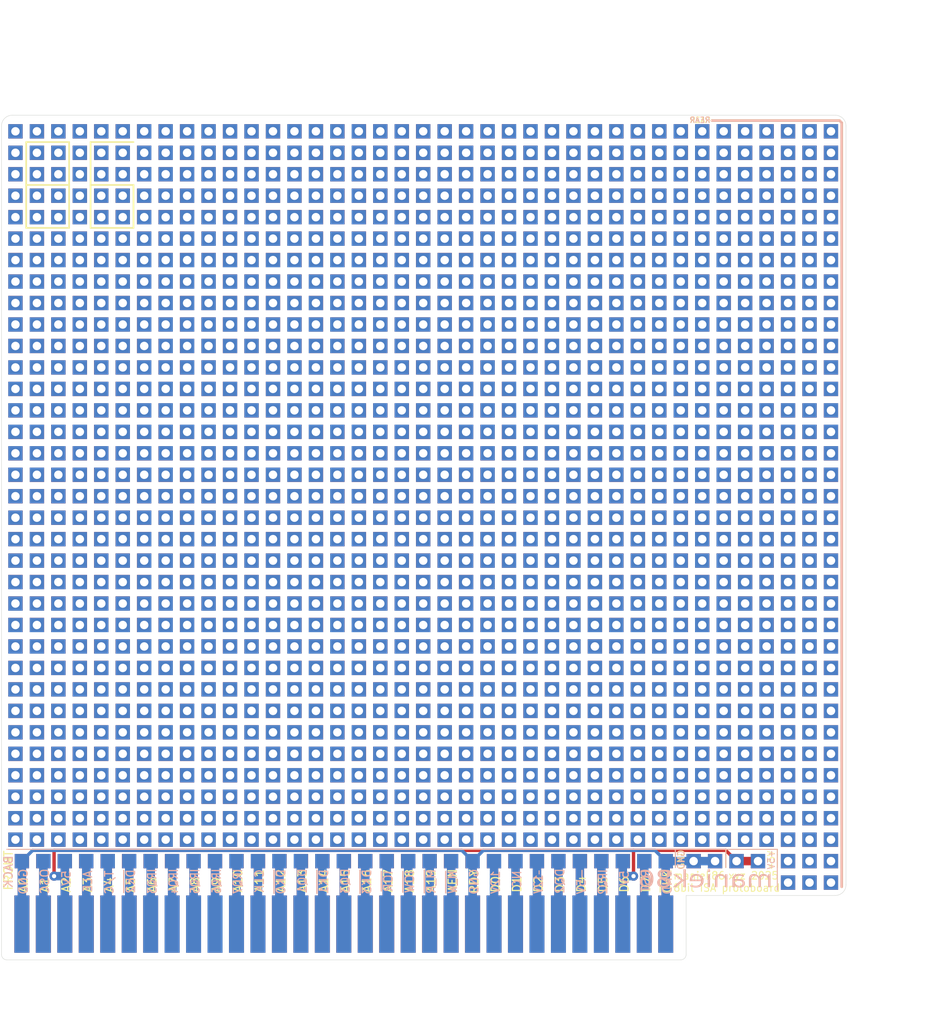
<source format=kicad_pcb>
(kicad_pcb (version 20241229) (generator "pcbnew") (generator_version "9.0")
  (layers (0 "F.Cu" signal) (2 "B.Cu" signal) (13 "F.Paste" user) (15 "B.Paste" user) (5 "F.SilkS" user "F.Silkscreen") (7 "B.SilkS" user "B.Silkscreen") (1 "F.Mask" user) (3 "B.Mask" user) (25 "Edge.Cuts" user))
  (net 0 "")
  (net 1 "A00")
  (net 2 "A01")
  (net 3 "A02")
  (net 4 "A03")
  (net 5 "A04")
  (net 6 "A05")
  (net 7 "A06")
  (net 8 "A07")
  (net 9 "A08")
  (net 10 "A09")
  (net 11 "A10")
  (net 12 "A11")
  (net 13 "A12")
  (net 14 "A13")
  (net 15 "A14")
  (net 16 "A15")
  (net 17 "A16")
  (net 18 "A17")
  (net 19 "A18")
  (net 20 "A19")
  (net 21 "AEN")
  (net 22 "IOCHRDY")
  (net 23 "D0")
  (net 24 "D1")
  (net 25 "D2")
  (net 26 "D3")
  (net 27 "D4")
  (net 28 "D5")
  (net 29 "D6")
  (net 30 "D7")
  (net 31 "~{IO_CH_CK}")
  (net 32 "GND")
  (net 33 "OSC")
  (net 34 "VCC")
  (net 35 "ALE")
  (net 36 "TC")
  (net 37 "~{DACK2}")
  (net 38 "IRQ3")
  (net 39 "IRQ4")
  (net 40 "IRQ5")
  (net 41 "IRQ6")
  (net 42 "IRQ7")
  (net 43 "CLK")
  (net 44 "~{DACK0}")
  (net 45 "DRQ1")
  (net 46 "~{DACK1}")
  (net 47 "DRQ3")
  (net 48 "~{DACK3}")
  (net 49 "~{IOR}")
  (net 50 "~{IOW}")
  (net 51 "~{MEMR}")
  (net 52 "~{MEMW}")
  (net 53 "+12V")
  (net 54 "-12V")
  (net 55 "DRQ2")
  (net 56 "-5V")
  (net 57 "IRQ2")
  (net 58 "RESET")
  (net 59 "unconnected-(J3-UNUSED-Pad8)")
  (footprint "Library:BUS_XT_bevel" (layer "F.Cu") (at 175.26 138.43)
    (property "Reference" "J3" (hide yes))
    (property "Value" "Bus_ISA_8bit")
  )
  (footprint "00Custom:SinglePin" (layer "F.Cu") (at 121.158 89.916)
    (property "Reference" "REF**694" (hide yes))
    (property "Value" "SinglePin" (hide yes))
  )
  (footprint "00Custom:SinglePin" (layer "F.Cu") (at 179.578 44.196)
    (property "Reference" "REF**33" (hide yes))
    (property "Value" "SinglePin" (hide yes))
  )
  (footprint "00Custom:SinglePin" (layer "F.Cu") (at 194.818 117.856)
    (property "Reference" "REF**1140" (hide yes))
    (property "Value" "SinglePin" (hide yes))
  )
  (footprint "00Custom:SinglePin" (layer "F.Cu") (at 128.778 49.276)
    (property "Reference" "REF**89" (hide yes))
    (property "Value" "SinglePin" (hide yes))
  )
  (footprint "00Custom:SinglePin" (layer "F.Cu") (at 133.858 61.976)
    (property "Reference" "REF**281" (hide yes))
    (property "Value" "SinglePin" (hide yes))
  )
  (footprint "00Custom:SinglePin" (layer "F.Cu") (at 128.778 92.456)
    (property "Reference" "REF**735" (hide yes))
    (property "Value" "SinglePin" (hide yes))
  )
  (footprint "00Custom:SinglePin" (layer "F.Cu") (at 108.458 120.396)
    (property "Reference" "REF**1145" (hide yes))
    (property "Value" "SinglePin" (hide yes))
  )
  (footprint "00Custom:SinglePin" (layer "F.Cu") (at 151.638 59.436)
    (property "Reference" "REF**250" (hide yes))
    (property "Value" "SinglePin" (hide yes))
  )
  (footprint "00Custom:SinglePin" (layer "F.Cu") (at 103.378 72.136)
    (property "Reference" "REF**421" (hide yes))
    (property "Value" "SinglePin" (hide yes))
  )
  (footprint "00Custom:SinglePin" (layer "F.Cu") (at 146.558 94.996)
    (property "Reference" "REF**780" (hide yes))
    (property "Value" "SinglePin" (hide yes))
  )
  (footprint "00Custom:SinglePin" (layer "F.Cu") (at 131.318 79.756)
    (property "Reference" "REF**546" (hide yes))
    (property "Value" "SinglePin" (hide yes))
  )
  (footprint "00Custom:SinglePin" (layer "F.Cu") (at 174.498 110.236)
    (property "Reference" "REF**1019" (hide yes))
    (property "Value" "SinglePin" (hide yes))
  )
  (footprint "00Custom:SinglePin" (layer "F.Cu") (at 179.578 67.056)
    (property "Reference" "REF**375" (hide yes))
    (property "Value" "SinglePin" (hide yes))
  )
  (footprint "00Custom:SinglePin" (layer "F.Cu") (at 133.858 105.156)
    (property "Reference" "REF**927" (hide yes))
    (property "Value" "SinglePin" (hide yes))
  )
  (footprint "00Custom:SinglePin" (layer "F.Cu") (at 133.858 56.896)
    (property "Reference" "REF**205" (hide yes))
    (property "Value" "SinglePin" (hide yes))
  )
  (footprint "00Custom:SinglePin" (layer "F.Cu") (at 166.878 74.676)
    (property "Reference" "REF**484" (hide yes))
    (property "Value" "SinglePin" (hide yes))
  )
  (footprint "00Custom:SinglePin" (layer "F.Cu") (at 192.278 120.396)
    (property "Reference" "REF**1178" (hide yes))
    (property "Value" "SinglePin" (hide yes))
  )
  (footprint "00Custom:SinglePin" (layer "F.Cu") (at 177.038 94.996)
    (property "Reference" "REF**792" (hide yes))
    (property "Value" "SinglePin" (hide yes))
  )
  (footprint "00Custom:SinglePin" (layer "F.Cu") (at 131.318 100.076)
    (property "Reference" "REF**850" (hide yes))
    (property "Value" "SinglePin" (hide yes))
  )
  (footprint "00Custom:SinglePin" (layer "F.Cu") (at 154.178 51.816)
    (property "Reference" "REF**137" (hide yes))
    (property "Value" "SinglePin" (hide yes))
  )
  (footprint "00Custom:SinglePin" (layer "F.Cu") (at 108.458 49.276)
    (property "Reference" "REF**81" (hide yes))
    (property "Value" "SinglePin" (hide yes))
  )
  (footprint "00Custom:SinglePin" (layer "F.Cu") (at 144.018 67.056)
    (property "Reference" "REF**361" (hide yes))
    (property "Value" "SinglePin" (hide yes))
  )
  (footprint "00Custom:SinglePin" (layer "F.Cu") (at 187.198 61.976)
    (property "Reference" "REF**302" (hide yes))
    (property "Value" "SinglePin" (hide yes))
  )
  (footprint "00Custom:SinglePin" (layer "F.Cu") (at 108.458 102.616)
    (property "Reference" "REF**879" (hide yes))
    (property "Value" "SinglePin" (hide yes))
  )
  (footprint "00Custom:SinglePin" (layer "F.Cu") (at 151.638 69.596)
    (property "Reference" "REF**402" (hide yes))
    (property "Value" "SinglePin" (hide yes))
  )
  (footprint "00Custom:SinglePin" (layer "F.Cu") (at 103.378 102.616)
    (property "Reference" "REF**877" (hide yes))
    (property "Value" "SinglePin" (hide yes))
  )
  (footprint "00Custom:SinglePin" (layer "F.Cu") (at 151.638 74.676)
    (property "Reference" "REF**478" (hide yes))
    (property "Value" "SinglePin" (hide yes))
  )
  (footprint "00Custom:SinglePin" (layer "F.Cu") (at 116.078 110.236)
    (property "Reference" "REF**996" (hide yes))
    (property "Value" "SinglePin" (hide yes))
  )
  (footprint "00Custom:SinglePin" (layer "F.Cu") (at 161.798 61.976)
    (property "Reference" "REF**292" (hide yes))
    (property "Value" "SinglePin" (hide yes))
  )
  (footprint "00Custom:SinglePin" (layer "F.Cu") (at 146.558 54.356)
    (property "Reference" "REF**172" (hide yes))
    (property "Value" "SinglePin" (hide yes))
  )
  (footprint "00Custom:SinglePin" (layer "F.Cu") (at 103.378 97.536)
    (property "Reference" "REF**801" (hide yes))
    (property "Value" "SinglePin" (hide yes))
  )
  (footprint "00Custom:SinglePin" (layer "F.Cu") (at 192.278 64.516)
    (property "Reference" "REF**342" (hide yes))
    (property "Value" "SinglePin" (hide yes))
  )
  (footprint "00Custom:SinglePin" (layer "F.Cu") (at 113.538 115.316)
    (property "Reference" "REF**1071" (hide yes))
    (property "Value" "SinglePin" (hide yes))
  )
  (footprint "00Custom:SinglePin" (layer "F.Cu") (at 192.278 87.376)
    (property "Reference" "REF**684" (hide yes))
    (property "Value" "SinglePin" (hide yes))
  )
  (footprint "00Custom:SinglePin" (layer "F.Cu") (at 169.418 125.476)
    (property "Reference" "REF**1245" (hide yes))
    (property "Value" "SinglePin" (hide yes))
  )
  (footprint "00Custom:SinglePin" (layer "F.Cu") (at 161.798 112.776)
    (property "Reference" "REF**1052" (hide yes))
    (property "Value" "SinglePin" (hide yes))
  )
  (footprint "00Custom:SinglePin" (layer "F.Cu") (at 110.998 110.236)
    (property "Reference" "REF**994" (hide yes))
    (property "Value" "SinglePin" (hide yes))
  )
  (footprint "00Custom:SinglePin" (layer "F.Cu") (at 187.198 82.296)
    (property "Reference" "REF**606" (hide yes))
    (property "Value" "SinglePin" (hide yes))
  )
  (footprint "00Custom:SinglePin" (layer "F.Cu") (at 189.738 105.156)
    (property "Reference" "REF**949" (hide yes))
    (property "Value" "SinglePin" (hide yes))
  )
  (footprint "00Custom:SinglePin" (layer "F.Cu") (at 144.018 89.916)
    (property "Reference" "REF**703" (hide yes))
    (property "Value" "SinglePin" (hide yes))
  )
  (footprint "00Custom:SinglePin" (layer "F.Cu") (at 121.158 59.436)
    (property "Reference" "REF**238" (hide yes))
    (property "Value" "SinglePin" (hide yes))
  )
  (footprint "00Custom:SinglePin" (layer "F.Cu") (at 161.798 56.896)
    (property "Reference" "REF**216" (hide yes))
    (property "Value" "SinglePin" (hide yes))
  )
  (footprint "00Custom:SinglePin" (layer "F.Cu") (at 149.098 115.316)
    (property "Reference" "REF**1085" (hide yes))
    (property "Value" "SinglePin" (hide yes))
  )
  (footprint "00Custom:SinglePin" (layer "F.Cu") (at 141.478 79.756)
    (property "Reference" "REF**550" (hide yes))
    (property "Value" "SinglePin" (hide yes))
  )
  (footprint "00Custom:SinglePin" (layer "F.Cu") (at 161.798 64.516)
    (property "Reference" "REF**330" (hide yes))
    (property "Value" "SinglePin" (hide yes))
  )
  (footprint "00Custom:SinglePin" (layer "F.Cu") (at 184.658 122.936)
    (property "Reference" "REF**1213" (hide yes))
    (property "Value" "SinglePin" (hide yes))
  )
  (footprint "00Custom:SinglePin" (layer "F.Cu") (at 144.018 82.296)
    (property "Reference" "REF**589" (hide yes))
    (property "Value" "SinglePin" (hide yes))
  )
  (footprint "00Custom:SinglePin" (layer "F.Cu") (at 121.158 54.356)
    (property "Reference" "REF**162" (hide yes))
    (property "Value" "SinglePin" (hide yes))
  )
  (footprint "00Custom:SinglePin" (layer "F.Cu") (at 194.818 112.776)
    (property "Reference" "REF**1064" (hide yes))
    (property "Value" "SinglePin" (hide yes))
  )
  (footprint "00Custom:SinglePin" (layer "F.Cu") (at 184.658 112.776)
    (property "Reference" "REF**1061" (hide yes))
    (property "Value" "SinglePin" (hide yes))
  )
  (footprint "00Custom:SinglePin" (layer "F.Cu") (at 154.178 117.856)
    (property "Reference" "REF**1125" (hide yes))
    (property "Value" "SinglePin" (hide yes))
  )
  (footprint "00Custom:SinglePin" (layer "F.Cu") (at 164.338 102.616)
    (property "Reference" "REF**901" (hide yes))
    (property "Value" "SinglePin" (hide yes))
  )
  (footprint "00Custom:SinglePin" (layer "F.Cu") (at 128.778 87.376)
    (property "Reference" "REF**659" (hide yes))
    (property "Value" "SinglePin" (hide yes))
  )
  (footprint "00Custom:SinglePin" (layer "F.Cu") (at 98.298 77.216)
    (property "Reference" "REF**495" (hide yes))
    (property "Value" "SinglePin" (hide yes))
  )
  (footprint "00Custom:SinglePin" (layer "F.Cu") (at 98.298 84.836)
    (property "Reference" "REF**609" (hide yes))
    (property "Value" "SinglePin" (hide yes))
  )
  (footprint "00Custom:SinglePin" (layer "F.Cu") (at 105.918 61.976)
    (property "Reference" "REF**270" (hide yes))
    (property "Value" "SinglePin" (hide yes))
  )
  (footprint "00Custom:SinglePin" (layer "F.Cu") (at 100.838 72.136)
    (property "Reference" "REF**420" (hide yes))
    (property "Value" "SinglePin" (hide yes))
  )
  (footprint "00Custom:SinglePin" (layer "F.Cu") (at 192.278 133.096)
    (property "Reference" "REF**" (hide yes))
    (property "Value" "SinglePin" (hide yes))
  )
  (footprint "00Custom:SinglePin" (layer "F.Cu") (at 116.078 115.316)
    (property "Reference" "REF**1072" (hide yes))
    (property "Value" "SinglePin" (hide yes))
  )
  (footprint "00Custom:SinglePin" (layer "F.Cu") (at 192.278 84.836)
    (property "Reference" "REF**646" (hide yes))
    (property "Value" "SinglePin" (hide yes))
  )
  (footprint "00Custom:SinglePin" (layer "F.Cu") (at 164.338 61.976)
    (property "Reference" "REF**293" (hide yes))
    (property "Value" "SinglePin" (hide yes))
  )
  (footprint "00Custom:SinglePin" (layer "F.Cu") (at 156.718 115.316)
    (property "Reference" "REF**1088" (hide yes))
    (property "Value" "SinglePin" (hide yes))
  )
  (footprint "00Custom:SinglePin" (layer "F.Cu") (at 194.818 87.376)
    (property "Reference" "REF**684" (hide yes))
    (property "Value" "SinglePin" (hide yes))
  )
  (footprint "00Custom:SinglePin" (layer "F.Cu") (at 192.278 100.076)
    (property "Reference" "REF**874" (hide yes))
    (property "Value" "SinglePin" (hide yes))
  )
  (footprint "00Custom:SinglePin" (layer "F.Cu") (at 133.858 67.056)
    (property "Reference" "REF**357" (hide yes))
    (property "Value" "SinglePin" (hide yes))
  )
  (footprint "00Custom:SinglePin" (layer "F.Cu") (at 118.618 64.516)
    (property "Reference" "REF**313" (hide yes))
    (property "Value" "SinglePin" (hide yes))
  )
  (footprint "00Custom:SinglePin" (layer "F.Cu") (at 182.118 100.076)
    (property "Reference" "REF**870" (hide yes))
    (property "Value" "SinglePin" (hide yes))
  )
  (footprint "00Custom:SinglePin" (layer "F.Cu") (at 189.738 94.996)
    (property "Reference" "REF**797" (hide yes))
    (property "Value" "SinglePin" (hide yes))
  )
  (footprint "00Custom:SinglePin" (layer "F.Cu") (at 100.838 49.276)
    (property "Reference" "REF**78" (hide yes))
    (property "Value" "SinglePin" (hide yes))
  )
  (footprint "00Custom:SinglePin" (layer "F.Cu") (at 151.638 92.456)
    (property "Reference" "REF**744" (hide yes))
    (property "Value" "SinglePin" (hide yes))
  )
  (footprint "00Custom:SinglePin" (layer "F.Cu") (at 192.278 128.016)
    (property "Reference" "REF**" (hide yes))
    (property "Value" "SinglePin" (hide yes))
  )
  (footprint "00Custom:SinglePin" (layer "F.Cu") (at 184.658 74.676)
    (property "Reference" "REF**491" (hide yes))
    (property "Value" "SinglePin" (hide yes))
  )
  (footprint "00Custom:SinglePin" (layer "F.Cu") (at 166.878 92.456)
    (property "Reference" "REF**750" (hide yes))
    (property "Value" "SinglePin" (hide yes))
  )
  (footprint "00Custom:SinglePin" (layer "F.Cu") (at 189.738 77.216)
    (property "Reference" "REF**531" (hide yes))
    (property "Value" "SinglePin" (hide yes))
  )
  (footprint "00Custom:SinglePin" (layer "F.Cu") (at 159.258 115.316)
    (property "Reference" "REF**1089" (hide yes))
    (property "Value" "SinglePin" (hide yes))
  )
  (footprint "00Custom:SinglePin" (layer "F.Cu") (at 138.938 117.856)
    (property "Reference" "REF**1119" (hide yes))
    (property "Value" "SinglePin" (hide yes))
  )
  (footprint "00Custom:SinglePin" (layer "F.Cu") (at 177.038 79.756)
    (property "Reference" "REF**564" (hide yes))
    (property "Value" "SinglePin" (hide yes))
  )
  (footprint "00Custom:SinglePin" (layer "F.Cu") (at 194.818 82.296)
    (property "Reference" "REF**608" (hide yes))
    (property "Value" "SinglePin" (hide yes))
  )
  (footprint "00Custom:SinglePin" (layer "F.Cu") (at 187.198 100.076)
    (property "Reference" "REF**872" (hide yes))
    (property "Value" "SinglePin" (hide yes))
  )
  (footprint "00Custom:SinglePin" (layer "F.Cu") (at 156.718 87.376)
    (property "Reference" "REF**670" (hide yes))
    (property "Value" "SinglePin" (hide yes))
  )
  (footprint "00Custom:SinglePin" (layer "F.Cu") (at 187.198 125.476)
    (property "Reference" "REF**1252" (hide yes))
    (property "Value" "SinglePin" (hide yes))
  )
  (footprint "00Custom:SinglePin" (layer "F.Cu") (at 166.878 72.136)
    (property "Reference" "REF**446" (hide yes))
    (property "Value" "SinglePin" (hide yes))
  )
  (footprint "00Custom:SinglePin" (layer "F.Cu") (at 113.538 87.376)
    (property "Reference" "REF**653" (hide yes))
    (property "Value" "SinglePin" (hide yes))
  )
  (footprint "00Custom:SinglePin" (layer "F.Cu") (at 192.278 107.696)
    (property "Reference" "REF**988" (hide yes))
    (property "Value" "SinglePin" (hide yes))
  )
  (footprint "00Custom:SinglePin" (layer "F.Cu") (at 166.878 120.396)
    (property "Reference" "REF**1168" (hide yes))
    (property "Value" "SinglePin" (hide yes))
  )
  (footprint "00Custom:SinglePin" (layer "F.Cu") (at 116.078 84.836)
    (property "Reference" "REF**616" (hide yes))
    (property "Value" "SinglePin" (hide yes))
  )
  (footprint "00Custom:SinglePin" (layer "F.Cu") (at 194.818 102.616)
    (property "Reference" "REF**912" (hide yes))
    (property "Value" "SinglePin" (hide yes))
  )
  (footprint "00Custom:SinglePin" (layer "F.Cu") (at 174.498 100.076)
    (property "Reference" "REF**867" (hide yes))
    (property "Value" "SinglePin" (hide yes))
  )
  (footprint "00Custom:SinglePin" (layer "F.Cu") (at 98.298 44.196)
    (property "Reference" "REF**1" (hide yes))
    (property "Value" "SinglePin" (hide yes))
  )
  (footprint "00Custom:SinglePin" (layer "F.Cu") (at 182.118 59.436)
    (property "Reference" "REF**262" (hide yes))
    (property "Value" "SinglePin" (hide yes))
  )
  (footprint "00Custom:SinglePin" (layer "F.Cu") (at 110.998 120.396)
    (property "Reference" "REF**1146" (hide yes))
    (property "Value" "SinglePin" (hide yes))
  )
  (footprint "00Custom:SinglePin" (layer "F.Cu") (at 177.038 107.696)
    (property "Reference" "REF**982" (hide yes))
    (property "Value" "SinglePin" (hide yes))
  )
  (footprint "00Custom:SinglePin" (layer "F.Cu") (at 164.338 92.456)
    (property "Reference" "REF**749" (hide yes))
    (property "Value" "SinglePin" (hide yes))
  )
  (footprint "00Custom:SinglePin" (layer "F.Cu") (at 100.838 61.976)
    (property "Reference" "REF**268" (hide yes))
    (property "Value" "SinglePin" (hide yes))
  )
  (footprint "00Custom:SinglePin" (layer "F.Cu") (at 171.958 67.056)
    (property "Reference" "REF**372" (hide yes))
    (property "Value" "SinglePin" (hide yes))
  )
  (footprint "00Custom:SinglePin" (layer "F.Cu") (at 159.258 74.676)
    (property "Reference" "REF**481" (hide yes))
    (property "Value" "SinglePin" (hide yes))
  )
  (footprint "00Custom:SinglePin" (layer "F.Cu") (at 192.278 115.316)
    (property "Reference" "REF**1102" (hide yes))
    (property "Value" "SinglePin" (hide yes))
  )
  (footprint "00Custom:SinglePin" (layer "F.Cu") (at 194.818 125.476)
    (property "Reference" "REF**1254" (hide yes))
    (property "Value" "SinglePin" (hide yes))
  )
  (footprint "00Custom:SinglePin" (layer "F.Cu") (at 182.118 102.616)
    (property "Reference" "REF**908" (hide yes))
    (property "Value" "SinglePin" (hide yes))
  )
  (footprint "00Custom:SinglePin" (layer "F.Cu") (at 146.558 100.076)
    (property "Reference" "REF**856" (hide yes))
    (property "Value" "SinglePin" (hide yes))
  )
  (footprint "00Custom:SinglePin" (layer "F.Cu") (at 108.458 87.376)
    (property "Reference" "REF**651" (hide yes))
    (property "Value" "SinglePin" (hide yes))
  )
  (footprint "00Custom:SinglePin" (layer "F.Cu") (at 182.118 112.776)
    (property "Reference" "REF**1060" (hide yes))
    (property "Value" "SinglePin" (hide yes))
  )
  (footprint "00Custom:SinglePin" (layer "F.Cu") (at 149.098 105.156)
    (property "Reference" "REF**933" (hide yes))
    (property "Value" "SinglePin" (hide yes))
  )
  (footprint "00Custom:SinglePin" (layer "F.Cu") (at 126.238 87.376)
    (property "Reference" "REF**658" (hide yes))
    (property "Value" "SinglePin" (hide yes))
  )
  (footprint "00Custom:SinglePin" (layer "F.Cu") (at 103.378 46.736)
    (property "Reference" "REF**41" (hide yes))
    (property "Value" "SinglePin" (hide yes))
  )
  (footprint "00Custom:SinglePin_SMD" (layer "F.Cu") (at 119.38 130.556)
    (property "Reference" "REF**1300" (hide yes))
    (property "Value" "SinglePin_SMD" (hide yes))
  )
  (footprint "00Custom:SinglePin" (layer "F.Cu") (at 128.778 79.756)
    (property "Reference" "REF**545" (hide yes))
    (property "Value" "SinglePin" (hide yes))
  )
  (footprint "00Custom:SinglePin" (layer "F.Cu") (at 146.558 64.516)
    (property "Reference" "REF**324" (hide yes))
    (property "Value" "SinglePin" (hide yes))
  )
  (footprint "00Custom:SinglePin" (layer "F.Cu") (at 177.038 105.156)
    (property "Reference" "REF**944" (hide yes))
    (property "Value" "SinglePin" (hide yes))
  )
  (footprint "00Custom:SinglePin" (layer "F.Cu") (at 184.658 49.276)
    (property "Reference" "REF**111" (hide yes))
    (property "Value" "SinglePin" (hide yes))
  )
  (footprint "00Custom:SinglePin" (layer "F.Cu") (at 144.018 84.836)
    (property "Reference" "REF**627" (hide yes))
    (property "Value" "SinglePin" (hide yes))
  )
  (footprint "00Custom:SinglePin" (layer "F.Cu") (at 149.098 49.276)
    (property "Reference" "REF**97" (hide yes))
    (property "Value" "SinglePin" (hide yes))
  )
  (footprint "00Custom:SinglePin" (layer "F.Cu") (at 166.878 110.236)
    (property "Reference" "REF**1016" (hide yes))
    (property "Value" "SinglePin" (hide yes))
  )
  (footprint "00Custom:SinglePin" (layer "F.Cu") (at 146.558 82.296)
    (property "Reference" "REF**590" (hide yes))
    (property "Value" "SinglePin" (hide yes))
  )
  (footprint "00Custom:SinglePin" (layer "F.Cu") (at 166.878 87.376)
    (property "Reference" "REF**674" (hide yes))
    (property "Value" "SinglePin" (hide yes))
  )
  (footprint "00Custom:SinglePin" (layer "F.Cu") (at 144.018 77.216)
    (property "Reference" "REF**513" (hide yes))
    (property "Value" "SinglePin" (hide yes))
  )
  (footprint "00Custom:SinglePin" (layer "F.Cu") (at 174.498 46.736)
    (property "Reference" "REF**69" (hide yes))
    (property "Value" "SinglePin" (hide yes))
  )
  (footprint "00Custom:SinglePin" (layer "F.Cu") (at 184.658 100.076)
    (property "Reference" "REF**871" (hide yes))
    (property "Value" "SinglePin" (hide yes))
  )
  (footprint "00Custom:SinglePin" (layer "F.Cu") (at 156.718 94.996)
    (property "Reference" "REF**784" (hide yes))
    (property "Value" "SinglePin" (hide yes))
  )
  (footprint "00Custom:SinglePin" (layer "F.Cu") (at 179.578 94.996)
    (property "Reference" "REF**793" (hide yes))
    (property "Value" "SinglePin" (hide yes))
  )
  (footprint "00Custom:SinglePin" (layer "F.Cu") (at 154.178 74.676)
    (property "Reference" "REF**479" (hide yes))
    (property "Value" "SinglePin" (hide yes))
  )
  (footprint "00Custom:SinglePin" (layer "F.Cu") (at 110.998 82.296)
    (property "Reference" "REF**576" (hide yes))
    (property "Value" "SinglePin" (hide yes))
  )
  (footprint "00Custom:SinglePin" (layer "F.Cu") (at 141.478 64.516)
    (property "Reference" "REF**322" (hide yes))
    (property "Value" "SinglePin" (hide yes))
  )
  (footprint "00Custom:SinglePin" (layer "F.Cu") (at 182.118 82.296)
    (property "Reference" "REF**604" (hide yes))
    (property "Value" "SinglePin" (hide yes))
  )
  (footprint "00Custom:SinglePin" (layer "F.Cu") (at 187.198 115.316)
    (property "Reference" "REF**1100" (hide yes))
    (property "Value" "SinglePin" (hide yes))
  )
  (footprint "00Custom:SinglePin" (layer "F.Cu") (at 103.378 115.316)
    (property "Reference" "REF**1067" (hide yes))
    (property "Value" "SinglePin" (hide yes))
  )
  (footprint "00Custom:SinglePin" (layer "F.Cu") (at 156.718 120.396)
    (property "Reference" "REF**1164" (hide yes))
    (property "Value" "SinglePin" (hide yes))
  )
  (footprint "00Custom:SinglePin" (layer "F.Cu") (at 194.818 130.556)
    (property "Reference" "REF**1254" (hide yes))
    (property "Value" "SinglePin" (hide yes))
  )
  (footprint "00Custom:SinglePin" (layer "F.Cu") (at 194.818 97.536)
    (property "Reference" "REF**836" (hide yes))
    (property "Value" "SinglePin" (hide yes))
  )
  (footprint "00Custom:SinglePin" (layer "F.Cu") (at 138.938 56.896)
    (property "Reference" "REF**207" (hide yes))
    (property "Value" "SinglePin" (hide yes))
  )
  (footprint "00Custom:SinglePin_SMD_BACK" (layer "F.Cu") (at 160.02 130.556)
    (property "Reference" "REF**1346" (hide yes))
    (property "Value" "SinglePin_SMD_BACK" (hide yes))
  )
  (footprint "00Custom:SinglePin" (layer "F.Cu") (at 131.318 49.276)
    (property "Reference" "REF**90" (hide yes))
    (property "Value" "SinglePin" (hide yes))
  )
  (footprint "00Custom:SinglePin" (layer "F.Cu") (at 144.018 125.476)
    (property "Reference" "REF**1235" (hide yes))
    (property "Value" "SinglePin" (hide yes))
  )
  (footprint "00Custom:SinglePin" (layer "F.Cu") (at 123.698 94.996)
    (property "Reference" "REF**771" (hide yes))
    (property "Value" "SinglePin" (hide yes))
  )
  (footprint "00Custom:SinglePin" (layer "F.Cu") (at 133.858 44.196)
    (property "Reference" "REF**15" (hide yes))
    (property "Value" "SinglePin" (hide yes))
  )
  (footprint "00Custom:SinglePin" (layer "F.Cu") (at 113.538 125.476)
    (property "Reference" "REF**1223" (hide yes))
    (property "Value" "SinglePin" (hide yes))
  )
  (footprint "00Custom:SinglePin" (layer "F.Cu") (at 149.098 79.756)
    (property "Reference" "REF**553" (hide yes))
    (property "Value" "SinglePin" (hide yes))
  )
  (footprint "00Custom:SinglePin" (layer "F.Cu") (at 169.418 105.156)
    (property "Reference" "REF**941" (hide yes))
    (property "Value" "SinglePin" (hide yes))
  )
  (footprint "00Custom:SinglePin" (layer "F.Cu") (at 177.038 84.836)
    (property "Reference" "REF**640" (hide yes))
    (property "Value" "SinglePin" (hide yes))
  )
  (footprint "00Custom:SinglePin" (layer "F.Cu") (at 105.918 110.236)
    (property "Reference" "REF**992" (hide yes))
    (property "Value" "SinglePin" (hide yes))
  )
  (footprint "00Custom:SinglePin" (layer "F.Cu") (at 177.038 122.936)
    (property "Reference" "REF**1210" (hide yes))
    (property "Value" "SinglePin" (hide yes))
  )
  (footprint "00Custom:SinglePin" (layer "F.Cu") (at 159.258 92.456)
    (property "Reference" "REF**747" (hide yes))
    (property "Value" "SinglePin" (hide yes))
  )
  (footprint "00Custom:SinglePin_SMD" (layer "F.Cu") (at 167.64 130.556)
    (property "Reference" "REF**1319" (hide yes))
    (property "Value" "SinglePin_SMD" (hide yes))
  )
  (footprint "00Custom:SinglePin" (layer "F.Cu") (at 128.778 77.216)
    (property "Reference" "REF**507" (hide yes))
    (property "Value" "SinglePin" (hide yes))
  )
  (footprint "00Custom:SinglePin" (layer "F.Cu") (at 100.838 122.936)
    (property "Reference" "REF**1180" (hide yes))
    (property "Value" "SinglePin" (hide yes))
  )
  (footprint "00Custom:SinglePin" (layer "F.Cu") (at 138.938 94.996)
    (property "Reference" "REF**777" (hide yes))
    (property "Value" "SinglePin" (hide yes))
  )
  (footprint "00Custom:SinglePin" (layer "F.Cu") (at 166.878 105.156)
    (property "Reference" "REF**940" (hide yes))
    (property "Value" "SinglePin" (hide yes))
  )
  (footprint "00Custom:SinglePin" (layer "F.Cu") (at 103.378 64.516)
    (property "Reference" "REF**307" (hide yes))
    (property "Value" "SinglePin" (hide yes))
  )
  (footprint "00Custom:SinglePin" (layer "F.Cu") (at 141.478 128.016)
    (property "Reference" "REF**1272" (hide yes))
    (property "Value" "SinglePin" (hide yes))
  )
  (footprint "00Custom:SinglePin" (layer "F.Cu") (at 166.878 84.836)
    (property "Reference" "REF**636" (hide yes))
    (property "Value" "SinglePin" (hide yes))
  )
  (footprint "00Custom:SinglePin" (layer "F.Cu") (at 131.318 44.196)
    (property "Reference" "REF**14" (hide yes))
    (property "Value" "SinglePin" (hide yes))
  )
  (footprint "00Custom:SinglePin" (layer "F.Cu") (at 144.018 92.456)
    (property "Reference" "REF**741" (hide yes))
    (property "Value" "SinglePin" (hide yes))
  )
  (footprint "00Custom:SinglePin" (layer "F.Cu") (at 156.718 122.936)
    (property "Reference" "REF**1202" (hide yes))
    (property "Value" "SinglePin" (hide yes))
  )
  (footprint "00Custom:SinglePin" (layer "F.Cu") (at 113.538 67.056)
    (property "Reference" "REF**349" (hide yes))
    (property "Value" "SinglePin" (hide yes))
  )
  (footprint "00Custom:SinglePin" (layer "F.Cu") (at 136.398 61.976)
    (property "Reference" "REF**282" (hide yes))
    (property "Value" "SinglePin" (hide yes))
  )
  (footprint "00Custom:SinglePin" (layer "F.Cu") (at 98.298 100.076)
    (property "Reference" "REF**837" (hide yes))
    (property "Value" "SinglePin" (hide yes))
  )
  (footprint "00Custom:SinglePin" (layer "F.Cu") (at 156.718 54.356)
    (property "Reference" "REF**176" (hide yes))
    (property "Value" "SinglePin" (hide yes))
  )
  (footprint "00Custom:SinglePin_SMD" (layer "F.Cu") (at 160.02 130.556)
    (property "Reference" "REF**1316" (hide yes))
    (property "Value" "SinglePin_SMD" (hide yes))
  )
  (footprint "00Custom:SinglePin" (layer "F.Cu") (at 116.078 51.816)
    (property "Reference" "REF**122" (hide yes))
    (property "Value" "SinglePin" (hide yes))
  )
  (footprint "00Custom:SinglePin" (layer "F.Cu") (at 118.618 102.616)
    (property "Reference" "REF**883" (hide yes))
    (property "Value" "SinglePin" (hide yes))
  )
  (footprint "00Custom:SinglePin" (layer "F.Cu") (at 161.798 44.196)
    (property "Reference" "REF**26" (hide yes))
    (property "Value" "SinglePin" (hide yes))
  )
  (footprint "00Custom:SinglePin_SMD_BACK" (layer "F.Cu") (at 119.38 130.556)
    (property "Reference" "REF**1330" (hide yes))
    (property "Value" "SinglePin_SMD_BACK" (hide yes))
  )
  (footprint "00Custom:SinglePin" (layer "F.Cu") (at 166.878 128.016)
    (property "Reference" "REF**1282" (hide yes))
    (property "Value" "SinglePin" (hide yes))
  )
  (footprint "00Custom:SinglePin" (layer "F.Cu") (at 192.278 82.296)
    (property "Reference" "REF**608" (hide yes))
    (property "Value" "SinglePin" (hide yes))
  )
  (footprint "00Custom:SinglePin" (layer "F.Cu") (at 169.418 115.316)
    (property "Reference" "REF**1093" (hide yes))
    (property "Value" "SinglePin" (hide yes))
  )
  (footprint "00Custom:SinglePin" (layer "F.Cu") (at 154.178 107.696)
    (property "Reference" "REF**973" (hide yes))
    (property "Value" "SinglePin" (hide yes))
  )
  (footprint "00Custom:SinglePin" (layer "F.Cu") (at 182.118 67.056)
    (property "Reference" "REF**376" (hide yes))
    (property "Value" "SinglePin" (hide yes))
  )
  (footprint "00Custom:SinglePin" (layer "F.Cu") (at 105.918 56.896)
    (property "Reference" "REF**194" (hide yes))
    (property "Value" "SinglePin" (hide yes))
  )
  (footprint "00Custom:SinglePin" (layer "F.Cu") (at 171.958 112.776)
    (property "Reference" "REF**1056" (hide yes))
    (property "Value" "SinglePin" (hide yes))
  )
  (footprint "00Custom:SinglePin" (layer "F.Cu") (at 103.378 51.816)
    (property "Reference" "REF**117" (hide yes))
    (property "Value" "SinglePin" (hide yes))
  )
  (footprint "00Custom:SinglePin" (layer "F.Cu") (at 156.718 82.296)
    (property "Reference" "REF**594" (hide yes))
    (property "Value" "SinglePin" (hide yes))
  )
  (footprint "00Custom:SinglePin" (layer "F.Cu") (at 177.038 87.376)
    (property "Reference" "REF**678" (hide yes))
    (property "Value" "SinglePin" (hide yes))
  )
  (footprint "00Custom:SinglePin" (layer "F.Cu") (at 169.418 128.016)
    (property "Reference" "REF**1283" (hide yes))
    (property "Value" "SinglePin" (hide yes))
  )
  (footprint "00Custom:SinglePin" (layer "F.Cu") (at 156.718 89.916)
    (property "Reference" "REF**708" (hide yes))
    (property "Value" "SinglePin" (hide yes))
  )
  (footprint "00Custom:SinglePin" (layer "F.Cu") (at 128.778 69.596)
    (property "Reference" "REF**393" (hide yes))
    (property "Value" "SinglePin" (hide yes))
  )
  (footprint "00Custom:SinglePin" (layer "F.Cu") (at 156.718 107.696)
    (property "Reference" "REF**974" (hide yes))
    (property "Value" "SinglePin" (hide yes))
  )
  (footprint "00Custom:SinglePin" (layer "F.Cu") (at 113.538 54.356)
    (property "Reference" "REF**159" (hide yes))
    (property "Value" "SinglePin" (hide yes))
  )
  (footprint "00Custom:SinglePin" (layer "F.Cu") (at 100.838 79.756)
    (property "Reference" "REF**534" (hide yes))
    (property "Value" "SinglePin" (hide yes))
  )
  (footprint "00Custom:SinglePin" (layer "F.Cu") (at 144.018 61.976)
    (property "Reference" "REF**285" (hide yes))
    (property "Value" "SinglePin" (hide yes))
  )
  (footprint "00Custom:SinglePin" (layer "F.Cu") (at 159.258 102.616)
    (property "Reference" "REF**899" (hide yes))
    (property "Value" "SinglePin" (hide yes))
  )
  (footprint "00Custom:SinglePin" (layer "F.Cu") (at 100.838 87.376)
    (property "Reference" "REF**648" (hide yes))
    (property "Value" "SinglePin" (hide yes))
  )
  (footprint "00Custom:SinglePin" (layer "F.Cu") (at 133.858 64.516)
    (property "Reference" "REF**319" (hide yes))
    (property "Value" "SinglePin" (hide yes))
  )
  (footprint "00Custom:SinglePin" (layer "F.Cu") (at 131.318 89.916)
    (property "Reference" "REF**698" (hide yes))
    (property "Value" "SinglePin" (hide yes))
  )
  (footprint "00Custom:SinglePin" (layer "F.Cu") (at 105.918 92.456)
    (property "Reference" "REF**726" (hide yes))
    (property "Value" "SinglePin" (hide yes))
  )
  (footprint "00Custom:SinglePin" (layer "F.Cu") (at 164.338 120.396)
    (property "Reference" "REF**1167" (hide yes))
    (property "Value" "SinglePin" (hide yes))
  )
  (footprint "00Custom:SinglePin" (layer "F.Cu") (at 161.798 79.756)
    (property "Reference" "REF**558" (hide yes))
    (property "Value" "SinglePin" (hide yes))
  )
  (footprint "00Custom:SinglePin" (layer "F.Cu") (at 161.798 69.596)
    (property "Reference" "REF**406" (hide yes))
    (property "Value" "SinglePin" (hide yes))
  )
  (footprint "00Custom:SinglePin" (layer "F.Cu") (at 131.318 59.436)
    (property "Reference" "REF**242" (hide yes))
    (property "Value" "SinglePin" (hide yes))
  )
  (footprint "00Custom:SinglePin" (layer "F.Cu") (at 194.818 84.836)
    (property "Reference" "REF**646" (hide yes))
    (property "Value" "SinglePin" (hide yes))
  )
  (footprint "00Custom:SinglePin" (layer "F.Cu") (at 110.998 122.936)
    (property "Reference" "REF**1184" (hide yes))
    (property "Value" "SinglePin" (hide yes))
  )
  (footprint "00Custom:SinglePin" (layer "F.Cu") (at 151.638 105.156)
    (property "Reference" "REF**934" (hide yes))
    (property "Value" "SinglePin" (hide yes))
  )
  (footprint "00Custom:SinglePin" (layer "F.Cu") (at 156.718 100.076)
    (property "Reference" "REF**860" (hide yes))
    (property "Value" "SinglePin" (hide yes))
  )
  (footprint "00Custom:SinglePin" (layer "F.Cu") (at 149.098 67.056)
    (property "Reference" "REF**363" (hide yes))
    (property "Value" "SinglePin" (hide yes))
  )
  (footprint "00Custom:SinglePin" (layer "F.Cu") (at 156.718 67.056)
    (property "Reference" "REF**366" (hide yes))
    (property "Value" "SinglePin" (hide yes))
  )
  (footprint "00Custom:SinglePin" (layer "F.Cu") (at 98.298 105.156)
    (property "Reference" "REF**913" (hide yes))
    (property "Value" "SinglePin" (hide yes))
  )
  (footprint "00Custom:SinglePin" (layer "F.Cu") (at 151.638 87.376)
    (property "Reference" "REF**668" (hide yes))
    (property "Value" "SinglePin" (hide yes))
  )
  (footprint "00Custom:SinglePin" (layer "F.Cu") (at 177.038 102.616)
    (property "Reference" "REF**906" (hide yes))
    (property "Value" "SinglePin" (hide yes))
  )
  (footprint "00Custom:SinglePin" (layer "F.Cu") (at 110.998 128.016)
    (property "Reference" "REF**1260" (hide yes))
    (property "Value" "SinglePin" (hide yes))
  )
  (footprint "00Custom:SinglePin" (layer "F.Cu") (at 116.078 120.396)
    (property "Reference" "REF**1148" (hide yes))
    (property "Value" "SinglePin" (hide yes))
  )
  (footprint "00Custom:SinglePin" (layer "F.Cu") (at 138.938 67.056)
    (property "Reference" "REF**359" (hide yes))
    (property "Value" "SinglePin" (hide yes))
  )
  (footprint "00Custom:SinglePin" (layer "F.Cu") (at 156.718 117.856)
    (property "Reference" "REF**1126" (hide yes))
    (property "Value" "SinglePin" (hide yes))
  )
  (footprint "00Custom:SinglePin" (layer "F.Cu") (at 110.998 49.276)
    (property "Reference" "REF**82" (hide yes))
    (property "Value" "SinglePin" (hide yes))
  )
  (footprint "00Custom:SinglePin" (layer "F.Cu") (at 182.118 44.196)
    (property "Reference" "REF**34" (hide yes))
    (property "Value" "SinglePin" (hide yes))
  )
  (footprint "00Custom:SinglePin" (layer "F.Cu") (at 164.338 105.156)
    (property "Reference" "REF**939" (hide yes))
    (property "Value" "SinglePin" (hide yes))
  )
  (footprint "00Custom:SinglePin" (layer "F.Cu") (at 187.198 89.916)
    (property "Reference" "REF**720" (hide yes))
    (property "Value" "SinglePin" (hide yes))
  )
  (footprint "00Custom:SinglePin" (layer "F.Cu") (at 113.538 82.296)
    (property "Reference" "REF**577" (hide yes))
    (property "Value" "SinglePin" (hide yes))
  )
  (footprint "00Custom:SinglePin" (layer "F.Cu") (at 189.738 125.476)
    (property "Reference" "REF**1253" (hide yes))
    (property "Value" "SinglePin" (hide yes))
  )
  (footprint "00Custom:SinglePin_SMD_BACK" (layer "F.Cu") (at 170.18 130.556)
    (property "Reference" "REF**1350" (hide yes))
    (property "Value" "SinglePin_SMD_BACK" (hide yes))
  )
  (footprint "00Custom:SinglePin" (layer "F.Cu") (at 123.698 92.456)
    (property "Reference" "REF**733" (hide yes))
    (property "Value" "SinglePin" (hide yes))
  )
  (footprint "00Custom:SinglePin" (layer "F.Cu") (at 166.878 54.356)
    (property "Reference" "REF**180" (hide yes))
    (property "Value" "SinglePin" (hide yes))
  )
  (footprint "00Custom:SinglePin" (layer "F.Cu") (at 156.718 79.756)
    (property "Reference" "REF**556" (hide yes))
    (property "Value" "SinglePin" (hide yes))
  )
  (footprint "00Custom:SinglePin" (layer "F.Cu") (at 136.398 46.736)
    (property "Reference" "REF**54" (hide yes))
    (property "Value" "SinglePin" (hide yes))
  )
  (footprint "00Custom:SinglePin" (layer "F.Cu") (at 110.998 61.976)
    (property "Reference" "REF**272" (hide yes))
    (property "Value" "SinglePin" (hide yes))
  )
  (footprint "00Custom:SinglePin" (layer "F.Cu") (at 174.498 79.756)
    (property "Reference" "REF**563" (hide yes))
    (property "Value" "SinglePin" (hide yes))
  )
  (footprint "00Custom:SinglePin" (layer "F.Cu") (at 189.738 87.376)
    (property "Reference" "REF**683" (hide yes))
    (property "Value" "SinglePin" (hide yes))
  )
  (footprint "00Custom:SinglePin" (layer "F.Cu") (at 100.838 100.076)
    (property "Reference" "REF**838" (hide yes))
    (property "Value" "SinglePin" (hide yes))
  )
  (footprint "00Custom:SinglePin" (layer "F.Cu") (at 156.718 84.836)
    (property "Reference" "REF**632" (hide yes))
    (property "Value" "SinglePin" (hide yes))
  )
  (footprint "00Custom:SinglePin" (layer "F.Cu") (at 182.118 128.016)
    (property "Reference" "REF**1288" (hide yes))
    (property "Value" "SinglePin" (hide yes))
  )
  (footprint "00Custom:SinglePin" (layer "F.Cu") (at 138.938 125.476)
    (property "Reference" "REF**1233" (hide yes))
    (property "Value" "SinglePin" (hide yes))
  )
  (footprint "00Custom:SinglePin" (layer "F.Cu") (at 182.118 125.476)
    (property "Reference" "REF**1250" (hide yes))
    (property "Value" "SinglePin" (hide yes))
  )
  (footprint "00Custom:SinglePin_SMD_BACK" (layer "F.Cu") (at 147.32 130.556)
    (property "Reference" "REF**1341" (hide yes))
    (property "Value" "SinglePin_SMD_BACK" (hide yes))
  )
  (footprint "00Custom:SinglePin" (layer "F.Cu") (at 187.198 128.016)
    (property "Reference" "REF**1290" (hide yes))
    (property "Value" "SinglePin" (hide yes))
  )
  (footprint "00Custom:SinglePin" (layer "F.Cu") (at 123.698 69.596)
    (property "Reference" "REF**391" (hide yes))
    (property "Value" "SinglePin" (hide yes))
  )
  (footprint "00Custom:SinglePin" (layer "F.Cu") (at 159.258 100.076)
    (property "Reference" "REF**861" (hide yes))
    (property "Value" "SinglePin" (hide yes))
  )
  (footprint "00Custom:SinglePin" (layer "F.Cu") (at 171.958 56.896)
    (property "Reference" "REF**220" (hide yes))
    (property "Value" "SinglePin" (hide yes))
  )
  (footprint "00Custom:SinglePin" (layer "F.Cu") (at 108.458 54.356)
    (property "Reference" "REF**157" (hide yes))
    (property "Value" "SinglePin" (hide yes))
  )
  (footprint "00Custom:SinglePin" (layer "F.Cu") (at 187.198 44.196)
    (property "Reference" "REF**36" (hide yes))
    (property "Value" "SinglePin" (hide yes))
  )
  (footprint "00Custom:SinglePin" (layer "F.Cu") (at 161.798 115.316)
    (property "Reference" "REF**1090" (hide yes))
    (property "Value" "SinglePin" (hide yes))
  )
  (footprint "00Custom:SinglePin" (layer "F.Cu") (at 187.198 107.696)
    (property "Reference" "REF**986" (hide yes))
    (property "Value" "SinglePin" (hide yes))
  )
  (footprint "00Custom:SinglePin" (layer "F.Cu") (at 116.078 82.296)
    (property "Reference" "REF**578" (hide yes))
    (property "Value" "SinglePin" (hide yes))
  )
  (footprint "00Custom:SinglePin" (layer "F.Cu") (at 116.078 87.376)
    (property "Reference" "REF**654" (hide yes))
    (property "Value" "SinglePin" (hide yes))
  )
  (footprint "00Custom:SinglePin" (layer "F.Cu") (at 159.258 107.696)
    (property "Reference" "REF**975" (hide yes))
    (property "Value" "SinglePin" (hide yes))
  )
  (footprint "00Custom:SinglePin" (layer "F.Cu") (at 131.318 110.236)
    (property "Reference" "REF**1002" (hide yes))
    (property "Value" "SinglePin" (hide yes))
  )
  (footprint "00Custom:SinglePin" (layer "F.Cu") (at 128.778 110.236)
    (property "Reference" "REF**1001" (hide yes))
    (property "Value" "SinglePin" (hide yes))
  )
  (footprint "00Custom:SinglePin" (layer "F.Cu") (at 110.998 117.856)
    (property "Reference" "REF**1108" (hide yes))
    (property "Value" "SinglePin" (hide yes))
  )
  (footprint "00Custom:SinglePin" (layer "F.Cu") (at 189.738 69.596)
    (property "Reference" "REF**417" (hide yes))
    (property "Value" "SinglePin" (hide yes))
  )
  (footprint "00Custom:SinglePin" (layer "F.Cu") (at 171.958 117.856)
    (property "Reference" "REF**1132" (hide yes))
    (property "Value" "SinglePin" (hide yes))
  )
  (footprint "00Custom:SinglePin" (layer "F.Cu") (at 98.298 59.436)
    (property "Reference" "REF**229" (hide yes))
    (property "Value" "SinglePin" (hide yes))
  )
  (footprint "00Custom:SinglePin" (layer "F.Cu") (at 164.338 72.136)
    (property "Reference" "REF**445" (hide yes))
    (property "Value" "SinglePin" (hide yes))
  )
  (footprint "00Custom:SinglePin" (layer "F.Cu") (at 149.098 112.776)
    (property "Reference" "REF**1047" (hide yes))
    (property "Value" "SinglePin" (hide yes))
  )
  (footprint "00Custom:SinglePin" (layer "F.Cu") (at 151.638 97.536)
    (property "Reference" "REF**820" (hide yes))
    (property "Value" "SinglePin" (hide yes))
  )
  (footprint "00Custom:SinglePin" (layer "F.Cu") (at 184.658 115.316)
    (property "Reference" "REF**1099" (hide yes))
    (property "Value" "SinglePin" (hide yes))
  )
  (footprint "00Custom:SinglePin" (layer "F.Cu") (at 121.158 107.696)
    (property "Reference" "REF**960" (hide yes))
    (property "Value" "SinglePin" (hide yes))
  )
  (footprint "00Custom:SinglePin" (layer "F.Cu") (at 192.278 110.236)
    (property "Reference" "REF**1026" (hide yes))
    (property "Value" "SinglePin" (hide yes))
  )
  (footprint "00Custom:SinglePin" (layer "F.Cu") (at 171.958 125.476)
    (property "Reference" "REF**1246" (hide yes))
    (property "Value" "SinglePin" (hide yes))
  )
  (footprint "00Custom:SinglePin" (layer "F.Cu") (at 126.238 92.456)
    (property "Reference" "REF**734" (hide yes))
    (property "Value" "SinglePin" (hide yes))
  )
  (footprint "00Custom:SinglePin" (layer "F.Cu") (at 108.458 125.476)
    (property "Reference" "REF**1221" (hide yes))
    (property "Value" "SinglePin" (hide yes))
  )
  (footprint "00Custom:SinglePin" (layer "F.Cu") (at 98.298 110.236)
    (property "Reference" "REF**989" (hide yes))
    (property "Value" "SinglePin" (hide yes))
  )
  (footprint "00Custom:SinglePin" (layer "F.Cu") (at 123.698 125.476)
    (property "Reference" "REF**1227" (hide yes))
    (property "Value" "SinglePin" (hide yes))
  )
  (footprint "00Custom:SinglePin" (layer "F.Cu") (at 187.198 120.396)
    (property "Reference" "REF**1176" (hide yes))
    (property "Value" "SinglePin" (hide yes))
  )
  (footprint "00Custom:SinglePin" (layer "F.Cu") (at 174.498 97.536)
    (property "Reference" "REF**829" (hide yes))
    (property "Value" "SinglePin" (hide yes))
  )
  (footprint "00Custom:SinglePin" (layer "F.Cu") (at 141.478 44.196)
    (property "Reference" "REF**18" (hide yes))
    (property "Value" "SinglePin" (hide yes))
  )
  (footprint "00Custom:SinglePin" (layer "F.Cu") (at 141.478 100.076)
    (property "Reference" "REF**854" (hide yes))
    (property "Value" "SinglePin" (hide yes))
  )
  (footprint "00Custom:SinglePin" (layer "F.Cu") (at 169.418 46.736)
    (property "Reference" "REF**67" (hide yes))
    (property "Value" "SinglePin" (hide yes))
  )
  (footprint "00Custom:SinglePin" (layer "F.Cu") (at 174.498 112.776)
    (property "Reference" "REF**1057" (hide yes))
    (property "Value" "SinglePin" (hide yes))
  )
  (footprint "00Custom:SinglePin" (layer "F.Cu") (at 187.198 77.216)
    (property "Reference" "REF**530" (hide yes))
    (property "Value" "SinglePin" (hide yes))
  )
  (footprint "00Custom:SinglePin" (layer "F.Cu") (at 182.118 74.676)
    (property "Reference" "REF**490" (hide yes))
    (property "Value" "SinglePin" (hide yes))
  )
  (footprint "00Custom:SinglePin" (layer "F.Cu") (at 138.938 102.616)
    (property "Reference" "REF**891" (hide yes))
    (property "Value" "SinglePin" (hide yes))
  )
  (footprint "00Custom:SinglePin" (layer "F.Cu") (at 146.558 56.896)
    (property "Reference" "REF**210" (hide yes))
    (property "Value" "SinglePin" (hide yes))
  )
  (footprint "00Custom:SinglePin" (layer "F.Cu") (at 121.158 102.616)
    (property "Reference" "REF**884" (hide yes))
    (property "Value" "SinglePin" (hide yes))
  )
  (footprint "00Custom:SinglePin" (layer "F.Cu") (at 184.658 117.856)
    (property "Reference" "REF**1137" (hide yes))
    (property "Value" "SinglePin" (hide yes))
  )
  (footprint "00Custom:SinglePin" (layer "F.Cu") (at 98.298 51.816)
    (property "Reference" "REF**115" (hide yes))
    (property "Value" "SinglePin" (hide yes))
  )
  (footprint "00Custom:SinglePin_SMD_BACK" (layer "F.Cu") (at 111.76 130.556)
    (property "Reference" "REF**1327" (hide yes))
    (property "Value" "SinglePin_SMD_BACK" (hide yes))
  )
  (footprint "00Custom:SinglePin" (layer "F.Cu") (at 187.198 94.996)
    (property "Reference" "REF**796" (hide yes))
    (property "Value" "SinglePin" (hide yes))
  )
  (footprint "00Custom:SinglePin" (layer "F.Cu") (at 189.738 115.316)
    (property "Reference" "REF**1101" (hide yes))
    (property "Value" "SinglePin" (hide yes))
  )
  (footprint "00Custom:SinglePin" (layer "F.Cu") (at 174.498 125.476)
    (property "Reference" "REF**1247" (hide yes))
    (property "Value" "SinglePin" (hide yes))
  )
  (footprint "00Custom:SinglePin" (layer "F.Cu") (at 151.638 72.136)
    (property "Reference" "REF**440" (hide yes))
    (property "Value" "SinglePin" (hide yes))
  )
  (footprint "00Custom:SinglePin" (layer "F.Cu") (at 126.238 46.736)
    (property "Reference" "REF**50" (hide yes))
    (property "Value" "SinglePin" (hide yes))
  )
  (footprint "00Custom:SinglePin" (layer "F.Cu") (at 151.638 44.196)
    (property "Reference" "REF**22" (hide yes))
    (property "Value" "SinglePin" (hide yes))
  )
  (footprint "00Custom:SinglePin" (layer "F.Cu") (at 105.918 67.056)
    (property "Reference" "REF**346" (hide yes))
    (property "Value" "SinglePin" (hide yes))
  )
  (footprint "00Custom:SinglePin" (layer "F.Cu") (at 113.538 110.236)
    (property "Reference" "REF**995" (hide yes))
    (property "Value" "SinglePin" (hide yes))
  )
  (footprint "00Custom:SinglePin" (layer "F.Cu") (at 123.698 59.436)
    (property "Reference" "REF**239" (hide yes))
    (property "Value" "SinglePin" (hide yes))
  )
  (footprint "00Custom:SinglePin" (layer "F.Cu") (at 133.858 49.276)
    (property "Reference" "REF**91" (hide yes))
    (property "Value" "SinglePin" (hide yes))
  )
  (footprint "00Custom:SinglePin_SMD" (layer "F.Cu") (at 129.54 130.556)
    (property "Reference" "REF**1304" (hide yes))
    (property "Value" "SinglePin_SMD" (hide yes))
  )
  (footprint "00Custom:SinglePin" (layer "F.Cu") (at 116.078 112.776)
    (property "Reference" "REF**1034" (hide yes))
    (property "Value" "SinglePin" (hide yes))
  )
  (footprint "00Custom:SinglePin" (layer "F.Cu") (at 126.238 115.316)
    (property "Reference" "REF**1076" (hide yes))
    (property "Value" "SinglePin" (hide yes))
  )
  (footprint "00Custom:SinglePin" (layer "F.Cu") (at 110.998 59.436)
    (property "Reference" "REF**234" (hide yes))
    (property "Value" "SinglePin" (hide yes))
  )
  (footprint "00Custom:SinglePin" (layer "F.Cu") (at 126.238 128.016)
    (property "Reference" "REF**1266" (hide yes))
    (property "Value" "SinglePin" (hide yes))
  )
  (footprint "00Custom:SinglePin" (layer "F.Cu") (at 141.478 89.916)
    (property "Reference" "REF**702" (hide yes))
    (property "Value" "SinglePin" (hide yes))
  )
  (footprint "00Custom:SinglePin" (layer "F.Cu") (at 123.698 54.356)
    (property "Reference" "REF**163" (hide yes))
    (property "Value" "SinglePin" (hide yes))
  )
  (footprint "00Custom:SinglePin" (layer "F.Cu") (at 118.618 89.916)
    (property "Reference" "REF**693" (hide yes))
    (property "Value" "SinglePin" (hide yes))
  )
  (footprint "00Custom:SinglePin" (layer "F.Cu") (at 100.838 67.056)
    (property "Reference" "REF**344" (hide yes))
    (property "Value" "SinglePin" (hide yes))
  )
  (footprint "00Custom:SinglePin" (layer "F.Cu") (at 133.858 72.136)
    (property "Reference" "REF**433" (hide yes))
    (property "Value" "SinglePin" (hide yes))
  )
  (footprint "00Custom:SinglePin" (layer "F.Cu") (at 164.338 79.756)
    (property "Reference" "REF**559" (hide yes))
    (property "Value" "SinglePin" (hide yes))
  )
  (footprint "00Custom:SinglePin" (layer "F.Cu") (at 110.998 105.156)
    (property "Reference" "REF**918" (hide yes))
    (property "Value" "SinglePin" (hide yes))
  )
  (footprint "00Custom:SinglePin" (layer "F.Cu") (at 151.638 122.936)
    (property "Reference" "REF**1200" (hide yes))
    (property "Value" "SinglePin" (hide yes))
  )
  (footprint "00Custom:SinglePin" (layer "F.Cu") (at 171.958 110.236)
    (property "Reference" "REF**1018" (hide yes))
    (property "Value" "SinglePin" (hide yes))
  )
  (footprint "00Custom:SinglePin" (layer "F.Cu") (at 121.158 92.456)
    (property "Reference" "REF**732" (hide yes))
    (property "Value" "SinglePin" (hide yes))
  )
  (footprint "00Custom:SinglePin" (layer "F.Cu") (at 108.458 77.216)
    (property "Reference" "REF**499" (hide yes))
    (property "Value" "SinglePin" (hide yes))
  )
  (footprint "00Custom:SinglePin" (layer "F.Cu") (at 128.778 46.736)
    (property "Reference" "REF**51" (hide yes))
    (property "Value" "SinglePin" (hide yes))
  )
  (footprint "00Custom:SinglePin" (layer "F.Cu") (at 118.618 120.396)
    (property "Reference" "REF**1149" (hide yes))
    (property "Value" "SinglePin" (hide yes))
  )
  (footprint "00Custom:SinglePin" (layer "F.Cu") (at 131.318 94.996)
    (property "Reference" "REF**774" (hide yes))
    (property "Value" "SinglePin" (hide yes))
  )
  (footprint "00Custom:SinglePin" (layer "F.Cu") (at 192.278 61.976)
    (property "Reference" "REF**304" (hide yes))
    (property "Value" "SinglePin" (hide yes))
  )
  (footprint "00Custom:SinglePin" (layer "F.Cu") (at 169.418 122.936)
    (property "Reference" "REF**1207" (hide yes))
    (property "Value" "SinglePin" (hide yes))
  )
  (footprint "00Custom:SinglePin_SMD" (layer "F.Cu") (at 132.08 130.556)
    (property "Reference" "REF**1305" (hide yes))
    (property "Value" "SinglePin_SMD" (hide yes))
  )
  (footprint "00Custom:SinglePin" (layer "F.Cu") (at 177.038 82.296)
    (property "Reference" "REF**602" (hide yes))
    (property "Value" "SinglePin" (hide yes))
  )
  (footprint "00Custom:SinglePin_SMD" (layer "F.Cu") (at 121.92 130.556)
    (property "Reference" "REF**1301" (hide yes))
    (property "Value" "SinglePin_SMD" (hide yes))
  )
  (footprint "00Custom:SinglePin" (layer "F.Cu") (at 116.078 100.076)
    (property "Reference" "REF**844" (hide yes))
    (property "Value" "SinglePin" (hide yes))
  )
  (footprint "00Custom:SinglePin" (layer "F.Cu") (at 123.698 87.376)
    (property "Reference" "REF**657" (hide yes))
    (property "Value" "SinglePin" (hide yes))
  )
  (footprint "00Custom:SinglePin" (layer "F.Cu") (at 149.098 125.476)
    (property "Reference" "REF**1237" (hide yes))
    (property "Value" "SinglePin" (hide yes))
  )
  (footprint "00Custom:SinglePin" (layer "F.Cu") (at 187.198 122.936)
    (property "Reference" "REF**1214" (hide yes))
    (property "Value" "SinglePin" (hide yes))
  )
  (footprint "00Custom:SinglePin" (layer "F.Cu") (at 174.498 61.976)
    (property "Reference" "REF**297" (hide yes))
    (property "Value" "SinglePin" (hide yes))
  )
  (footprint "00Custom:SinglePin" (layer "F.Cu") (at 192.278 79.756)
    (property "Reference" "REF**570" (hide yes))
    (property "Value" "SinglePin" (hide yes))
  )
  (footprint "00Custom:SinglePin" (layer "F.Cu") (at 149.098 51.816)
    (property "Reference" "REF**135" (hide yes))
    (property "Value" "SinglePin" (hide yes))
  )
  (footprint "00Custom:SinglePin" (layer "F.Cu") (at 164.338 51.816)
    (property "Reference" "REF**141" (hide yes))
    (property "Value" "SinglePin" (hide yes))
  )
  (footprint "00Custom:SinglePin" (layer "F.Cu") (at 136.398 89.916)
    (property "Reference" "REF**700" (hide yes))
    (property "Value" "SinglePin" (hide yes))
  )
  (footprint "00Custom:SinglePin" (layer "F.Cu") (at 159.258 94.996)
    (property "Reference" "REF**785" (hide yes))
    (property "Value" "SinglePin" (hide yes))
  )
  (footprint "00Custom:SinglePin" (layer "F.Cu") (at 174.498 92.456)
    (property "Reference" "REF**753" (hide yes))
    (property "Value" "SinglePin" (hide yes))
  )
  (footprint "00Custom:SinglePin" (layer "F.Cu") (at 192.278 49.276)
    (property "Reference" "REF**114" (hide yes))
    (property "Value" "SinglePin" (hide yes))
  )
  (footprint "00Custom:SinglePin" (layer "F.Cu") (at 169.418 72.136)
    (property "Reference" "REF**447" (hide yes))
    (property "Value" "SinglePin" (hide yes))
  )
  (footprint "00Custom:SinglePin" (layer "F.Cu") (at 144.018 97.536)
    (property "Reference" "REF**817" (hide yes))
    (property "Value" "SinglePin" (hide yes))
  )
  (footprint "00Custom:SinglePin" (layer "F.Cu") (at 174.498 54.356)
    (property "Reference" "REF**183" (hide yes))
    (property "Value" "SinglePin" (hide yes))
  )
  (footprint "00Custom:SinglePin" (layer "F.Cu") (at 113.538 120.396)
    (property "Reference" "REF**1147" (hide yes))
    (property "Value" "SinglePin" (hide yes))
  )
  (footprint "00Custom:SinglePin" (layer "F.Cu") (at 177.038 112.776)
    (property "Reference" "REF**1058" (hide yes))
    (property "Value" "SinglePin" (hide yes))
  )
  (footprint "00Custom:SinglePin" (layer "F.Cu") (at 182.118 51.816)
    (property "Reference" "REF**148" (hide yes))
    (property "Value" "SinglePin" (hide yes))
  )
  (footprint "00Custom:SinglePin_SMD_BACK" (layer "F.Cu") (at 127 130.556)
    (property "Reference" "REF**1333" (hide yes))
    (property "Value" "SinglePin_SMD_BACK" (hide yes))
  )
  (footprint "00Custom:SinglePin" (layer "F.Cu") (at 136.398 128.016)
    (property "Reference" "REF**1270" (hide yes))
    (property "Value" "SinglePin" (hide yes))
  )
  (footprint "00Custom:SinglePin" (layer "F.Cu") (at 118.618 92.456)
    (property "Reference" "REF**731" (hide yes))
    (property "Value" "SinglePin" (hide yes))
  )
  (footprint "00Custom:SinglePin" (layer "F.Cu") (at 144.018 122.936)
    (property "Reference" "REF**1197" (hide yes))
    (property "Value" "SinglePin" (hide yes))
  )
  (footprint "00Custom:SinglePin" (layer "F.Cu") (at 113.538 117.856)
    (property "Reference" "REF**1109" (hide yes))
    (property "Value" "SinglePin" (hide yes))
  )
  (footprint "00Custom:SinglePin" (layer "F.Cu") (at 184.658 87.376)
    (property "Reference" "REF**681" (hide yes))
    (property "Value" "SinglePin" (hide yes))
  )
  (footprint "00Custom:SinglePin" (layer "F.Cu") (at 131.318 67.056)
    (property "Reference" "REF**356" (hide yes))
    (property "Value" "SinglePin" (hide yes))
  )
  (footprint "00Custom:SinglePin" (layer "F.Cu") (at 108.458 74.676)
    (property "Reference" "REF**461" (hide yes))
    (property "Value" "SinglePin" (hide yes))
  )
  (footprint "00Custom:SinglePin" (layer "F.Cu") (at 174.498 77.216)
    (property "Reference" "REF**525" (hide yes))
    (property "Value" "SinglePin" (hide yes))
  )
  (footprint "00Custom:SinglePin" (layer "F.Cu") (at 110.998 97.536)
    (property "Reference" "REF**804" (hide yes))
    (property "Value" "SinglePin" (hide yes))
  )
  (footprint "00Custom:SinglePin" (layer "F.Cu") (at 136.398 72.136)
    (property "Reference" "REF**434" (hide yes))
    (property "Value" "SinglePin" (hide yes))
  )
  (footprint "00Custom:SinglePin" (layer "F.Cu") (at 126.238 122.936)
    (property "Reference" "REF**1190" (hide yes))
    (property "Value" "SinglePin" (hide yes))
  )
  (footprint "00Custom:SinglePin" (layer "F.Cu") (at 123.698 64.516)
    (property "Reference" "REF**315" (hide yes))
    (property "Value" "SinglePin" (hide yes))
  )
  (footprint "00Custom:SinglePin" (layer "F.Cu") (at 98.298 112.776)
    (property "Reference" "REF**1027" (hide yes))
    (property "Value" "SinglePin" (hide yes))
  )
  (footprint "00Custom:SinglePin" (layer "F.Cu") (at 169.418 79.756)
    (property "Reference" "REF**561" (hide yes))
    (property "Value" "SinglePin" (hide yes))
  )
  (footprint "00Custom:SinglePin" (layer "F.Cu") (at 192.278 92.456)
    (property "Reference" "REF**760" (hide yes))
    (property "Value" "SinglePin" (hide yes))
  )
  (footprint "00Custom:SinglePin" (layer "F.Cu") (at 189.738 59.436)
    (property "Reference" "REF**265" (hide yes))
    (property "Value" "SinglePin" (hide yes))
  )
  (footprint "00Custom:SinglePin" (layer "F.Cu") (at 118.618 44.196)
    (property "Reference" "REF**9" (hide yes))
    (property "Value" "SinglePin" (hide yes))
  )
  (footprint "00Custom:SinglePin" (layer "F.Cu") (at 98.298 56.896)
    (property "Reference" "REF**191" (hide yes))
    (property "Value" "SinglePin" (hide yes))
  )
  (footprint "00Custom:SinglePin" (layer "F.Cu") (at 123.698 97.536)
    (property "Reference" "REF**809" (hide yes))
    (property "Value" "SinglePin" (hide yes))
  )
  (footprint "00Custom:SinglePin" (layer "F.Cu") (at 149.098 56.896)
    (property "Reference" "REF**211" (hide yes))
    (property "Value" "SinglePin" (hide yes))
  )
  (footprint "00Custom:SinglePin" (layer "F.Cu") (at 110.998 54.356)
    (property "Reference" "REF**158" (hide yes))
    (property "Value" "SinglePin" (hide yes))
  )
  (footprint "00Custom:SinglePin" (layer "F.Cu") (at 121.158 128.016)
    (property "Reference" "REF**1264" (hide yes))
    (property "Value" "SinglePin" (hide yes))
  )
  (footprint "00Custom:SinglePin" (layer "F.Cu") (at 108.458 94.996)
    (property "Reference" "REF**765" (hide yes))
    (property "Value" "SinglePin" (hide yes))
  )
  (footprint "00Custom:SinglePin_SMD" (layer "F.Cu") (at 172.72 130.556)
    (property "Reference" "REF**1321" (hide yes))
    (property "Value" "SinglePin_SMD" (hide yes))
  )
  (footprint "00Custom:SinglePin" (layer "F.Cu") (at 105.918 79.756)
    (property "Reference" "REF**536" (hide yes))
    (property "Value" "SinglePin" (hide yes))
  )
  (footprint "00Custom:SinglePin" (layer "F.Cu") (at 154.178 67.056)
    (property "Reference" "REF**365" (hide yes))
    (property "Value" "SinglePin" (hide yes))
  )
  (footprint "00Custom:SinglePin" (layer "F.Cu") (at 159.258 49.276)
    (property "Reference" "REF**101" (hide yes))
    (property "Value" "SinglePin" (hide yes))
  )
  (footprint "00Custom:SinglePin" (layer "F.Cu") (at 103.378 77.216)
    (property "Reference" "REF**497" (hide yes))
    (property "Value" "SinglePin" (hide yes))
  )
  (footprint "00Custom:SinglePin" (layer "F.Cu") (at 171.958 44.196)
    (property "Reference" "REF**30" (hide yes))
    (property "Value" "SinglePin" (hide yes))
  )
  (footprint "00Custom:SinglePin" (layer "F.Cu") (at 171.958 122.936)
    (property "Reference" "REF**1208" (hide yes))
    (property "Value" "SinglePin" (hide yes))
  )
  (footprint "00Custom:SinglePin" (layer "F.Cu") (at 177.038 59.436)
    (property "Reference" "REF**260" (hide yes))
    (property "Value" "SinglePin" (hide yes))
  )
  (footprint "00Custom:SinglePin" (layer "F.Cu") (at 184.658 125.476)
    (property "Reference" "REF**1251" (hide yes))
    (property "Value" "SinglePin" (hide yes))
  )
  (footprint "00Custom:SinglePin" (layer "F.Cu") (at 126.238 102.616)
    (property "Reference" "REF**886" (hide yes))
    (property "Value" "SinglePin" (hide yes))
  )
  (footprint "00Custom:SinglePin" (layer "F.Cu") (at 154.178 120.396)
    (property "Reference" "REF**1163" (hide yes))
    (property "Value" "SinglePin" (hide yes))
  )
  (footprint "00Custom:SinglePin" (layer "F.Cu") (at 156.718 59.436)
    (property "Reference" "REF**252" (hide yes))
    (property "Value" "SinglePin" (hide yes))
  )
  (footprint "00Custom:SinglePin" (layer "F.Cu") (at 108.458 107.696)
    (property "Reference" "REF**955" (hide yes))
    (property "Value" "SinglePin" (hide yes))
  )
  (footprint "00Custom:SinglePin" (layer "F.Cu") (at 166.878 107.696)
    (property "Reference" "REF**978" (hide yes))
    (property "Value" "SinglePin" (hide yes))
  )
  (footprint "00Custom:SinglePin" (layer "F.Cu") (at 133.858 107.696)
    (property "Reference" "REF**965" (hide yes))
    (property "Value" "SinglePin" (hide yes))
  )
  (footprint "00Custom:SinglePin" (layer "F.Cu") (at 182.118 115.316)
    (property "Reference" "REF**1098" (hide yes))
    (property "Value" "SinglePin" (hide yes))
  )
  (footprint "00Custom:SinglePin" (layer "F.Cu") (at 126.238 89.916)
    (property "Reference" "REF**696" (hide yes))
    (property "Value" "SinglePin" (hide yes))
  )
  (footprint "00Custom:SinglePin" (layer "F.Cu") (at 126.238 74.676)
    (property "Reference" "REF**468" (hide yes))
    (property "Value" "SinglePin" (hide yes))
  )
  (footprint "00Custom:SinglePin" (layer "F.Cu") (at 189.738 61.976)
    (property "Reference" "REF**303" (hide yes))
    (property "Value" "SinglePin" (hide yes))
  )
  (footprint "00Custom:SinglePin" (layer "F.Cu") (at 118.618 105.156)
    (property "Reference" "REF**921" (hide yes))
    (property "Value" "SinglePin" (hide yes))
  )
  (footprint "00Custom:SinglePin" (layer "F.Cu") (at 100.838 125.476)
    (property "Reference" "REF**1218" (hide yes))
    (property "Value" "SinglePin" (hide yes))
  )
  (footprint "00Custom:SinglePin" (layer "F.Cu") (at 123.698 84.836)
    (property "Reference" "REF**619" (hide yes))
    (property "Value" "SinglePin" (hide yes))
  )
  (footprint "00Custom:SinglePin" (layer "F.Cu") (at 192.278 69.596)
    (property "Reference" "REF**418" (hide yes))
    (property "Value" "SinglePin" (hide yes))
  )
  (footprint "00Custom:SinglePin" (layer "F.Cu") (at 192.278 44.196)
    (property "Reference" "REF**38" (hide yes))
    (property "Value" "SinglePin" (hide yes))
  )
  (footprint "00Custom:SinglePin" (layer "F.Cu") (at 154.178 49.276)
    (property "Reference" "REF**99" (hide yes))
    (property "Value" "SinglePin" (hide yes))
  )
  (footprint "00Custom:SinglePin" (layer "F.Cu") (at 121.158 122.936)
    (property "Reference" "REF**1188" (hide yes))
    (property "Value" "SinglePin" (hide yes))
  )
  (footprint "00Custom:SinglePin" (layer "F.Cu") (at 161.798 89.916)
    (property "Reference" "REF**710" (hide yes))
    (property "Value" "SinglePin" (hide yes))
  )
  (footprint "00Custom:SinglePin" (layer "F.Cu") (at 133.858 94.996)
    (property "Reference" "REF**775" (hide yes))
    (property "Value" "SinglePin" (hide yes))
  )
  (footprint "00Custom:SinglePin" (layer "F.Cu") (at 108.458 51.816)
    (property "Reference" "REF**119" (hide yes))
    (property "Value" "SinglePin" (hide yes))
  )
  (footprint "00Custom:SinglePin" (layer "F.Cu") (at 192.278 97.536)
    (property "Reference" "REF**836" (hide yes))
    (property "Value" "SinglePin" (hide yes))
  )
  (footprint "00Custom:SinglePin" (layer "F.Cu") (at 144.018 120.396)
    (property "Reference" "REF**1159" (hide yes))
    (property "Value" "SinglePin" (hide yes))
  )
  (footprint "00Custom:SinglePin" (layer "F.Cu") (at 116.078 56.896)
    (property "Reference" "REF**198" (hide yes))
    (property "Value" "SinglePin" (hide yes))
  )
  (footprint "00Custom:SinglePin" (layer "F.Cu") (at 166.878 97.536)
    (property "Reference" "REF**826" (hide yes))
    (property "Value" "SinglePin" (hide yes))
  )
  (footprint "00Custom:SinglePin" (layer "F.Cu") (at 133.858 110.236)
    (property "Reference" "REF**1003" (hide yes))
    (property "Value" "SinglePin" (hide yes))
  )
  (footprint "00Custom:SinglePin" (layer "F.Cu") (at 131.318 92.456)
    (property "Reference" "REF**736" (hide yes))
    (property "Value" "SinglePin" (hide yes))
  )
  (footprint "00Custom:SinglePin" (layer "F.Cu") (at 113.538 74.676)
    (property "Reference" "REF**463" (hide yes))
    (property "Value" "SinglePin" (hide yes))
  )
  (footprint "00Custom:SinglePin" (layer "F.Cu") (at 161.798 87.376)
    (property "Reference" "REF**672" (hide yes))
    (property "Value" "SinglePin" (hide yes))
  )
  (footprint "00Custom:SinglePin" (layer "F.Cu") (at 128.778 128.016)
    (property "Reference" "REF**1267" (hide yes))
    (property "Value" "SinglePin" (hide yes))
  )
  (footprint "00Custom:SinglePin" (layer "F.Cu") (at 149.098 61.976)
    (property "Reference" "REF**287" (hide yes))
    (property "Value" "SinglePin" (hide yes))
  )
  (footprint "00Custom:SinglePin" (layer "F.Cu") (at 189.738 100.076)
    (property "Reference" "REF**873" (hide yes))
    (property "Value" "SinglePin" (hide yes))
  )
  (footprint "00Custom:SinglePin" (layer "F.Cu") (at 149.098 128.016)
    (property "Reference" "REF**1275" (hide yes))
    (property "Value" "SinglePin" (hide yes))
  )
  (footprint "00Custom:SinglePin" (layer "F.Cu") (at 136.398 44.196)
    (property "Reference" "REF**16" (hide yes))
    (property "Value" "SinglePin" (hide yes))
  )
  (footprint "00Custom:SinglePin" (layer "F.Cu") (at 105.918 84.836)
    (property "Reference" "REF**612" (hide yes))
    (property "Value" "SinglePin" (hide yes))
  )
  (footprint "00Custom:SinglePin" (layer "F.Cu") (at 118.618 49.276)
    (property "Reference" "REF**85" (hide yes))
    (property "Value" "SinglePin" (hide yes))
  )
  (footprint "00Custom:SinglePin" (layer "F.Cu") (at 126.238 44.196)
    (property "Reference" "REF**12" (hide yes))
    (property "Value" "SinglePin" (hide yes))
  )
  (footprint "00Custom:SinglePin" (layer "F.Cu") (at 174.498 44.196)
    (property "Reference" "REF**31" (hide yes))
    (property "Value" "SinglePin" (hide yes))
  )
  (footprint "00Custom:SinglePin" (layer "F.Cu") (at 166.878 51.816)
    (property "Reference" "REF**142" (hide yes))
    (property "Value" "SinglePin" (hide yes))
  )
  (footprint "00Custom:SinglePin" (layer "F.Cu") (at 108.458 122.936)
    (property "Reference" "REF**1183" (hide yes))
    (property "Value" "SinglePin" (hide yes))
  )
  (footprint "00Custom:SinglePin" (layer "F.Cu") (at 110.998 72.136)
    (property "Reference" "REF**424" (hide yes))
    (property "Value" "SinglePin" (hide yes))
  )
  (footprint "00Custom:SinglePin" (layer "F.Cu") (at 156.718 64.516)
    (property "Reference" "REF**328" (hide yes))
    (property "Value" "SinglePin" (hide yes))
  )
  (footprint "00Custom:SinglePin" (layer "F.Cu") (at 141.478 122.936)
    (property "Reference" "REF**1196" (hide yes))
    (property "Value" "SinglePin" (hide yes))
  )
  (footprint "00Custom:SinglePin" (layer "F.Cu") (at 189.738 102.616)
    (property "Reference" "REF**911" (hide yes))
    (property "Value" "SinglePin" (hide yes))
  )
  (footprint "00Custom:SinglePin" (layer "F.Cu") (at 169.418 44.196)
    (property "Reference" "REF**29" (hide yes))
    (property "Value" "SinglePin" (hide yes))
  )
  (footprint "00Custom:SinglePin" (layer "F.Cu") (at 194.818 51.816)
    (property "Reference" "REF**152" (hide yes))
    (property "Value" "SinglePin" (hide yes))
  )
  (footprint "00Custom:SinglePin" (layer "F.Cu") (at 149.098 54.356)
    (property "Reference" "REF**173" (hide yes))
    (property "Value" "SinglePin" (hide yes))
  )
  (footprint "00Custom:SinglePin" (layer "F.Cu") (at 121.158 69.596)
    (property "Reference" "REF**390" (hide yes))
    (property "Value" "SinglePin" (hide yes))
  )
  (footprint "00Custom:SinglePin" (layer "F.Cu") (at 146.558 125.476)
    (property "Reference" "REF**1236" (hide yes))
    (property "Value" "SinglePin" (hide yes))
  )
  (footprint "00Custom:SinglePin" (layer "F.Cu") (at 192.278 89.916)
    (property "Reference" "REF**722" (hide yes))
    (property "Value" "SinglePin" (hide yes))
  )
  (footprint "00Custom:SinglePin" (layer "F.Cu") (at 164.338 128.016)
    (property "Reference" "REF**1281" (hide yes))
    (property "Value" "SinglePin" (hide yes))
  )
  (footprint "00Custom:SinglePin" (layer "F.Cu") (at 128.778 122.936)
    (property "Reference" "REF**1191" (hide yes))
    (property "Value" "SinglePin" (hide yes))
  )
  (footprint "00Custom:SinglePin" (layer "F.Cu") (at 146.558 67.056)
    (property "Reference" "REF**362" (hide yes))
    (property "Value" "SinglePin" (hide yes))
  )
  (footprint "00Custom:SinglePin" (layer "F.Cu") (at 161.798 82.296)
    (property "Reference" "REF**596" (hide yes))
    (property "Value" "SinglePin" (hide yes))
  )
  (footprint "00Custom:SinglePin" (layer "F.Cu") (at 121.158 64.516)
    (property "Reference" "REF**314" (hide yes))
    (property "Value" "SinglePin" (hide yes))
  )
  (footprint "00Custom:SinglePin" (layer "F.Cu") (at 116.078 77.216)
    (property "Reference" "REF**502" (hide yes))
    (property "Value" "SinglePin" (hide yes))
  )
  (footprint "00Custom:SinglePin_SMD_BACK" (layer "F.Cu") (at 165.1 130.556)
    (property "Reference" "REF**1348" (hide yes))
    (property "Value" "SinglePin_SMD_BACK" (hide yes))
  )
  (footprint "00Custom:SinglePin" (layer "F.Cu") (at 128.778 56.896)
    (property "Reference" "REF**203" (hide yes))
    (property "Value" "SinglePin" (hide yes))
  )
  (footprint "00Custom:SinglePin" (layer "F.Cu") (at 194.818 105.156)
    (property "Reference" "REF**950" (hide yes))
    (property "Value" "SinglePin" (hide yes))
  )
  (footprint "00Custom:SinglePin" (layer "F.Cu") (at 131.318 82.296)
    (property "Reference" "REF**584" (hide yes))
    (property "Value" "SinglePin" (hide yes))
  )
  (footprint "00Custom:SinglePin" (layer "F.Cu") (at 184.658 89.916)
    (property "Reference" "REF**719" (hide yes))
    (property "Value" "SinglePin" (hide yes))
  )
  (footprint "00Custom:SinglePin" (layer "F.Cu") (at 189.738 82.296)
    (property "Reference" "REF**607" (hide yes))
    (property "Value" "SinglePin" (hide yes))
  )
  (footprint "00Custom:SinglePin" (layer "F.Cu") (at 128.778 64.516)
    (property "Reference" "REF**317" (hide yes))
    (property "Value" "SinglePin" (hide yes))
  )
  (footprint "00Custom:SinglePin" (layer "F.Cu") (at 141.478 117.856)
    (property "Reference" "REF**1120" (hide yes))
    (property "Value" "SinglePin" (hide yes))
  )
  (footprint "00Custom:SinglePin" (layer "F.Cu") (at 187.198 51.816)
    (property "Reference" "REF**150" (hide yes))
    (property "Value" "SinglePin" (hide yes))
  )
  (footprint "00Custom:SinglePin" (layer "F.Cu") (at 187.198 112.776)
    (property "Reference" "REF**1062" (hide yes))
    (property "Value" "SinglePin" (hide yes))
  )
  (footprint "00Custom:SinglePin" (layer "F.Cu") (at 154.178 94.996)
    (property "Reference" "REF**783" (hide yes))
    (property "Value" "SinglePin" (hide yes))
  )
  (footprint "00Custom:SinglePin" (layer "F.Cu") (at 161.798 46.736)
    (property "Reference" "REF**64" (hide yes))
    (property "Value" "SinglePin" (hide yes))
  )
  (footprint "00Custom:SinglePin" (layer "F.Cu") (at 174.498 56.896)
    (property "Reference" "REF**221" (hide yes))
    (property "Value" "SinglePin" (hide yes))
  )
  (footprint "00Custom:SinglePin" (layer "F.Cu") (at 171.958 115.316)
    (property "Reference" "REF**1094" (hide yes))
    (property "Value" "SinglePin" (hide yes))
  )
  (footprint "00Custom:SinglePin" (layer "F.Cu") (at 136.398 110.236)
    (property "Reference" "REF**1004" (hide yes))
    (property "Value" "SinglePin" (hide yes))
  )
  (footprint "00Custom:SinglePin" (layer "F.Cu") (at 131.318 46.736)
    (property "Reference" "REF**52" (hide yes))
    (property "Value" "SinglePin" (hide yes))
  )
  (footprint "00Custom:SinglePin" (layer "F.Cu") (at 179.578 49.276)
    (property "Reference" "REF**109" (hide yes))
    (property "Value" "SinglePin" (hide yes))
  )
  (footprint "00Custom:SinglePin" (layer "F.Cu") (at 171.958 84.836)
    (property "Reference" "REF**638" (hide yes))
    (property "Value" "SinglePin" (hide yes))
  )
  (footprint "00Custom:SinglePin" (layer "F.Cu") (at 189.738 117.856)
    (property "Reference" "REF**1139" (hide yes))
    (property "Value" "SinglePin" (hide yes))
  )
  (footprint "00Custom:SinglePin" (layer "F.Cu") (at 103.378 107.696)
    (property "Reference" "REF**953" (hide yes))
    (property "Value" "SinglePin" (hide yes))
  )
  (footprint "00Custom:SinglePin" (layer "F.Cu") (at 118.618 117.856)
    (property "Reference" "REF**1111" (hide yes))
    (property "Value" "SinglePin" (hide yes))
  )
  (footprint "00Custom:SinglePin" (layer "F.Cu") (at 179.578 74.676)
    (property "Reference" "REF**489" (hide yes))
    (property "Value" "SinglePin" (hide yes))
  )
  (footprint "00Custom:SinglePin" (layer "F.Cu") (at 100.838 46.736)
    (property "Reference" "REF**40" (hide yes))
    (property "Value" "SinglePin" (hide yes))
  )
  (footprint "00Custom:SinglePin" (layer "F.Cu") (at 166.878 49.276)
    (property "Reference" "REF**104" (hide yes))
    (property "Value" "SinglePin" (hide yes))
  )
  (footprint "00Custom:SinglePin" (layer "F.Cu") (at 131.318 84.836)
    (property "Reference" "REF**622" (hide yes))
    (property "Value" "SinglePin" (hide yes))
  )
  (footprint "00Custom:SinglePin" (layer "F.Cu") (at 161.798 72.136)
    (property "Reference" "REF**444" (hide yes))
    (property "Value" "SinglePin" (hide yes))
  )
  (footprint "00Custom:SinglePin" (layer "F.Cu") (at 144.018 102.616)
    (property "Reference" "REF**893" (hide yes))
    (property "Value" "SinglePin" (hide yes))
  )
  (footprint "00Custom:SinglePin" (layer "F.Cu") (at 98.298 69.596)
    (property "Reference" "REF**381" (hide yes))
    (property "Value" "SinglePin" (hide yes))
  )
  (footprint "00Custom:SinglePin" (layer "F.Cu") (at 131.318 54.356)
    (property "Reference" "REF**166" (hide yes))
    (property "Value" "SinglePin" (hide yes))
  )
  (footprint "00Custom:SinglePin" (layer "F.Cu") (at 128.778 125.476)
    (property "Reference" "REF**1229" (hide yes))
    (property "Value" "SinglePin" (hide yes))
  )
  (footprint "00Custom:SinglePin" (layer "F.Cu") (at 108.458 97.536)
    (property "Reference" "REF**803" (hide yes))
    (property "Value" "SinglePin" (hide yes))
  )
  (footprint "00Custom:SinglePin" (layer "F.Cu") (at 144.018 59.436)
    (property "Reference" "REF**247" (hide yes))
    (property "Value" "SinglePin" (hide yes))
  )
  (footprint "00Custom:SinglePin" (layer "F.Cu") (at 98.298 79.756)
    (property "Reference" "REF**533" (hide yes))
    (property "Value" "SinglePin" (hide yes))
  )
  (footprint "00Custom:SinglePin" (layer "F.Cu") (at 154.178 46.736)
    (property "Reference" "REF**61" (hide yes))
    (property "Value" "SinglePin" (hide yes))
  )
  (footprint "00Custom:SinglePin" (layer "F.Cu") (at 177.038 69.596)
    (property "Reference" "REF**412" (hide yes))
    (property "Value" "SinglePin" (hide yes))
  )
  (footprint "00Custom:SinglePin" (layer "F.Cu") (at 156.718 112.776)
    (property "Reference" "REF**1050" (hide yes))
    (property "Value" "SinglePin" (hide yes))
  )
  (footprint "00Custom:SinglePin" (layer "F.Cu") (at 105.918 54.356)
    (property "Reference" "REF**156" (hide yes))
    (property "Value" "SinglePin" (hide yes))
  )
  (footprint "00Custom:SinglePin" (layer "F.Cu") (at 184.658 64.516)
    (property "Reference" "REF**339" (hide yes))
    (property "Value" "SinglePin" (hide yes))
  )
  (footprint "00Custom:SinglePin" (layer "F.Cu") (at 110.998 79.756)
    (property "Reference" "REF**538" (hide yes))
    (property "Value" "SinglePin" (hide yes))
  )
  (footprint "00Custom:SinglePin" (layer "F.Cu") (at 164.338 117.856)
    (property "Reference" "REF**1129" (hide yes))
    (property "Value" "SinglePin" (hide yes))
  )
  (footprint "00Custom:SinglePin" (layer "F.Cu") (at 136.398 120.396)
    (property "Reference" "REF**1156" (hide yes))
    (property "Value" "SinglePin" (hide yes))
  )
  (footprint "00Custom:SinglePin" (layer "F.Cu") (at 192.278 72.136)
    (property "Reference" "REF**456" (hide yes))
    (property "Value" "SinglePin" (hide yes))
  )
  (footprint "00Custom:SinglePin" (layer "F.Cu") (at 182.118 94.996)
    (property "Reference" "REF**794" (hide yes))
    (property "Value" "SinglePin" (hide yes))
  )
  (footprint "00Custom:SinglePin" (layer "F.Cu") (at 177.038 89.916)
    (property "Reference" "REF**716" (hide yes))
    (property "Value" "SinglePin" (hide yes))
  )
  (footprint "00Custom:SinglePin" (layer "F.Cu") (at 169.418 102.616)
    (property "Reference" "REF**903" (hide yes))
    (property "Value" "SinglePin" (hide yes))
  )
  (footprint "00Custom:SinglePin" (layer "F.Cu") (at 154.178 128.016)
    (property "Reference" "REF**1277" (hide yes))
    (property "Value" "SinglePin" (hide yes))
  )
  (footprint "00Custom:SinglePin" (layer "F.Cu") (at 113.538 128.016)
    (property "Reference" "REF**1261" (hide yes))
    (property "Value" "SinglePin" (hide yes))
  )
  (footprint "00Custom:SinglePin" (layer "F.Cu") (at 184.658 120.396)
    (property "Reference" "REF**1175" (hide yes))
    (property "Value" "SinglePin" (hide yes))
  )
  (footprint "00Custom:SinglePin" (layer "F.Cu") (at 108.458 46.736)
    (property "Reference" "REF**43" (hide yes))
    (property "Value" "SinglePin" (hide yes))
  )
  (footprint "00Custom:SinglePin" (layer "F.Cu") (at 146.558 61.976)
    (property "Reference" "REF**286" (hide yes))
    (property "Value" "SinglePin" (hide yes))
  )
  (footprint "00Custom:SinglePin" (layer "F.Cu") (at 156.718 61.976)
    (property "Reference" "REF**290" (hide yes))
    (property "Value" "SinglePin" (hide yes))
  )
  (footprint "00Custom:SinglePin" (layer "F.Cu") (at 138.938 54.356)
    (property "Reference" "REF**169" (hide yes))
    (property "Value" "SinglePin" (hide yes))
  )
  (footprint "00Custom:SinglePin" (layer "F.Cu") (at 108.458 61.976)
    (property "Reference" "REF**271" (hide yes))
    (property "Value" "SinglePin" (hide yes))
  )
  (footprint "00Custom:SinglePin" (layer "F.Cu") (at 116.078 59.436)
    (property "Reference" "REF**236" (hide yes))
    (property "Value" "SinglePin" (hide yes))
  )
  (footprint "00Custom:SinglePin" (layer "F.Cu") (at 138.938 110.236)
    (property "Reference" "REF**1005" (hide yes))
    (property "Value" "SinglePin" (hide yes))
  )
  (footprint "00Custom:SinglePin" (layer "F.Cu") (at 138.938 100.076)
    (property "Reference" "REF**853" (hide yes))
    (property "Value" "SinglePin" (hide yes))
  )
  (footprint "00Custom:SinglePin" (layer "F.Cu") (at 194.818 77.216)
    (property "Reference" "REF**532" (hide yes))
    (property "Value" "SinglePin" (hide yes))
  )
  (footprint "00Custom:SinglePin_SMD_BACK" (layer "F.Cu") (at 149.86 130.556)
    (property "Reference" "REF**1342" (hide yes))
    (property "Value" "SinglePin_SMD_BACK" (hide yes))
  )
  (footprint "00Custom:SinglePin" (layer "F.Cu") (at 131.318 51.816)
    (property "Reference" "REF**128" (hide yes))
    (property "Value" "SinglePin" (hide yes))
  )
  (footprint "00Custom:SinglePin" (layer "F.Cu") (at 118.618 77.216)
    (property "Reference" "REF**503" (hide yes))
    (property "Value" "SinglePin" (hide yes))
  )
  (footprint "00Custom:SinglePin_SMD" (layer "F.Cu") (at 147.32 130.556)
    (property "Reference" "REF**1311" (hide yes))
    (property "Value" "SinglePin_SMD" (hide yes))
  )
  (footprint "00Custom:SinglePin" (layer "F.Cu") (at 194.818 79.756)
    (property "Reference" "REF**570" (hide yes))
    (property "Value" "SinglePin" (hide yes))
  )
  (footprint "00Custom:SinglePin" (layer "F.Cu") (at 108.458 64.516)
    (property "Reference" "REF**309" (hide yes))
    (property "Value" "SinglePin" (hide yes))
  )
  (footprint "00Custom:SinglePin" (layer "F.Cu") (at 131.318 102.616)
    (property "Reference" "REF**888" (hide yes))
    (property "Value" "SinglePin" (hide yes))
  )
  (footprint "00Custom:SinglePin" (layer "F.Cu") (at 182.118 84.836)
    (property "Reference" "REF**642" (hide yes))
    (property "Value" "SinglePin" (hide yes))
  )
  (footprint "00Custom:SinglePin" (layer "F.Cu") (at 118.618 125.476)
    (property "Reference" "REF**1225" (hide yes))
    (property "Value" "SinglePin" (hide yes))
  )
  (footprint "00Custom:SinglePin" (layer "F.Cu") (at 108.458 115.316)
    (property "Reference" "REF**1069" (hide yes))
    (property "Value" "SinglePin" (hide yes))
  )
  (footprint "00Custom:SinglePin" (layer "F.Cu") (at 136.398 59.436)
    (property "Reference" "REF**244" (hide yes))
    (property "Value" "SinglePin" (hide yes))
  )
  (footprint "00Custom:SinglePin" (layer "F.Cu") (at 161.798 97.536)
    (property "Reference" "REF**824" (hide yes))
    (property "Value" "SinglePin" (hide yes))
  )
  (footprint "00Custom:SinglePin" (layer "F.Cu") (at 192.278 54.356)
    (property "Reference" "REF**190" (hide yes))
    (property "Value" "SinglePin" (hide yes))
  )
  (footprint "00Custom:SinglePin" (layer "F.Cu") (at 189.738 44.196)
    (property "Reference" "REF**37" (hide yes))
    (property "Value" "SinglePin" (hide yes))
  )
  (footprint "00Custom:SinglePin" (layer "F.Cu") (at 174.498 128.016)
    (property "Reference" "REF**1285" (hide yes))
    (property "Value" "SinglePin" (hide yes))
  )
  (footprint "00Custom:SinglePin" (layer "F.Cu") (at 161.798 120.396)
    (property "Reference" "REF**1166" (hide yes))
    (property "Value" "SinglePin" (hide yes))
  )
  (footprint "00Custom:SinglePin" (layer "F.Cu") (at 177.038 77.216)
    (property "Reference" "REF**526" (hide yes))
    (property "Value" "SinglePin" (hide yes))
  )
  (footprint "00Custom:SinglePin" (layer "F.Cu") (at 100.838 54.356)
    (property "Reference" "REF**154" (hide yes))
    (property "Value" "SinglePin" (hide yes))
  )
  (footprint "00Custom:SinglePin" (layer "F.Cu") (at 151.638 107.696)
    (property "Reference" "REF**972" (hide yes))
    (property "Value" "SinglePin" (hide yes))
  )
  (footprint "00Custom:SinglePin" (layer "F.Cu") (at 100.838 107.696)
    (property "Reference" "REF**952" (hide yes))
    (property "Value" "SinglePin" (hide yes))
  )
  (footprint "00Custom:SinglePin" (layer "F.Cu") (at 105.918 46.736)
    (property "Reference" "REF**42" (hide yes))
    (property "Value" "SinglePin" (hide yes))
  )
  (footprint "00Custom:SinglePin" (layer "F.Cu") (at 159.258 84.836)
    (property "Reference" "REF**633" (hide yes))
    (property "Value" "SinglePin" (hide yes))
  )
  (footprint "00Custom:SinglePin" (layer "F.Cu") (at 149.098 89.916)
    (property "Reference" "REF**705" (hide yes))
    (property "Value" "SinglePin" (hide yes))
  )
  (footprint "00Custom:SinglePin" (layer "F.Cu") (at 128.778 67.056)
    (property "Reference" "REF**355" (hide yes))
    (property "Value" "SinglePin" (hide yes))
  )
  (footprint "00Custom:SinglePin" (layer "F.Cu") (at 189.738 79.756)
    (property "Reference" "REF**569" (hide yes))
    (property "Value" "SinglePin" (hide yes))
  )
  (footprint "00Custom:SinglePin_SMD_BACK" (layer "F.Cu") (at 144.78 130.556)
    (property "Reference" "REF**1340" (hide yes))
    (property "Value" "SinglePin_SMD_BACK" (hide yes))
  )
  (footprint "00Custom:SinglePin" (layer "F.Cu") (at 192.278 74.676)
    (property "Reference" "REF**494" (hide yes))
    (property "Value" "SinglePin" (hide yes))
  )
  (footprint "00Custom:SinglePin" (layer "F.Cu") (at 189.738 92.456)
    (property "Reference" "REF**759" (hide yes))
    (property "Value" "SinglePin" (hide yes))
  )
  (footprint "00Custom:SinglePin" (layer "F.Cu") (at 161.798 74.676)
    (property "Reference" "REF**482" (hide yes))
    (property "Value" "SinglePin" (hide yes))
  )
  (footprint "00Custom:SinglePin" (layer "F.Cu") (at 126.238 56.896)
    (property "Reference" "REF**202" (hide yes))
    (property "Value" "SinglePin" (hide yes))
  )
  (footprint "00Custom:SinglePin" (layer "F.Cu") (at 98.298 125.476)
    (property "Reference" "REF**1217" (hide yes))
    (property "Value" "SinglePin" (hide yes))
  )
  (footprint "00Custom:SinglePin" (layer "F.Cu") (at 108.458 110.236)
    (property "Reference" "REF**993" (hide yes))
    (property "Value" "SinglePin" (hide yes))
  )
  (footprint "00Custom:SinglePin" (layer "F.Cu") (at 121.158 72.136)
    (property "Reference" "REF**428" (hide yes))
    (property "Value" "SinglePin" (hide yes))
  )
  (footprint "00Custom:SinglePin_SMD" (layer "F.Cu") (at 124.46 130.556)
    (property "Reference" "REF**1302" (hide yes))
    (property "Value" "SinglePin_SMD" (hide yes))
  )
  (footprint "00Custom:SinglePin" (layer "F.Cu") (at 123.698 44.196)
    (property "Reference" "REF**11" (hide yes))
    (property "Value" "SinglePin" (hide yes))
  )
  (footprint "00Custom:SinglePin" (layer "F.Cu") (at 154.178 100.076)
    (property "Reference" "REF**859" (hide yes))
    (property "Value" "SinglePin" (hide yes))
  )
  (footprint "00Custom:SinglePin" (layer "F.Cu") (at 159.258 79.756)
    (property "Reference" "REF**557" (hide yes))
    (property "Value" "SinglePin" (hide yes))
  )
  (footprint "00Custom:SinglePin" (layer "F.Cu") (at 144.018 69.596)
    (property "Reference" "REF**399" (hide yes))
    (property "Value" "SinglePin" (hide yes))
  )
  (footprint "00Custom:SinglePin" (layer "F.Cu") (at 136.398 87.376)
    (property "Reference" "REF**662" (hide yes))
    (property "Value" "SinglePin" (hide yes))
  )
  (footprint "00Custom:SinglePin" (layer "F.Cu") (at 171.958 51.816)
    (property "Reference" "REF**144" (hide yes))
    (property "Value" "SinglePin" (hide yes))
  )
  (footprint "00Custom:SinglePin" (layer "F.Cu") (at 182.118 107.696)
    (property "Reference" "REF**984" (hide yes))
    (property "Value" "SinglePin" (hide yes))
  )
  (footprint "00Custom:SinglePin" (layer "F.Cu") (at 110.998 87.376)
    (property "Reference" "REF**652" (hide yes))
    (property "Value" "SinglePin" (hide yes))
  )
  (footprint "00Custom:SinglePin" (layer "F.Cu") (at 184.658 94.996)
    (property "Reference" "REF**795" (hide yes))
    (property "Value" "SinglePin" (hide yes))
  )
  (footprint "00Custom:SinglePin" (layer "F.Cu") (at 151.638 117.856)
    (property "Reference" "REF**1124" (hide yes))
    (property "Value" "SinglePin" (hide yes))
  )
  (footprint "00Custom:SinglePin" (layer "F.Cu") (at 128.778 117.856)
    (property "Reference" "REF**1115" (hide yes))
    (property "Value" "SinglePin" (hide yes))
  )
  (footprint "00Custom:SinglePin" (layer "F.Cu") (at 141.478 56.896)
    (property "Reference" "REF**208" (hide yes))
    (property "Value" "SinglePin" (hide yes))
  )
  (footprint "00Custom:SinglePin" (layer "F.Cu") (at 164.338 49.276)
    (property "Reference" "REF**103" (hide yes))
    (property "Value" "SinglePin" (hide yes))
  )
  (footprint "00Custom:SinglePin" (layer "F.Cu") (at 189.738 112.776)
    (property "Reference" "REF**1063" (hide yes))
    (property "Value" "SinglePin" (hide yes))
  )
  (footprint "00Custom:SinglePin" (layer "F.Cu") (at 144.018 87.376)
    (property "Reference" "REF**665" (hide yes))
    (property "Value" "SinglePin" (hide yes))
  )
  (footprint "00Custom:SinglePin" (layer "F.Cu") (at 116.078 97.536)
    (property "Reference" "REF**806" (hide yes))
    (property "Value" "SinglePin" (hide yes))
  )
  (footprint "00Custom:SinglePin" (layer "F.Cu") (at 103.378 56.896)
    (property "Reference" "REF**193" (hide yes))
    (property "Value" "SinglePin" (hide yes))
  )
  (footprint "00Custom:SinglePin" (layer "F.Cu") (at 174.498 102.616)
    (property "Reference" "REF**905" (hide yes))
    (property "Value" "SinglePin" (hide yes))
  )
  (footprint "00Custom:SinglePin" (layer "F.Cu") (at 103.378 105.156)
    (property "Reference" "REF**915" (hide yes))
    (property "Value" "SinglePin" (hide yes))
  )
  (footprint "00Custom:SinglePin" (layer "F.Cu") (at 118.618 94.996)
    (property "Reference" "REF**769" (hide yes))
    (property "Value" "SinglePin" (hide yes))
  )
  (footprint "00Custom:SinglePin" (layer "F.Cu") (at 105.918 100.076)
    (property "Reference" "REF**840" (hide yes))
    (property "Value" "SinglePin" (hide yes))
  )
  (footprint "00Custom:SinglePin" (layer "F.Cu") (at 105.918 64.516)
    (property "Reference" "REF**308" (hide yes))
    (property "Value" "SinglePin" (hide yes))
  )
  (footprint "00Custom:SinglePin" (layer "F.Cu") (at 118.618 110.236)
    (property "Reference" "REF**997" (hide yes))
    (property "Value" "SinglePin" (hide yes))
  )
  (footprint "00Custom:SinglePin" (layer "F.Cu") (at 182.118 117.856)
    (property "Reference" "REF**1136" (hide yes))
    (property "Value" "SinglePin" (hide yes))
  )
  (footprint "00Custom:SinglePin" (layer "F.Cu") (at 177.038 100.076)
    (property "Reference" "REF**868" (hide yes))
    (property "Value" "SinglePin" (hide yes))
  )
  (footprint "00Custom:SinglePin" (layer "F.Cu") (at 177.038 128.016)
    (property "Reference" "REF**1286" (hide yes))
    (property "Value" "SinglePin" (hide yes))
  )
  (footprint "00Custom:SinglePin" (layer "F.Cu") (at 177.038 61.976)
    (property "Reference" "REF**298" (hide yes))
    (property "Value" "SinglePin" (hide yes))
  )
  (footprint "00Custom:SinglePin" (layer "F.Cu") (at 123.698 67.056)
    (property "Reference" "REF**353" (hide yes))
    (property "Value" "SinglePin" (hide yes))
  )
  (footprint "00Custom:SinglePin" (layer "F.Cu") (at 169.418 112.776)
    (property "Reference" "REF**1055" (hide yes))
    (property "Value" "SinglePin" (hide yes))
  )
  (footprint "00Custom:SinglePin" (layer "F.Cu") (at 98.298 102.616)
    (property "Reference" "REF**875" (hide yes))
    (property "Value" "SinglePin" (hide yes))
  )
  (footprint "00Custom:SinglePin" (layer "F.Cu") (at 154.178 105.156)
    (property "Reference" "REF**935" (hide yes))
    (property "Value" "SinglePin" (hide yes))
  )
  (footprint "00Custom:SinglePin" (layer "F.Cu") (at 108.458 112.776)
    (property "Reference" "REF**1031" (hide yes))
    (property "Value" "SinglePin" (hide yes))
  )
  (footprint "00Custom:SinglePin" (layer "F.Cu") (at 154.178 44.196)
    (property "Reference" "REF**23" (hide yes))
    (property "Value" "SinglePin" (hide yes))
  )
  (footprint "00Custom:SinglePin" (layer "F.Cu") (at 161.798 110.236)
    (property "Reference" "REF**1014" (hide yes))
    (property "Value" "SinglePin" (hide yes))
  )
  (footprint "00Custom:SinglePin" (layer "F.Cu") (at 182.118 54.356)
    (property "Reference" "REF**186" (hide yes))
    (property "Value" "SinglePin" (hide yes))
  )
  (footprint "00Custom:SinglePin" (layer "F.Cu") (at 131.318 87.376)
    (property "Reference" "REF**660" (hide yes))
    (property "Value" "SinglePin" (hide yes))
  )
  (footprint "00Custom:SinglePin" (layer "F.Cu") (at 128.778 115.316)
    (property "Reference" "REF**1077" (hide yes))
    (property "Value" "SinglePin" (hide yes))
  )
  (footprint "00Custom:SinglePin" (layer "F.Cu") (at 123.698 115.316)
    (property "Reference" "REF**1075" (hide yes))
    (property "Value" "SinglePin" (hide yes))
  )
  (footprint "00Custom:SinglePin" (layer "F.Cu") (at 128.778 112.776)
    (property "Reference" "REF**1039" (hide yes))
    (property "Value" "SinglePin" (hide yes))
  )
  (footprint "00Custom:SinglePin_SMD_BACK" (layer "F.Cu") (at 124.46 130.556)
    (property "Reference" "REF**1332" (hide yes))
    (property "Value" "SinglePin_SMD_BACK" (hide yes))
  )
  (footprint "00Custom:SinglePin" (layer "F.Cu") (at 116.078 102.616)
    (property "Reference" "REF**882" (hide yes))
    (property "Value" "SinglePin" (hide yes))
  )
  (footprint "00Custom:SinglePin" (layer "F.Cu") (at 138.938 61.976)
    (property "Reference" "REF**283" (hide yes))
    (property "Value" "SinglePin" (hide yes))
  )
  (footprint "00Custom:SinglePin" (layer "F.Cu") (at 98.298 67.056)
    (property "Reference" "REF**343" (hide yes))
    (property "Value" "SinglePin" (hide yes))
  )
  (footprint "00Custom:SinglePin_SMD" (layer "F.Cu") (at 111.76 130.556)
    (property "Reference" "REF**1297" (hide yes))
    (property "Value" "SinglePin_SMD" (hide yes))
  )
  (footprint "00Custom:SinglePin" (layer "F.Cu") (at 177.038 97.536)
    (property "Reference" "REF**830" (hide yes))
    (property "Value" "SinglePin" (hide yes))
  )
  (footprint "00Custom:SinglePin" (layer "F.Cu") (at 151.638 110.236)
    (property "Reference" "REF**1010" (hide yes))
    (property "Value" "SinglePin" (hide yes))
  )
  (footprint "00Custom:SinglePin" (layer "F.Cu") (at 159.258 110.236)
    (property "Reference" "REF**1013" (hide yes))
    (property "Value" "SinglePin" (hide yes))
  )
  (footprint "00Custom:SinglePin" (layer "F.Cu") (at 133.858 100.076)
    (property "Reference" "REF**851" (hide yes))
    (property "Value" "SinglePin" (hide yes))
  )
  (footprint "00Custom:SinglePin" (layer "F.Cu") (at 189.738 107.696)
    (property "Reference" "REF**987" (hide yes))
    (property "Value" "SinglePin" (hide yes))
  )
  (footprint "00Custom:SinglePin" (layer "F.Cu") (at 126.238 107.696)
    (property "Reference" "REF**962" (hide yes))
    (property "Value" "SinglePin" (hide yes))
  )
  (footprint "00Custom:SinglePin" (layer "F.Cu") (at 105.918 128.016)
    (property "Reference" "REF**1258" (hide yes))
    (property "Value" "SinglePin" (hide yes))
  )
  (footprint "00Custom:SinglePin" (layer "F.Cu") (at 141.478 46.736)
    (property "Reference" "REF**56" (hide yes))
    (property "Value" "SinglePin" (hide yes))
  )
  (footprint "00Custom:SinglePin" (layer "F.Cu") (at 192.278 105.156)
    (property "Reference" "REF**950" (hide yes))
    (property "Value" "SinglePin" (hide yes))
  )
  (footprint "00Custom:SinglePin" (layer "F.Cu") (at 121.158 77.216)
    (property "Reference" "REF**504" (hide yes))
    (property "Value" "SinglePin" (hide yes))
  )
  (footprint "00Custom:SinglePin" (layer "F.Cu") (at 146.558 46.736)
    (property "Reference" "REF**58" (hide yes))
    (property "Value" "SinglePin" (hide yes))
  )
  (footprint "00Custom:SinglePin" (layer "F.Cu") (at 103.378 128.016)
    (property "Reference" "REF**1257" (hide yes))
    (property "Value" "SinglePin" (hide yes))
  )
  (footprint "00Custom:SinglePin" (layer "F.Cu") (at 149.098 46.736)
    (property "Reference" "REF**59" (hide yes))
    (property "Value" "SinglePin" (hide yes))
  )
  (footprint "00Custom:SinglePin" (layer "F.Cu") (at 108.458 69.596)
    (property "Reference" "REF**385" (hide yes))
    (property "Value" "SinglePin" (hide yes))
  )
  (footprint "00Custom:SinglePin" (layer "F.Cu") (at 179.578 92.456)
    (property "Reference" "REF**755" (hide yes))
    (property "Value" "SinglePin" (hide yes))
  )
  (footprint "00Custom:SinglePin" (layer "F.Cu") (at 131.318 74.676)
    (property "Reference" "REF**470" (hide yes))
    (property "Value" "SinglePin" (hide yes))
  )
  (footprint "00Custom:SinglePin" (layer "F.Cu") (at 169.418 56.896)
    (property "Reference" "REF**219" (hide yes))
    (property "Value" "SinglePin" (hide yes))
  )
  (footprint "00Custom:SinglePin" (layer "F.Cu") (at 169.418 54.356)
    (property "Reference" "REF**181" (hide yes))
    (property "Value" "SinglePin" (hide yes))
  )
  (footprint "00Custom:SinglePin" (layer "F.Cu") (at 110.998 107.696)
    (property "Reference" "REF**956" (hide yes))
    (property "Value" "SinglePin" (hide yes))
  )
  (footprint "00Custom:SinglePin" (layer "F.Cu") (at 149.098 72.136)
    (property "Reference" "REF**439" (hide yes))
    (property "Value" "SinglePin" (hide yes))
  )
  (footprint "00Custom:SinglePin" (layer "F.Cu") (at 182.118 56.896)
    (property "Reference" "REF**224" (hide yes))
    (property "Value" "SinglePin" (hide yes))
  )
  (footprint "00Custom:SinglePin" (layer "F.Cu") (at 184.658 72.136)
    (property "Reference" "REF**453" (hide yes))
    (property "Value" "SinglePin" (hide yes))
  )
  (footprint "00Custom:SinglePin" (layer "F.Cu") (at 182.118 69.596)
    (property "Reference" "REF**414" (hide yes))
    (property "Value" "SinglePin" (hide yes))
  )
  (footprint "00Custom:SinglePin" (layer "F.Cu") (at 171.958 120.396)
    (property "Reference" "REF**1170" (hide yes))
    (property "Value" "SinglePin" (hide yes))
  )
  (footprint "00Custom:SinglePin" (layer "F.Cu") (at 149.098 59.436)
    (property "Reference" "REF**249" (hide yes))
    (property "Value" "SinglePin" (hide yes))
  )
  (footprint "00Custom:SinglePin" (layer "F.Cu") (at 118.618 61.976)
    (property "Reference" "REF**275" (hide yes))
    (property "Value" "SinglePin" (hide yes))
  )
  (footprint "00Custom:SinglePin" (layer "F.Cu") (at 116.078 89.916)
    (property "Reference" "REF**692" (hide yes))
    (property "Value" "SinglePin" (hide yes))
  )
  (footprint "00Custom:SinglePin" (layer "F.Cu") (at 161.798 84.836)
    (property "Reference" "REF**634" (hide yes))
    (property "Value" "SinglePin" (hide yes))
  )
  (footprint "00Custom:SinglePin" (layer "F.Cu") (at 177.038 46.736)
    (property "Reference" "REF**70" (hide yes))
    (property "Value" "SinglePin" (hide yes))
  )
  (footprint "00Custom:SinglePin" (layer "F.Cu") (at 182.118 46.736)
    (property "Reference" "REF**72" (hide yes))
    (property "Value" "SinglePin" (hide yes))
  )
  (footprint "00Custom:SinglePin" (layer "F.Cu") (at 100.838 84.836)
    (property "Reference" "REF**610" (hide yes))
    (property "Value" "SinglePin" (hide yes))
  )
  (footprint "00Custom:SinglePin" (layer "F.Cu") (at 131.318 122.936)
    (property "Reference" "REF**1192" (hide yes))
    (property "Value" "SinglePin" (hide yes))
  )
  (footprint "00Custom:SinglePin" (layer "F.Cu") (at 177.038 44.196)
    (property "Reference" "REF**32" (hide yes))
    (property "Value" "SinglePin" (hide yes))
  )
  (footprint "00Custom:SinglePin" (layer "F.Cu") (at 179.578 84.836)
    (property "Reference" "REF**641" (hide yes))
    (property "Value" "SinglePin" (hide yes))
  )
  (footprint "00Custom:SinglePin" (layer "F.Cu") (at 192.278 56.896)
    (property "Reference" "REF**228" (hide yes))
    (property "Value" "SinglePin" (hide yes))
  )
  (footprint "00Custom:SinglePin" (layer "F.Cu") (at 194.818 69.596)
    (property "Reference" "REF**418" (hide yes))
    (property "Value" "SinglePin" (hide yes))
  )
  (footprint "00Custom:SinglePin" (layer "F.Cu") (at 116.078 107.696)
    (property "Reference" "REF**958" (hide yes))
    (property "Value" "SinglePin" (hide yes))
  )
  (footprint "00Custom:SinglePin" (layer "F.Cu") (at 98.298 107.696)
    (property "Reference" "REF**951" (hide yes))
    (property "Value" "SinglePin" (hide yes))
  )
  (footprint "00Custom:SinglePin" (layer "F.Cu") (at 121.158 74.676)
    (property "Reference" "REF**466" (hide yes))
    (property "Value" "SinglePin" (hide yes))
  )
  (footprint "00Custom:SinglePin" (layer "F.Cu") (at 136.398 51.816)
    (property "Reference" "REF**130" (hide yes))
    (property "Value" "SinglePin" (hide yes))
  )
  (footprint "00Custom:SinglePin" (layer "F.Cu") (at 154.178 82.296)
    (property "Reference" "REF**593" (hide yes))
    (property "Value" "SinglePin" (hide yes))
  )
  (footprint "00Custom:SinglePin" (layer "F.Cu") (at 133.858 77.216)
    (property "Reference" "REF**509" (hide yes))
    (property "Value" "SinglePin" (hide yes))
  )
  (footprint "00Custom:SinglePin" (layer "F.Cu") (at 154.178 89.916)
    (property "Reference" "REF**707" (hide yes))
    (property "Value" "SinglePin" (hide yes))
  )
  (footprint "00Custom:SinglePin" (layer "F.Cu") (at 118.618 115.316)
    (property "Reference" "REF**1073" (hide yes))
    (property "Value" "SinglePin" (hide yes))
  )
  (footprint "00Custom:SinglePin" (layer "F.Cu") (at 171.958 54.356)
    (property "Reference" "REF**182" (hide yes))
    (property "Value" "SinglePin" (hide yes))
  )
  (footprint "00Custom:SinglePin" (layer "F.Cu") (at 136.398 102.616)
    (property "Reference" "REF**890" (hide yes))
    (property "Value" "SinglePin" (hide yes))
  )
  (footprint "00Custom:SinglePin" (layer "F.Cu") (at 141.478 87.376)
    (property "Reference" "REF**664" (hide yes))
    (property "Value" "SinglePin" (hide yes))
  )
  (footprint "00Custom:SinglePin" (layer "F.Cu") (at 121.158 97.536)
    (property "Reference" "REF**808" (hide yes))
    (property "Value" "SinglePin" (hide yes))
  )
  (footprint "00Custom:SinglePin" (layer "F.Cu") (at 141.478 72.136)
    (property "Reference" "REF**436" (hide yes))
    (property "Value" "SinglePin" (hide yes))
  )
  (footprint "00Custom:SinglePin" (layer "F.Cu") (at 133.858 82.296)
    (property "Reference" "REF**585" (hide yes))
    (property "Value" "SinglePin" (hide yes))
  )
  (footprint "00Custom:SinglePin" (layer "F.Cu") (at 108.458 44.196)
    (property "Reference" "REF**5" (hide yes))
    (property "Value" "SinglePin" (hide yes))
  )
  (footprint "00Custom:SinglePin" (layer "F.Cu") (at 133.858 74.676)
    (property "Reference" "REF**471" (hide yes))
    (property "Value" "SinglePin" (hide yes))
  )
  (footprint "00Custom:SinglePin" (layer "F.Cu") (at 184.658 56.896)
    (property "Reference" "REF**225" (hide yes))
    (property "Value" "SinglePin" (hide yes))
  )
  (footprint "00Custom:SinglePin" (layer "F.Cu") (at 154.178 102.616)
    (property "Reference" "REF**897" (hide yes))
    (property "Value" "SinglePin" (hide yes))
  )
  (footprint "00Custom:SinglePin" (layer "F.Cu") (at 184.658 82.296)
    (property "Reference" "REF**605" (hide yes))
    (property "Value" "SinglePin" (hide yes))
  )
  (footprint "00Custom:SinglePin" (layer "F.Cu") (at 136.398 64.516)
    (property "Reference" "REF**320" (hide yes))
    (property "Value" "SinglePin" (hide yes))
  )
  (footprint "00Custom:SinglePin" (layer "F.Cu") (at 138.938 77.216)
    (property "Reference" "REF**511" (hide yes))
    (property "Value" "SinglePin" (hide yes))
  )
  (footprint "00Custom:SinglePin" (layer "F.Cu") (at 103.378 54.356)
    (property "Reference" "REF**155" (hide yes))
    (property "Value" "SinglePin" (hide yes))
  )
  (footprint "00Custom:SinglePin" (layer "F.Cu") (at 151.638 89.916)
    (property "Reference" "REF**706" (hide yes))
    (property "Value" "SinglePin" (hide yes))
  )
  (footprint "00Custom:SinglePin" (layer "F.Cu") (at 105.918 112.776)
    (property "Reference" "REF**1030" (hide yes))
    (property "Value" "SinglePin" (hide yes))
  )
  (footprint "00Custom:SinglePin" (layer "F.Cu") (at 189.738 46.736)
    (property "Reference" "REF**75" (hide yes))
    (property "Value" "SinglePin" (hide yes))
  )
  (footprint "00Custom:SinglePin" (layer "F.Cu") (at 182.118 61.976)
    (property "Reference" "REF**300" (hide yes))
    (property "Value" "SinglePin" (hide yes))
  )
  (footprint "00Custom:SinglePin" (layer "F.Cu") (at 121.158 100.076)
    (property "Reference" "REF**846" (hide yes))
    (property "Value" "SinglePin" (hide yes))
  )
  (footprint "00Custom:SinglePin" (layer "F.Cu") (at 110.998 46.736)
    (property "Reference" "REF**44" (hide yes))
    (property "Value" "SinglePin" (hide yes))
  )
  (footprint "00Custom:SinglePin" (layer "F.Cu") (at 161.798 122.936)
    (property "Reference" "REF**1204" (hide yes))
    (property "Value" "SinglePin" (hide yes))
  )
  (footprint "00Custom:SinglePin" (layer "F.Cu") (at 141.478 110.236)
    (property "Reference" "REF**1006" (hide yes))
    (property "Value" "SinglePin" (hide yes))
  )
  (footprint "00Custom:SinglePin_SMD_BACK" (layer "F.Cu") (at 167.64 130.556)
    (property "Reference" "REF**1349" (hide yes))
    (property "Value" "SinglePin_SMD_BACK" (hide yes))
  )
  (footprint "00Custom:SinglePin" (layer "F.Cu") (at 182.118 87.376)
    (property "Reference" "REF**680" (hide yes))
    (property "Value" "SinglePin" (hide yes))
  )
  (footprint "00Custom:SinglePin" (layer "F.Cu") (at 164.338 77.216)
    (property "Reference" "REF**521" (hide yes))
    (property "Value" "SinglePin" (hide yes))
  )
  (footprint "00Custom:SinglePin" (layer "F.Cu") (at 100.838 74.676)
    (property "Reference" "REF**458" (hide yes))
    (property "Value" "SinglePin" (hide yes))
  )
  (footprint "00Custom:SinglePin" (layer "F.Cu") (at 169.418 97.536)
    (property "Reference" "REF**827" (hide yes))
    (property "Value" "SinglePin" (hide yes))
  )
  (footprint "00Custom:SinglePin" (layer "F.Cu") (at 149.098 82.296)
    (property "Reference" "REF**591" (hide yes))
    (property "Value" "SinglePin" (hide yes))
  )
  (footprint "00Custom:SinglePin" (layer "F.Cu") (at 154.178 61.976)
    (property "Reference" "REF**289" (hide yes))
    (property "Value" "SinglePin" (hide yes))
  )
  (footprint "00Custom:SinglePin" (layer "F.Cu") (at 100.838 117.856)
    (property "Reference" "REF**1104" (hide yes))
    (property "Value" "SinglePin" (hide yes))
  )
  (footprint "00Custom:SinglePin" (layer "F.Cu") (at 123.698 117.856)
    (property "Reference" "REF**1113" (hide yes))
    (property "Value" "SinglePin" (hide yes))
  )
  (footprint "00Custom:SinglePin" (layer "F.Cu") (at 136.398 92.456)
    (property "Reference" "REF**738" (hide yes))
    (property "Value" "SinglePin" (hide yes))
  )
  (footprint "00Custom:SinglePin" (layer "F.Cu") (at 179.578 54.356)
    (property "Reference" "REF**185" (hide yes))
    (property "Value" "SinglePin" (hide yes))
  )
  (footprint "00Custom:SinglePin" (layer "F.Cu") (at 166.878 59.436)
    (property "Reference" "REF**256" (hide yes))
    (property "Value" "SinglePin" (hide yes))
  )
  (footprint "00Custom:SinglePin_SMD" (layer "F.Cu") (at 109.22 130.556)
    (property "Reference" "REF**1296" (hide yes))
    (property "Value" "SinglePin_SMD" (hide yes))
  )
  (footprint "00Custom:SinglePin" (layer "F.Cu") (at 156.718 125.476)
    (property "Reference" "REF**1240" (hide yes))
    (property "Value" "SinglePin" (hide yes))
  )
  (footprint "00Custom:SinglePin" (layer "F.Cu") (at 98.298 89.916)
    (property "Reference" "REF**685" (hide yes))
    (property "Value" "SinglePin" (hide yes))
  )
  (footprint "00Custom:SinglePin" (layer "F.Cu") (at 194.818 59.436)
    (property "Reference" "REF**266" (hide yes))
    (property "Value" "SinglePin" (hide yes))
  )
  (footprint "00Custom:SinglePin" (layer "F.Cu") (at 116.078 128.016)
    (property "Reference" "REF**1262" (hide yes))
    (property "Value" "SinglePin" (hide yes))
  )
  (footprint "00Custom:SinglePin_SMD_BACK" (layer "F.Cu") (at 162.56 130.556)
    (property "Reference" "REF**1347" (hide yes))
    (property "Value" "SinglePin_SMD_BACK" (hide yes))
  )
  (footprint "00Custom:SinglePin" (layer "F.Cu") (at 146.558 51.816)
    (property "Reference" "REF**134" (hide yes))
    (property "Value" "SinglePin" (hide yes))
  )
  (footprint "00Custom:SinglePin" (layer "F.Cu") (at 166.878 115.316)
    (property "Reference" "REF**1092" (hide yes))
    (property "Value" "SinglePin" (hide yes))
  )
  (footprint "00Custom:SinglePin" (layer "F.Cu") (at 118.618 54.356)
    (property "Reference" "REF**161" (hide yes))
    (property "Value" "SinglePin" (hide yes))
  )
  (footprint "00Custom:SinglePin" (layer "F.Cu") (at 136.398 82.296)
    (property "Reference" "REF**586" (hide yes))
    (property "Value" "SinglePin" (hide yes))
  )
  (footprint "00Custom:SinglePin" (layer "F.Cu") (at 159.258 125.476)
    (property "Reference" "REF**1241" (hide yes))
    (property "Value" "SinglePin" (hide yes))
  )
  (footprint "00Custom:SinglePin" (layer "F.Cu") (at 184.658 97.536)
    (property "Reference" "REF**833" (hide yes))
    (property "Value" "SinglePin" (hide yes))
  )
  (footprint "00Custom:SinglePin" (layer "F.Cu") (at 121.158 87.376)
    (property "Reference" "REF**656" (hide yes))
    (property "Value" "SinglePin" (hide yes))
  )
  (footprint "00Custom:SinglePin" (layer "F.Cu") (at 138.938 46.736)
    (property "Reference" "REF**55" (hide yes))
    (property "Value" "SinglePin" (hide yes))
  )
  (footprint "00Custom:SinglePin" (layer "F.Cu") (at 118.618 100.076)
    (property "Reference" "REF**845" (hide yes))
    (property "Value" "SinglePin" (hide yes))
  )
  (footprint "00Custom:SinglePin" (layer "F.Cu") (at 171.958 100.076)
    (property "Reference" "REF**866" (hide yes))
    (property "Value" "SinglePin" (hide yes))
  )
  (footprint "00Custom:SinglePin" (layer "F.Cu") (at 184.658 110.236)
    (property "Reference" "REF**1023" (hide yes))
    (property "Value" "SinglePin" (hide yes))
  )
  (footprint "00Custom:SinglePin" (layer "F.Cu") (at 182.118 110.236)
    (property "Reference" "REF**1022" (hide yes))
    (property "Value" "SinglePin" (hide yes))
  )
  (footprint "00Custom:SinglePin" (layer "F.Cu") (at 110.998 92.456)
    (property "Reference" "REF**728" (hide yes))
    (property "Value" "SinglePin" (hide yes))
  )
  (footprint "00Custom:SinglePin" (layer "F.Cu") (at 108.458 117.856)
    (property "Reference" "REF**1107" (hide yes))
    (property "Value" "SinglePin" (hide yes))
  )
  (footprint "00Custom:SinglePin" (layer "F.Cu") (at 105.918 115.316)
    (property "Reference" "REF**1068" (hide yes))
    (property "Value" "SinglePin" (hide yes))
  )
  (footprint "00Custom:SinglePin" (layer "F.Cu") (at 105.918 49.276)
    (property "Reference" "REF**80" (hide yes))
    (property "Value" "SinglePin" (hide yes))
  )
  (footprint "00Custom:SinglePin" (layer "F.Cu") (at 126.238 77.216)
    (property "Reference" "REF**506" (hide yes))
    (property "Value" "SinglePin" (hide yes))
  )
  (footprint "00Custom:SinglePin" (layer "F.Cu") (at 131.318 72.136)
    (property "Reference" "REF**432" (hide yes))
    (property "Value" "SinglePin" (hide yes))
  )
  (footprint "00Custom:SinglePin" (layer "F.Cu") (at 110.998 51.816)
    (property "Reference" "REF**120" (hide yes))
    (property "Value" "SinglePin" (hide yes))
  )
  (footprint "00Custom:SinglePin" (layer "F.Cu") (at 126.238 79.756)
    (property "Reference" "REF**544" (hide yes))
    (property "Value" "SinglePin" (hide yes))
  )
  (footprint "00Custom:SinglePin" (layer "F.Cu") (at 100.838 89.916)
    (property "Reference" "REF**686" (hide yes))
    (property "Value" "SinglePin" (hide yes))
  )
  (footprint "00Custom:SinglePin" (layer "F.Cu") (at 128.778 102.616)
    (property "Reference" "REF**887" (hide yes))
    (property "Value" "SinglePin" (hide yes))
  )
  (footprint "00Custom:SinglePin" (layer "F.Cu") (at 151.638 51.816)
    (property "Reference" "REF**136" (hide yes))
    (property "Value" "SinglePin" (hide yes))
  )
  (footprint "00Custom:SinglePin" (layer "F.Cu") (at 164.338 94.996)
    (property "Reference" "REF**787" (hide yes))
    (property "Value" "SinglePin" (hide yes))
  )
  (footprint "00Custom:SinglePin" (layer "F.Cu") (at 149.098 87.376)
    (property "Reference" "REF**667" (hide yes))
    (property "Value" "SinglePin" (hide yes))
  )
  (footprint "00Custom:SinglePin" (layer "F.Cu") (at 136.398 125.476)
    (property "Reference" "REF**1232" (hide yes))
    (property "Value" "SinglePin" (hide yes))
  )
  (footprint "00Custom:SinglePin" (layer "F.Cu") (at 159.258 54.356)
    (property "Reference" "REF**177" (hide yes))
    (property "Value" "SinglePin" (hide yes))
  )
  (footprint "00Custom:SinglePin" (layer "F.Cu") (at 194.818 120.396)
    (property "Reference" "REF**1178" (hide yes))
    (property "Value" "SinglePin" (hide yes))
  )
  (footprint "00Custom:SinglePin" (layer "F.Cu") (at 126.238 69.596)
    (property "Reference" "REF**392" (hide yes))
    (property "Value" "SinglePin" (hide yes))
  )
  (footprint "00Custom:SinglePin" (layer "F.Cu") (at 100.838 105.156)
    (property "Reference" "REF**914" (hide yes))
    (property "Value" "SinglePin" (hide yes))
  )
  (footprint "00Custom:SinglePin" (layer "F.Cu") (at 144.018 51.816)
    (property "Reference" "REF**133" (hide yes))
    (property "Value" "SinglePin" (hide yes))
  )
  (footprint "00Custom:SinglePin" (layer "F.Cu") (at 184.658 128.016)
    (property "Reference" "REF**1289" (hide yes))
    (property "Value" "SinglePin" (hide yes))
  )
  (footprint "00Custom:SinglePin" (layer "F.Cu") (at 156.718 77.216)
    (property "Reference" "REF**518" (hide yes))
    (property "Value" "SinglePin" (hide yes))
  )
  (footprint "00Custom:SinglePin" (layer "F.Cu") (at 184.658 46.736)
    (property "Reference" "REF**73" (hide yes))
    (property "Value" "SinglePin" (hide yes))
  )
  (footprint "00Custom:SinglePin" (layer "F.Cu") (at 123.698 110.236)
    (property "Reference" "REF**999" (hide yes))
    (property "Value" "SinglePin" (hide yes))
  )
  (footprint "00Custom:SinglePin" (layer "F.Cu") (at 149.098 64.516)
    (property "Reference" "REF**325" (hide yes))
    (property "Value" "SinglePin" (hide yes))
  )
  (footprint "00Custom:SinglePin" (layer "F.Cu") (at 113.538 46.736)
    (property "Reference" "REF**45" (hide yes))
    (property "Value" "SinglePin" (hide yes))
  )
  (footprint "00Custom:SinglePin" (layer "F.Cu") (at 116.078 117.856)
    (property "Reference" "REF**1110" (hide yes))
    (property "Value" "SinglePin" (hide yes))
  )
  (footprint "00Custom:SinglePin" (layer "F.Cu") (at 177.038 120.396)
    (property "Reference" "REF**1172" (hide yes))
    (property "Value" "SinglePin" (hide yes))
  )
  (footprint "00Custom:SinglePin" (layer "F.Cu") (at 103.378 110.236)
    (property "Reference" "REF**991" (hide yes))
    (property "Value" "SinglePin" (hide yes))
  )
  (footprint "00Custom:SinglePin" (layer "F.Cu") (at 164.338 122.936)
    (property "Reference" "REF**1205" (hide yes))
    (property "Value" "SinglePin" (hide yes))
  )
  (footprint "00Custom:SinglePin" (layer "F.Cu") (at 166.878 117.856)
    (property "Reference" "REF**1130" (hide yes))
    (property "Value" "SinglePin" (hide yes))
  )
  (footprint "00Custom:SinglePin" (layer "F.Cu") (at 138.938 64.516)
    (property "Reference" "REF**321" (hide yes))
    (property "Value" "SinglePin" (hide yes))
  )
  (footprint "00Custom:SinglePin" (layer "F.Cu") (at 194.818 54.356)
    (property "Reference" "REF**190" (hide yes))
    (property "Value" "SinglePin" (hide yes))
  )
  (footprint "00Custom:SinglePin" (layer "F.Cu") (at 144.018 74.676)
    (property "Reference" "REF**475" (hide yes))
    (property "Value" "SinglePin" (hide yes))
  )
  (footprint "00Custom:SinglePin_SMD" (layer "F.Cu") (at 142.24 130.556)
    (property "Reference" "REF**1309" (hide yes))
    (property "Value" "SinglePin_SMD" (hide yes))
  )
  (footprint "00Custom:SinglePin" (layer "F.Cu") (at 154.178 125.476)
    (property "Reference" "REF**1239" (hide yes))
    (property "Value" "SinglePin" (hide yes))
  )
  (footprint "00Custom:SinglePin" (layer "F.Cu") (at 192.278 130.556)
    (property "Reference" "REF**1254" (hide yes))
    (property "Value" "SinglePin" (hide yes))
  )
  (footprint "00Custom:SinglePin" (layer "F.Cu") (at 128.778 84.836)
    (property "Reference" "REF**621" (hide yes))
    (property "Value" "SinglePin" (hide yes))
  )
  (footprint "00Custom:SinglePin" (layer "F.Cu") (at 189.738 64.516)
    (property "Reference" "REF**341" (hide yes))
    (property "Value" "SinglePin" (hide yes))
  )
  (footprint "00Custom:SinglePin" (layer "F.Cu") (at 116.078 92.456)
    (property "Reference" "REF**730" (hide yes))
    (property "Value" "SinglePin" (hide yes))
  )
  (footprint "00Custom:SinglePin" (layer "F.Cu") (at 174.498 82.296)
    (property "Reference" "REF**601" (hide yes))
    (property "Value" "SinglePin" (hide yes))
  )
  (footprint "00Custom:SinglePin" (layer "F.Cu") (at 118.618 74.676)
    (property "Reference" "REF**465" (hide yes))
    (property "Value" "SinglePin" (hide yes))
  )
  (footprint "00Custom:SinglePin" (layer "F.Cu") (at 138.938 92.456)
    (property "Reference" "REF**739" (hide yes))
    (property "Value" "SinglePin" (hide yes))
  )
  (footprint "00Custom:SinglePin" (layer "F.Cu") (at 103.378 122.936)
    (property "Reference" "REF**1181" (hide yes))
    (property "Value" "SinglePin" (hide yes))
  )
  (footprint "00Custom:SinglePin" (layer "F.Cu") (at 149.098 107.696)
    (property "Reference" "REF**971" (hide yes))
    (property "Value" "SinglePin" (hide yes))
  )
  (footprint "00Custom:SinglePin_SMD_BACK" (layer "F.Cu") (at 142.24 130.556)
    (property "Reference" "REF**1339" (hide yes))
    (property "Value" "SinglePin_SMD_BACK" (hide yes))
  )
  (footprint "00Custom:SinglePin" (layer "F.Cu") (at 194.818 100.076)
    (property "Reference" "REF**874" (hide yes))
    (property "Value" "SinglePin" (hide yes))
  )
  (footprint "00Custom:SinglePin" (layer "F.Cu") (at 98.298 72.136)
    (property "Reference" "REF**419" (hide yes))
    (property "Value" "SinglePin" (hide yes))
  )
  (footprint "00Custom:SinglePin" (layer "F.Cu") (at 187.198 56.896)
    (property "Reference" "REF**226" (hide yes))
    (property "Value" "SinglePin" (hide yes))
  )
  (footprint "00Custom:SinglePin" (layer "F.Cu") (at 133.858 46.736)
    (property "Reference" "REF**53" (hide yes))
    (property "Value" "SinglePin" (hide yes))
  )
  (footprint "00Custom:SinglePin" (layer "F.Cu") (at 169.418 77.216)
    (property "Reference" "REF**523" (hide yes))
    (property "Value" "SinglePin" (hide yes))
  )
  (footprint "00Custom:SinglePin" (layer "F.Cu") (at 159.258 72.136)
    (property "Reference" "REF**443" (hide yes))
    (property "Value" "SinglePin" (hide yes))
  )
  (footprint "00Custom:SinglePin" (layer "F.Cu") (at 194.818 49.276)
    (property "Reference" "REF**114" (hide yes))
    (property "Value" "SinglePin" (hide yes))
  )
  (footprint "00Custom:SinglePin" (layer "F.Cu") (at 138.938 115.316)
    (property "Reference" "REF**1081" (hide yes))
    (property "Value" "SinglePin" (hide yes))
  )
  (footprint "00Custom:SinglePin_SMD" (layer "F.Cu") (at 99.06 130.556)
    (property "Reference" "REF**1292" (hide yes))
    (property "Value" "SinglePin_SMD" (hide yes))
  )
  (footprint "00Custom:SinglePin" (layer "F.Cu") (at 179.578 115.316)
    (property "Reference" "REF**1097" (hide yes))
    (property "Value" "SinglePin" (hide yes))
  )
  (footprint "00Custom:SinglePin" (layer "F.Cu") (at 128.778 94.996)
    (property "Reference" "REF**773" (hide yes))
    (property "Value" "SinglePin" (hide yes))
  )
  (footprint "00Custom:SinglePin" (layer "F.Cu") (at 108.458 79.756)
    (property "Reference" "REF**537" (hide yes))
    (property "Value" "SinglePin" (hide yes))
  )
  (footprint "00Custom:SinglePin" (layer "F.Cu") (at 151.638 100.076)
    (property "Reference" "REF**858" (hide yes))
    (property "Value" "SinglePin" (hide yes))
  )
  (footprint "00Custom:SinglePin" (layer "F.Cu") (at 105.918 107.696)
    (property "Reference" "REF**954" (hide yes))
    (property "Value" "SinglePin" (hide yes))
  )
  (footprint "00Custom:SinglePin" (layer "F.Cu") (at 179.578 110.236)
    (property "Reference" "REF**1021" (hide yes))
    (property "Value" "SinglePin" (hide yes))
  )
  (footprint "00Custom:SinglePin" (layer "F.Cu") (at 189.738 130.556)
    (property "Reference" "REF**1254" (hide yes))
    (property "Value" "SinglePin" (hide yes))
  )
  (footprint "00Custom:SinglePin" (layer "F.Cu") (at 141.478 77.216)
    (property "Reference" "REF**512" (hide yes))
    (property "Value" "SinglePin" (hide yes))
  )
  (footprint "00Custom:SinglePin" (layer "F.Cu") (at 164.338 56.896)
    (property "Reference" "REF**217" (hide yes))
    (property "Value" "SinglePin" (hide yes))
  )
  (footprint "00Custom:SinglePin" (layer "F.Cu") (at 113.538 102.616)
    (property "Reference" "REF**881" (hide yes))
    (property "Value" "SinglePin" (hide yes))
  )
  (footprint "00Custom:SinglePin" (layer "F.Cu") (at 184.658 61.976)
    (property "Reference" "REF**301" (hide yes))
    (property "Value" "SinglePin" (hide yes))
  )
  (footprint "00Custom:SinglePin" (layer "F.Cu") (at 151.638 49.276)
    (property "Reference" "REF**98" (hide yes))
    (property "Value" "SinglePin" (hide yes))
  )
  (footprint "00Custom:SinglePin" (layer "F.Cu") (at 131.318 105.156)
    (property "Reference" "REF**926" (hide yes))
    (property "Value" "SinglePin" (hide yes))
  )
  (footprint "00Custom:SinglePin" (layer "F.Cu") (at 146.558 122.936)
    (property "Reference" "REF**1198" (hide yes))
    (property "Value" "SinglePin" (hide yes))
  )
  (footprint "00Custom:SinglePin" (layer "F.Cu") (at 113.538 59.436)
    (property "Reference" "REF**235" (hide yes))
    (property "Value" "SinglePin" (hide yes))
  )
  (footprint "00Custom:SinglePin" (layer "F.Cu") (at 144.018 112.776)
    (property "Reference" "REF**1045" (hide yes))
    (property "Value" "SinglePin" (hide yes))
  )
  (footprint "00Custom:SinglePin" (layer "F.Cu") (at 98.298 117.856)
    (property "Reference" "REF**1103" (hide yes))
    (property "Value" "SinglePin" (hide yes))
  )
  (footprint "00Custom:SinglePin" (layer "F.Cu") (at 113.538 92.456)
    (property "Reference" "REF**729" (hide yes))
    (property "Value" "SinglePin" (hide yes))
  )
  (footprint "00Custom:SinglePin" (layer "F.Cu") (at 121.158 125.476)
    (property "Reference" "REF**1226" (hide yes))
    (property "Value" "SinglePin" (hide yes))
  )
  (footprint "00Custom:SinglePin_SMD" (layer "F.Cu") (at 139.7 130.556)
    (property "Reference" "REF**1308" (hide yes))
    (property "Value" "SinglePin_SMD" (hide yes))
  )
  (footprint "00Custom:SinglePin" (layer "F.Cu") (at 113.538 77.216)
    (property "Reference" "REF**501" (hide yes))
    (property "Value" "SinglePin" (hide yes))
  )
  (footprint "00Custom:SinglePin" (layer "F.Cu") (at 141.478 69.596)
    (property "Reference" "REF**398" (hide yes))
    (property "Value" "SinglePin" (hide yes))
  )
  (footprint "00Custom:SinglePin" (layer "F.Cu") (at 126.238 64.516)
    (property "Reference" "REF**316" (hide yes))
    (property "Value" "SinglePin" (hide yes))
  )
  (footprint "00Custom:SinglePin" (layer "F.Cu") (at 156.718 110.236)
    (property "Reference" "REF**1012" (hide yes))
    (property "Value" "SinglePin" (hide yes))
  )
  (footprint "00Custom:SinglePin" (layer "F.Cu") (at 113.538 122.936)
    (property "Reference" "REF**1185" (hide yes))
    (property "Value" "SinglePin" (hide yes))
  )
  (footprint "00Custom:SinglePin" (layer "F.Cu") (at 192.278 67.056)
    (property "Reference" "REF**380" (hide yes))
    (property "Value" "SinglePin" (hide yes))
  )
  (footprint "00Custom:SinglePin" (layer "F.Cu") (at 100.838 112.776)
    (property "Reference" "REF**1028" (hide yes))
    (property "Value" "SinglePin" (hide yes))
  )
  (footprint "00Custom:SinglePin" (layer "F.Cu") (at 133.858 122.936)
    (property "Reference" "REF**1193" (hide yes))
    (property "Value" "SinglePin" (hide yes))
  )
  (footprint "00Custom:SinglePin" (layer "F.Cu") (at 123.698 112.776)
    (property "Reference" "REF**1037" (hide yes))
    (property "Value" "SinglePin" (hide yes))
  )
  (footprint "00Custom:SinglePin" (layer "F.Cu") (at 187.198 84.836)
    (property "Reference" "REF**644" (hide yes))
    (property "Value" "SinglePin" (hide yes))
  )
  (footprint "00Custom:SinglePin" (layer "F.Cu") (at 98.298 120.396)
    (property "Reference" "REF**1141" (hide yes))
    (property "Value" "SinglePin" (hide yes))
  )
  (footprint "00Custom:SinglePin" (layer "F.Cu") (at 136.398 105.156)
    (property "Reference" "REF**928" (hide yes))
    (property "Value" "SinglePin" (hide yes))
  )
  (footprint "00Custom:SinglePin" (layer "F.Cu") (at 156.718 102.616)
    (property "Reference" "REF**898" (hide yes))
    (property "Value" "SinglePin" (hide yes))
  )
  (footprint "00Custom:SinglePin" (layer "F.Cu") (at 189.738 128.016)
    (property "Reference" "REF**1291" (hide yes))
    (property "Value" "SinglePin" (hide yes))
  )
  (footprint "00Custom:SinglePin" (layer "F.Cu") (at 194.818 44.196)
    (property "Reference" "REF**38" (hide yes))
    (property "Value" "SinglePin" (hide yes))
  )
  (footprint "00Custom:SinglePin" (layer "F.Cu") (at 133.858 87.376)
    (property "Reference" "REF**661" (hide yes))
    (property "Value" "SinglePin" (hide yes))
  )
  (footprint "00Custom:SinglePin" (layer "F.Cu") (at 141.478 49.276)
    (property "Reference" "REF**94" (hide yes))
    (property "Value" "SinglePin" (hide yes))
  )
  (footprint "00Custom:SinglePin" (layer "F.Cu") (at 126.238 117.856)
    (property "Reference" "REF**1114" (hide yes))
    (property "Value" "SinglePin" (hide yes))
  )
  (footprint "00Custom:SinglePin" (layer "F.Cu") (at 171.958 61.976)
    (property "Reference" "REF**296" (hide yes))
    (property "Value" "SinglePin" (hide yes))
  )
  (footprint "00Custom:SinglePin" (layer "F.Cu") (at 133.858 69.596)
    (property "Reference" "REF**395" (hide yes))
    (property "Value" "SinglePin" (hide yes))
  )
  (footprint "00Custom:SinglePin" (layer "F.Cu") (at 105.918 120.396)
    (property "Reference" "REF**1144" (hide yes))
    (property "Value" "SinglePin" (hide yes))
  )
  (footprint "00Custom:SinglePin" (layer "F.Cu") (at 187.198 117.856)
    (property "Reference" "REF**1138" (hide yes))
    (property "Value" "SinglePin" (hide yes))
  )
  (footprint "00Custom:SinglePin" (layer "F.Cu") (at 179.578 79.756)
    (property "Reference" "REF**565" (hide yes))
    (property "Value" "SinglePin" (hide yes))
  )
  (footprint "00Custom:SinglePin" (layer "F.Cu") (at 133.858 117.856)
    (property "Reference" "REF**1117" (hide yes))
    (property "Value" "SinglePin" (hide yes))
  )
  (footprint "00Custom:SinglePin" (layer "F.Cu") (at 151.638 64.516)
    (property "Reference" "REF**326" (hide yes))
    (property "Value" "SinglePin" (hide yes))
  )
  (footprint "00Custom:SinglePin" (layer "F.Cu") (at 123.698 49.276)
    (property "Reference" "REF**87" (hide yes))
    (property "Value" "SinglePin" (hide yes))
  )
  (footprint "00Custom:SinglePin" (layer "F.Cu") (at 110.998 44.196)
    (property "Reference" "REF**6" (hide yes))
    (property "Value" "SinglePin" (hide yes))
  )
  (footprint "00Custom:SinglePin" (layer "F.Cu") (at 174.498 59.436)
    (property "Reference" "REF**259" (hide yes))
    (property "Value" "SinglePin" (hide yes))
  )
  (footprint "00Custom:SinglePin" (layer "F.Cu") (at 179.578 128.016)
    (property "Reference" "REF**1287" (hide yes))
    (property "Value" "SinglePin" (hide yes))
  )
  (footprint "00Custom:SinglePin_SMD_BACK" (layer "F.Cu") (at 129.54 130.556)
    (property "Reference" "REF**1334" (hide yes))
    (property "Value" "SinglePin_SMD_BACK" (hide yes))
  )
  (footprint "00Custom:SinglePin_SMD" (layer "F.Cu") (at 101.6 130.556)
    (property "Reference" "REF**1293" (hide yes))
    (property "Value" "SinglePin_SMD" (hide yes))
  )
  (footprint "00Custom:SinglePin" (layer "F.Cu") (at 121.158 79.756)
    (property "Reference" "REF**542" (hide yes))
    (property "Value" "SinglePin" (hide yes))
  )
  (footprint "00Custom:SinglePin" (layer "F.Cu") (at 146.558 102.616)
    (property "Reference" "REF**894" (hide yes))
    (property "Value" "SinglePin" (hide yes))
  )
  (footprint "00Custom:SinglePin" (layer "F.Cu") (at 133.858 112.776)
    (property "Reference" "REF**1041" (hide yes))
    (property "Value" "SinglePin" (hide yes))
  )
  (footprint "00Custom:SinglePin" (layer "F.Cu") (at 189.738 49.276)
    (property "Reference" "REF**113" (hide yes))
    (property "Value" "SinglePin" (hide yes))
  )
  (footprint "00Custom:SinglePin" (layer "F.Cu") (at 128.778 44.196)
    (property "Reference" "REF**13" (hide yes))
    (property "Value" "SinglePin" (hide yes))
  )
  (footprint "00Custom:SinglePin" (layer "F.Cu") (at 192.278 77.216)
    (property "Reference" "REF**532" (hide yes))
    (property "Value" "SinglePin" (hide yes))
  )
  (footprint "00Custom:SinglePin" (layer "F.Cu") (at 123.698 46.736)
    (property "Reference" "REF**49" (hide yes))
    (property "Value" "SinglePin" (hide yes))
  )
  (footprint "00Custom:SinglePin" (layer "F.Cu") (at 192.278 117.856)
    (property "Reference" "REF**1140" (hide yes))
    (property "Value" "SinglePin" (hide yes))
  )
  (footprint "00Custom:SinglePin" (layer "F.Cu") (at 166.878 69.596)
    (property "Reference" "REF**408" (hide yes))
    (property "Value" "SinglePin" (hide yes))
  )
  (footprint "00Custom:SinglePin" (layer "F.Cu") (at 189.738 67.056)
    (property "Reference" "REF**379" (hide yes))
    (property "Value" "SinglePin" (hide yes))
  )
  (footprint "00Custom:SinglePin" (layer "F.Cu") (at 118.618 67.056)
    (property "Reference" "REF**351" (hide yes))
    (property "Value" "SinglePin" (hide yes))
  )
  (footprint "00Custom:SinglePin" (layer "F.Cu") (at 105.918 87.376)
    (property "Reference" "REF**650" (hide yes))
    (property "Value" "SinglePin" (hide yes))
  )
  (footprint "00Custom:SinglePin" (layer "F.Cu") (at 98.298 64.516)
    (property "Reference" "REF**305" (hide yes))
    (property "Value" "SinglePin" (hide yes))
  )
  (footprint "00Custom:SinglePin" (layer "F.Cu") (at 116.078 105.156)
    (property "Reference" "REF**920" (hide yes))
    (property "Value" "SinglePin" (hide yes))
  )
  (footprint "00Custom:SinglePin" (layer "F.Cu") (at 116.078 94.996)
    (property "Reference" "REF**768" (hide yes))
    (property "Value" "SinglePin" (hide yes))
  )
  (footprint "00Custom:SinglePin" (layer "F.Cu") (at 189.738 74.676)
    (property "Reference" "REF**493" (hide yes))
    (property "Value" "SinglePin" (hide yes))
  )
  (footprint "00Custom:SinglePin" (layer "F.Cu") (at 169.418 61.976)
    (property "Reference" "REF**295" (hide yes))
    (property "Value" "SinglePin" (hide yes))
  )
  (footprint "00Custom:SinglePin" (layer "F.Cu") (at 123.698 79.756)
    (property "Reference" "REF**543" (hide yes))
    (property "Value" "SinglePin" (hide yes))
  )
  (footprint "00Custom:SinglePin" (layer "F.Cu") (at 192.278 51.816)
    (property "Reference" "REF**152" (hide yes))
    (property "Value" "SinglePin" (hide yes))
  )
  (footprint "00Custom:SinglePin" (layer "F.Cu") (at 118.618 128.016)
    (property "Reference" "REF**1263" (hide yes))
    (property "Value" "SinglePin" (hide yes))
  )
  (footprint "00Custom:SinglePin" (layer "F.Cu") (at 179.578 125.476)
    (property "Reference" "REF**1249" (hide yes))
    (property "Value" "SinglePin" (hide yes))
  )
  (footprint "00Custom:SinglePin" (layer "F.Cu") (at 108.458 128.016)
    (property "Reference" "REF**1259" (hide yes))
    (property "Value" "SinglePin" (hide yes))
  )
  (footprint "00Custom:SinglePin" (layer "F.Cu") (at 136.398 77.216)
    (property "Reference" "REF**510" (hide yes))
    (property "Value" "SinglePin" (hide yes))
  )
  (footprint "00Custom:SinglePin" (layer "F.Cu") (at 149.098 122.936)
    (property "Reference" "REF**1199" (hide yes))
    (property "Value" "SinglePin" (hide yes))
  )
  (footprint "00Custom:SinglePin" (layer "F.Cu") (at 154.178 69.596)
    (property "Reference" "REF**403" (hide yes))
    (property "Value" "SinglePin" (hide yes))
  )
  (footprint "00Custom:SinglePin" (layer "F.Cu") (at 184.658 102.616)
    (property "Reference" "REF**909" (hide yes))
    (property "Value" "SinglePin" (hide yes))
  )
  (footprint "00Custom:SinglePin" (layer "F.Cu") (at 179.578 112.776)
    (property "Reference" "REF**1059" (hide yes))
    (property "Value" "SinglePin" (hide yes))
  )
  (footprint "00Custom:SinglePin" (layer "F.Cu") (at 151.638 94.996)
    (property "Reference" "REF**782" (hide yes))
    (property "Value" "SinglePin" (hide yes))
  )
  (footprint "00Custom:SinglePin" (layer "F.Cu") (at 103.378 117.856)
    (property "Reference" "REF**1105" (hide yes))
    (property "Value" "SinglePin" (hide yes))
  )
  (footprint "00Custom:SinglePin" (layer "F.Cu") (at 159.258 117.856)
    (property "Reference" "REF**1127" (hide yes))
    (property "Value" "SinglePin" (hide yes))
  )
  (footprint "00Custom:SinglePin" (layer "F.Cu") (at 179.578 120.396)
    (property "Reference" "REF**1173" (hide yes))
    (property "Value" "SinglePin" (hide yes))
  )
  (footprint "00Custom:SinglePin" (layer "F.Cu") (at 156.718 92.456)
    (property "Reference" "REF**746" (hide yes))
    (property "Value" "SinglePin" (hide yes))
  )
  (footprint "00Custom:SinglePin" (layer "F.Cu") (at 169.418 82.296)
    (property "Reference" "REF**599" (hide yes))
    (property "Value" "SinglePin" (hide yes))
  )
  (footprint "00Custom:SinglePin" (layer "F.Cu") (at 131.318 97.536)
    (property "Reference" "REF**812" (hide yes))
    (property "Value" "SinglePin" (hide yes))
  )
  (footprint "00Custom:SinglePin" (layer "F.Cu") (at 126.238 82.296)
    (property "Reference" "REF**582" (hide yes))
    (property "Value" "SinglePin" (hide yes))
  )
  (footprint "00Custom:SinglePin" (layer "F.Cu") (at 154.178 56.896)
    (property "Reference" "REF**213" (hide yes))
    (property "Value" "SinglePin" (hide yes))
  )
  (footprint "00Custom:SinglePin" (layer "F.Cu") (at 126.238 61.976)
    (property "Reference" "REF**278" (hide yes))
    (property "Value" "SinglePin" (hide yes))
  )
  (footprint "00Custom:SinglePin_SMD" (layer "F.Cu") (at 134.62 130.556)
    (property "Reference" "REF**1306" (hide yes))
    (property "Value" "SinglePin_SMD" (hide yes))
  )
  (footprint "00Custom:SinglePin" (layer "F.Cu") (at 108.458 56.896)
    (property "Reference" "REF**195" (hide yes))
    (property "Value" "SinglePin" (hide yes))
  )
  (footprint "00Custom:SinglePin" (layer "F.Cu") (at 166.878 44.196)
    (property "Reference" "REF**28" (hide yes))
    (property "Value" "SinglePin" (hide yes))
  )
  (footprint "00Custom:SinglePin" (layer "F.Cu") (at 100.838 102.616)
    (property "Reference" "REF**876" (hide yes))
    (property "Value" "SinglePin" (hide yes))
  )
  (footprint "00Custom:SinglePin" (layer "F.Cu") (at 169.418 59.436)
    (property "Reference" "REF**257" (hide yes))
    (property "Value" "SinglePin" (hide yes))
  )
  (footprint "00Custom:SinglePin" (layer "F.Cu") (at 194.818 89.916)
    (property "Reference" "REF**722" (hide yes))
    (property "Value" "SinglePin" (hide yes))
  )
  (footprint "00Custom:SinglePin" (layer "F.Cu") (at 182.118 89.916)
    (property "Reference" "REF**718" (hide yes))
    (property "Value" "SinglePin" (hide yes))
  )
  (footprint "00Custom:SinglePin_SMD" (layer "F.Cu") (at 114.3 130.556)
    (property "Reference" "REF**1298" (hide yes))
    (property "Value" "SinglePin_SMD" (hide yes))
  )
  (footprint "00Custom:SinglePin" (layer "F.Cu") (at 128.778 82.296)
    (property "Reference" "REF**583" (hide yes))
    (property "Value" "SinglePin" (hide yes))
  )
  (footprint "00Custom:SinglePin" (layer "F.Cu") (at 146.558 112.776)
    (property "Reference" "REF**1046" (hide yes))
    (property "Value" "SinglePin" (hide yes))
  )
  (footprint "00Custom:SinglePin" (layer "F.Cu") (at 141.478 59.436)
    (property "Reference" "REF**246" (hide yes))
    (property "Value" "SinglePin" (hide yes))
  )
  (footprint "00Custom:SinglePin" (layer "F.Cu") (at 105.918 122.936)
    (property "Reference" "REF**1182" (hide yes))
    (property "Value" "SinglePin" (hide yes))
  )
  (footprint "00Custom:SinglePin" (layer "F.Cu") (at 194.818 56.896)
    (property "Reference" "REF**228" (hide yes))
    (property "Value" "SinglePin" (hide yes))
  )
  (footprint "00Custom:SinglePin" (layer "F.Cu") (at 159.258 46.736)
    (property "Reference" "REF**63" (hide yes))
    (property "Value" "SinglePin" (hide yes))
  )
  (footprint "00Custom:SinglePin" (layer "F.Cu") (at 171.958 94.996)
    (property "Reference" "REF**790" (hide yes))
    (property "Value" "SinglePin" (hide yes))
  )
  (footprint "00Custom:SinglePin" (layer "F.Cu") (at 187.198 110.236)
    (property "Reference" "REF**1024" (hide yes))
    (property "Value" "SinglePin" (hide yes))
  )
  (footprint "00Custom:SinglePin" (layer "F.Cu") (at 108.458 89.916)
    (property "Reference" "REF**689" (hide yes))
    (property "Value" "SinglePin" (hide yes))
  )
  (footprint "00Custom:SinglePin" (layer "F.Cu") (at 146.558 89.916)
    (property "Reference" "REF**704" (hide yes))
    (property "Value" "SinglePin" (hide yes))
  )
  (footprint "00Custom:SinglePin" (layer "F.Cu") (at 171.958 89.916)
    (property "Reference" "REF**714" (hide yes))
    (property "Value" "SinglePin" (hide yes))
  )
  (footprint "00Custom:SinglePin_SMD" (layer "F.Cu") (at 154.94 130.556)
    (property "Reference" "REF**1314" (hide yes))
    (property "Value" "SinglePin_SMD" (hide yes))
  )
  (footprint "00Custom:SinglePin" (layer "F.Cu") (at 154.178 54.356)
    (property "Reference" "REF**175" (hide yes))
    (property "Value" "SinglePin" (hide yes))
  )
  (footprint "00Custom:SinglePin" (layer "F.Cu") (at 133.858 92.456)
    (property "Reference" "REF**737" (hide yes))
    (property "Value" "SinglePin" (hide yes))
  )
  (footprint "00Custom:SinglePin" (layer "F.Cu") (at 121.158 117.856)
    (property "Reference" "REF**1112" (hide yes))
    (property "Value" "SinglePin" (hide yes))
  )
  (footprint "00Custom:SinglePin" (layer "F.Cu") (at 110.998 56.896)
    (property "Reference" "REF**196" (hide yes))
    (property "Value" "SinglePin" (hide yes))
  )
  (footprint "00Custom:SinglePin" (layer "F.Cu") (at 171.958 69.596)
    (property "Reference" "REF**410" (hide yes))
    (property "Value" "SinglePin" (hide yes))
  )
  (footprint "00Custom:SinglePin" (layer "F.Cu") (at 100.838 94.996)
    (property "Reference" "REF**762" (hide yes))
    (property "Value" "SinglePin" (hide yes))
  )
  (footprint "00Custom:SinglePin_SMD" (layer "F.Cu") (at 165.1 130.556)
    (property "Reference" "REF**1318" (hide yes))
    (property "Value" "SinglePin_SMD" (hide yes))
  )
  (footprint "00Custom:SinglePin" (layer "F.Cu") (at 187.198 92.456)
    (property "Reference" "REF**758" (hide yes))
    (property "Value" "SinglePin" (hide yes))
  )
  (footprint "00Custom:SinglePin" (layer "F.Cu") (at 189.738 97.536)
    (property "Reference" "REF**835" (hide yes))
    (property "Value" "SinglePin" (hide yes))
  )
  (footprint "00Custom:SinglePin" (layer "F.Cu") (at 103.378 49.276)
    (property "Reference" "REF**79" (hide yes))
    (property "Value" "SinglePin" (hide yes))
  )
  (footprint "00Custom:SinglePin" (layer "F.Cu") (at 116.078 61.976)
    (property "Reference" "REF**274" (hide yes))
    (property "Value" "SinglePin" (hide yes))
  )
  (footprint "00Custom:SinglePin" (layer "F.Cu") (at 98.298 97.536)
    (property "Reference" "REF**799" (hide yes))
    (property "Value" "SinglePin" (hide yes))
  )
  (footprint "00Custom:SinglePin" (layer "F.Cu") (at 138.938 79.756)
    (property "Reference" "REF**549" (hide yes))
    (property "Value" "SinglePin" (hide yes))
  )
  (footprint "00Custom:SinglePin" (layer "F.Cu") (at 103.378 125.476)
    (property "Reference" "REF**1219" (hide yes))
    (property "Value" "SinglePin" (hide yes))
  )
  (footprint "00Custom:SinglePin" (layer "F.Cu") (at 126.238 84.836)
    (property "Reference" "REF**620" (hide yes))
    (property "Value" "SinglePin" (hide yes))
  )
  (footprint "00Custom:SinglePin" (layer "F.Cu") (at 179.578 61.976)
    (property "Reference" "REF**299" (hide yes))
    (property "Value" "SinglePin" (hide yes))
  )
  (footprint "00Custom:SinglePin" (layer "F.Cu") (at 174.498 67.056)
    (property "Reference" "REF**373" (hide yes))
    (property "Value" "SinglePin" (hide yes))
  )
  (footprint "00Custom:SinglePin" (layer "F.Cu") (at 159.258 87.376)
    (property "Reference" "REF**671" (hide yes))
    (property "Value" "SinglePin" (hide yes))
  )
  (footprint "00Custom:SinglePin" (layer "F.Cu") (at 171.958 49.276)
    (property "Reference" "REF**106" (hide yes))
    (property "Value" "SinglePin" (hide yes))
  )
  (footprint "00Custom:SinglePin" (layer "F.Cu") (at 110.998 84.836)
    (property "Reference" "REF**614" (hide yes))
    (property "Value" "SinglePin" (hide yes))
  )
  (footprint "00Custom:SinglePin" (layer "F.Cu") (at 136.398 117.856)
    (property "Reference" "REF**1118" (hide yes))
    (property "Value" "SinglePin" (hide yes))
  )
  (footprint "00Custom:SinglePin" (layer "F.Cu") (at 149.098 84.836)
    (property "Reference" "REF**629" (hide yes))
    (property "Value" "SinglePin" (hide yes))
  )
  (footprint "00Custom:SinglePin" (layer "F.Cu") (at 159.258 120.396)
    (property "Reference" "REF**1165" (hide yes))
    (property "Value" "SinglePin" (hide yes))
  )
  (footprint "00Custom:SinglePin" (layer "F.Cu") (at 103.378 79.756)
    (property "Reference" "REF**535" (hide yes))
    (property "Value" "SinglePin" (hide yes))
  )
  (footprint "00Custom:SinglePin" (layer "F.Cu") (at 133.858 59.436)
    (property "Reference" "REF**243" (hide yes))
    (property "Value" "SinglePin" (hide yes))
  )
  (footprint "00Custom:SinglePin_SMD_BACK" (layer "F.Cu") (at 172.72 130.556)
    (property "Reference" "REF**1351" (hide yes))
    (property "Value" "SinglePin_SMD_BACK" (hide yes))
  )
  (footprint "00Custom:SinglePin" (layer "F.Cu") (at 146.558 59.436)
    (property "Reference" "REF**248" (hide yes))
    (property "Value" "SinglePin" (hide yes))
  )
  (footprint "00Custom:SinglePin" (layer "F.Cu") (at 133.858 97.536)
    (property "Reference" "REF**813" (hide yes))
    (property "Value" "SinglePin" (hide yes))
  )
  (footprint "00Custom:SinglePin" (layer "F.Cu") (at 189.738 133.096)
    (property "Reference" "REF**" (hide yes))
    (property "Value" "SinglePin" (hide yes))
  )
  (footprint "00Custom:SinglePin" (layer "F.Cu") (at 131.318 112.776)
    (property "Reference" "REF**1040" (hide yes))
    (property "Value" "SinglePin" (hide yes))
  )
  (footprint "00Custom:SinglePin" (layer "F.Cu") (at 144.018 72.136)
    (property "Reference" "REF**437" (hide yes))
    (property "Value" "SinglePin" (hide yes))
  )
  (footprint "00Custom:SinglePin_SMD" (layer "F.Cu") (at 144.78 130.556)
    (property "Reference" "REF**1310" (hide yes))
    (property "Value" "SinglePin_SMD" (hide yes))
  )
  (footprint "00Custom:SinglePin" (layer "F.Cu") (at 100.838 120.396)
    (property "Reference" "REF**1142" (hide yes))
    (property "Value" "SinglePin" (hide yes))
  )
  (footprint "00Custom:SinglePin" (layer "F.Cu") (at 166.878 94.996)
    (property "Reference" "REF**788" (hide yes))
    (property "Value" "SinglePin" (hide yes))
  )
  (footprint "00Custom:SinglePin" (layer "F.Cu") (at 174.498 74.676)
    (property "Reference" "REF**487" (hide yes))
    (property "Value" "SinglePin" (hide yes))
  )
  (footprint "00Custom:SinglePin" (layer "F.Cu") (at 164.338 64.516)
    (property "Reference" "REF**331" (hide yes))
    (property "Value" "SinglePin" (hide yes))
  )
  (footprint "00Custom:SinglePin" (layer "F.Cu") (at 171.958 92.456)
    (property "Reference" "REF**752" (hide yes))
    (property "Value" "SinglePin" (hide yes))
  )
  (footprint "00Custom:SinglePin" (layer "F.Cu") (at 187.198 97.536)
    (property "Reference" "REF**834" (hide yes))
    (property "Value" "SinglePin" (hide yes))
  )
  (footprint "00Custom:SinglePin" (layer "F.Cu") (at 136.398 79.756)
    (property "Reference" "REF**548" (hide yes))
    (property "Value" "SinglePin" (hide yes))
  )
  (footprint "00Custom:SinglePin" (layer "F.Cu") (at 116.078 79.756)
    (property "Reference" "REF**540" (hide yes))
    (property "Value" "SinglePin" (hide yes))
  )
  (footprint "00Custom:SinglePin" (layer "F.Cu") (at 171.958 87.376)
    (property "Reference" "REF**676" (hide yes))
    (property "Value" "SinglePin" (hide yes))
  )
  (footprint "00Custom:SinglePin" (layer "F.Cu") (at 164.338 69.596)
    (property "Reference" "REF**407" (hide yes))
    (property "Value" "SinglePin" (hide yes))
  )
  (footprint "00Custom:SinglePin" (layer "F.Cu") (at 171.958 102.616)
    (property "Reference" "REF**904" (hide yes))
    (property "Value" "SinglePin" (hide yes))
  )
  (footprint "00Custom:SinglePin" (layer "F.Cu") (at 123.698 51.816)
    (property "Reference" "REF**125" (hide yes))
    (property "Value" "SinglePin" (hide yes))
  )
  (footprint "00Custom:SinglePin" (layer "F.Cu") (at 113.538 107.696)
    (property "Reference" "REF**957" (hide yes))
    (property "Value" "SinglePin" (hide yes))
  )
  (footprint "00Custom:SinglePin" (layer "F.Cu") (at 179.578 107.696)
    (property "Reference" "REF**983" (hide yes))
    (property "Value" "SinglePin" (hide yes))
  )
  (footprint "00Custom:SinglePin" (layer "F.Cu") (at 113.538 97.536)
    (property "Reference" "REF**805" (hide yes))
    (property "Value" "SinglePin" (hide yes))
  )
  (footprint "00Custom:SinglePin" (layer "F.Cu") (at 128.778 74.676)
    (property "Reference" "REF**469" (hide yes))
    (property "Value" "SinglePin" (hide yes))
  )
  (footprint "00Custom:SinglePin" (layer "F.Cu") (at 189.738 110.236)
    (property "Reference" "REF**1025" (hide yes))
    (property "Value" "SinglePin" (hide yes))
  )
  (footprint "00Custom:SinglePin" (layer "F.Cu") (at 116.078 67.056)
    (property "Reference" "REF**350" (hide yes))
    (property "Value" "SinglePin" (hide yes))
  )
  (footprint "00Custom:SinglePin" (layer "F.Cu") (at 187.198 59.436)
    (property "Reference" "REF**264" (hide yes))
    (property "Value" "SinglePin" (hide yes))
  )
  (footprint "00Custom:SinglePin" (layer "F.Cu") (at 113.538 61.976)
    (property "Reference" "REF**273" (hide yes))
    (property "Value" "SinglePin" (hide yes))
  )
  (footprint "00Custom:SinglePin" (layer "F.Cu") (at 156.718 46.736)
    (property "Reference" "REF**62" (hide yes))
    (property "Value" "SinglePin" (hide yes))
  )
  (footprint "00Custom:SinglePin" (layer "F.Cu") (at 146.558 69.596)
    (property "Reference" "REF**400" (hide yes))
    (property "Value" "SinglePin" (hide yes))
  )
  (footprint "00Custom:SinglePin" (layer "F.Cu") (at 116.078 122.936)
    (property "Reference" "REF**1186" (hide yes))
    (property "Value" "SinglePin" (hide yes))
  )
  (footprint "00Custom:SinglePin" (layer "F.Cu") (at 116.078 64.516)
    (property "Reference" "REF**312" (hide yes))
    (property "Value" "SinglePin" (hide yes))
  )
  (footprint "00Custom:SinglePin" (layer "F.Cu") (at 141.478 82.296)
    (property "Reference" "REF**588" (hide yes))
    (property "Value" "SinglePin" (hide yes))
  )
  (footprint "00Custom:SinglePin" (layer "F.Cu") (at 138.938 112.776)
    (property "Reference" "REF**1043" (hide yes))
    (property "Value" "SinglePin" (hide yes))
  )
  (footprint "00Custom:SinglePin_SMD" (layer "F.Cu") (at 116.84 130.556)
    (property "Reference" "REF**1299" (hide yes))
    (property "Value" "SinglePin_SMD" (hide yes))
  )
  (footprint "00Custom:SinglePin" (layer "F.Cu") (at 138.938 84.836)
    (property "Reference" "REF**625" (hide yes))
    (property "Value" "SinglePin" (hide yes))
  )
  (footprint "00Custom:SinglePin" (layer "F.Cu") (at 159.258 56.896)
    (property "Reference" "REF**215" (hide yes))
    (property "Value" "SinglePin" (hide yes))
  )
  (footprint "00Custom:SinglePin" (layer "F.Cu") (at 179.578 46.736)
    (property "Reference" "REF**71" (hide yes))
    (property "Value" "SinglePin" (hide yes))
  )
  (footprint "00Custom:SinglePin" (layer "F.Cu") (at 98.298 122.936)
    (property "Reference" "REF**1179" (hide yes))
    (property "Value" "SinglePin" (hide yes))
  )
  (footprint "00Custom:SinglePin" (layer "F.Cu") (at 156.718 56.896)
    (property "Reference" "REF**214" (hide yes))
    (property "Value" "SinglePin" (hide yes))
  )
  (footprint "00Custom:SinglePin" (layer "F.Cu") (at 144.018 44.196)
    (property "Reference" "REF**19" (hide yes))
    (property "Value" "SinglePin" (hide yes))
  )
  (footprint "00Custom:SinglePin" (layer "F.Cu") (at 108.458 67.056)
    (property "Reference" "REF**347" (hide yes))
    (property "Value" "SinglePin" (hide yes))
  )
  (footprint "00Custom:SinglePin" (layer "F.Cu") (at 103.378 82.296)
    (property "Reference" "REF**573" (hide yes))
    (property "Value" "SinglePin" (hide yes))
  )
  (footprint "00Custom:SinglePin" (layer "F.Cu") (at 194.818 110.236)
    (property "Reference" "REF**1026" (hide yes))
    (property "Value" "SinglePin" (hide yes))
  )
  (footprint "00Custom:SinglePin" (layer "F.Cu") (at 164.338 115.316)
    (property "Reference" "REF**1091" (hide yes))
    (property "Value" "SinglePin" (hide yes))
  )
  (footprint "00Custom:SinglePin" (layer "F.Cu") (at 118.618 79.756)
    (property "Reference" "REF**541" (hide yes))
    (property "Value" "SinglePin" (hide yes))
  )
  (footprint "00Custom:SinglePin" (layer "F.Cu") (at 169.418 74.676)
    (property "Reference" "REF**485" (hide yes))
    (property "Value" "SinglePin" (hide yes))
  )
  (footprint "00Custom:SinglePin" (layer "F.Cu") (at 108.458 59.436)
    (property "Reference" "REF**233" (hide yes))
    (property "Value" "SinglePin" (hide yes))
  )
  (footprint "00Custom:SinglePin" (layer "F.Cu") (at 169.418 89.916)
    (property "Reference" "REF**713" (hide yes))
    (property "Value" "SinglePin" (hide yes))
  )
  (footprint "00Custom:SinglePin" (layer "F.Cu") (at 103.378 59.436)
    (property "Reference" "REF**231" (hide yes))
    (property "Value" "SinglePin" (hide yes))
  )
  (footprint "00Custom:SinglePin" (layer "F.Cu") (at 159.258 89.916)
    (property "Reference" "REF**709" (hide yes))
    (property "Value" "SinglePin" (hide yes))
  )
  (footprint "00Custom:SinglePin" (layer "F.Cu") (at 174.498 94.996)
    (property "Reference" "REF**791" (hide yes))
    (property "Value" "SinglePin" (hide yes))
  )
  (footprint "00Custom:SinglePin" (layer "F.Cu") (at 194.818 122.936)
    (property "Reference" "REF**1216" (hide yes))
    (property "Value" "SinglePin" (hide yes))
  )
  (footprint "00Custom:SinglePin" (layer "F.Cu") (at 121.158 46.736)
    (property "Reference" "REF**48" (hide yes))
    (property "Value" "SinglePin" (hide yes))
  )
  (footprint "00Custom:SinglePin" (layer "F.Cu") (at 169.418 67.056)
    (property "Reference" "REF**371" (hide yes))
    (property "Value" "SinglePin" (hide yes))
  )
  (footprint "00Custom:SinglePin" (layer "F.Cu") (at 178.562 130.556)
    (property "Reference" "REF**1254" (hide yes))
    (property "Value" "SinglePin" (hide yes))
  )
  (footprint "00Custom:SinglePin" (layer "F.Cu") (at 171.958 46.736)
    (property "Reference" "REF**68" (hide yes))
    (property "Value" "SinglePin" (hide yes))
  )
  (footprint "00Custom:SinglePin" (layer "F.Cu") (at 174.498 89.916)
    (property "Reference" "REF**715" (hide yes))
    (property "Value" "SinglePin" (hide yes))
  )
  (footprint "00Custom:SinglePin" (layer "F.Cu") (at 194.818 115.316)
    (property "Reference" "REF**1102" (hide yes))
    (property "Value" "SinglePin" (hide yes))
  )
  (footprint "00Custom:SinglePin" (layer "F.Cu") (at 192.278 46.736)
    (property "Reference" "REF**76" (hide yes))
    (property "Value" "SinglePin" (hide yes))
  )
  (footprint "00Custom:SinglePin" (layer "F.Cu") (at 164.338 59.436)
    (property "Reference" "REF**255" (hide yes))
    (property "Value" "SinglePin" (hide yes))
  )
  (footprint "00Custom:SinglePin" (layer "F.Cu") (at 174.498 69.596)
    (property "Reference" "REF**411" (hide yes))
    (property "Value" "SinglePin" (hide yes))
  )
  (footprint "00Custom:SinglePin" (layer "F.Cu") (at 136.398 67.056)
    (property "Reference" "REF**358" (hide yes))
    (property "Value" "SinglePin" (hide yes))
  )
  (footprint "00Custom:SinglePin" (layer "F.Cu") (at 131.318 69.596)
    (property "Reference" "REF**394" (hide yes))
    (property "Value" "SinglePin" (hide yes))
  )
  (footprint "00Custom:SinglePin" (layer "F.Cu") (at 189.738 72.136)
    (property "Reference" "REF**455" (hide yes))
    (property "Value" "SinglePin" (hide yes))
  )
  (footprint "00Custom:SinglePin" (layer "F.Cu") (at 108.458 82.296)
    (property "Reference" "REF**575" (hide yes))
    (property "Value" "SinglePin" (hide yes))
  )
  (footprint "00Custom:SinglePin" (layer "F.Cu") (at 164.338 125.476)
    (property "Reference" "REF**1243" (hide yes))
    (property "Value" "SinglePin" (hide yes))
  )
  (footprint "00Custom:SinglePin" (layer "F.Cu") (at 123.698 122.936)
    (property "Reference" "REF**1189" (hide yes))
    (property "Value" "SinglePin" (hide yes))
  )
  (footprint "00Custom:SinglePin" (layer "F.Cu") (at 186.182 130.556)
    (property "Reference" "REF**1254" (hide yes))
    (property "Value" "SinglePin" (hide yes))
  )
  (footprint "00Custom:SinglePin" (layer "F.Cu") (at 169.418 69.596)
    (property "Reference" "REF**409" (hide yes))
    (property "Value" "SinglePin" (hide yes))
  )
  (footprint "00Custom:SinglePin" (layer "F.Cu") (at 187.198 74.676)
    (property "Reference" "REF**492" (hide yes))
    (property "Value" "SinglePin" (hide yes))
  )
  (footprint "00Custom:SinglePin" (layer "F.Cu") (at 138.938 44.196)
    (property "Reference" "REF**17" (hide yes))
    (property "Value" "SinglePin" (hide yes))
  )
  (footprint "00Custom:SinglePin" (layer "F.Cu") (at 184.658 51.816)
    (property "Reference" "REF**149" (hide yes))
    (property "Value" "SinglePin" (hide yes))
  )
  (footprint "00Custom:SinglePin" (layer "F.Cu") (at 159.258 122.936)
    (property "Reference" "REF**1203" (hide yes))
    (property "Value" "SinglePin" (hide yes))
  )
  (footprint "00Custom:SinglePin" (layer "F.Cu") (at 169.418 110.236)
    (property "Reference" "REF**1017" (hide yes))
    (property "Value" "SinglePin" (hide yes))
  )
  (footprint "00Custom:SinglePin" (layer "F.Cu") (at 128.778 59.436)
    (property "Reference" "REF**241" (hide yes))
    (property "Value" "SinglePin" (hide yes))
  )
  (footprint "00Custom:SinglePin_SMD" (layer "F.Cu") (at 106.68 130.556)
    (property "Reference" "REF**1295" (hide yes))
    (property "Value" "SinglePin_SMD" (hide yes))
  )
  (footprint "00Custom:SinglePin" (layer "F.Cu") (at 105.918 77.216)
    (property "Reference" "REF**498" (hide yes))
    (property "Value" "SinglePin" (hide yes))
  )
  (footprint "00Custom:SinglePin" (layer "F.Cu") (at 149.098 74.676)
    (property "Reference" "REF**477" (hide yes))
    (property "Value" "SinglePin" (hide yes))
  )
  (footprint "00Custom:SinglePin" (layer "F.Cu") (at 179.578 77.216)
    (property "Reference" "REF**527" (hide yes))
    (property "Value" "SinglePin" (hide yes))
  )
  (footprint "00Custom:SinglePin" (layer "F.Cu") (at 146.558 107.696)
    (property "Reference" "REF**970" (hide yes))
    (property "Value" "SinglePin" (hide yes))
  )
  (footprint "00Custom:SinglePin" (layer "F.Cu") (at 182.118 105.156)
    (property "Reference" "REF**946" (hide yes))
    (property "Value" "SinglePin" (hide yes))
  )
  (footprint "00Custom:SinglePin" (layer "F.Cu") (at 177.038 67.056)
    (property "Reference" "REF**374" (hide yes))
    (property "Value" "SinglePin" (hide yes))
  )
  (footprint "00Custom:SinglePin" (layer "F.Cu") (at 131.318 64.516)
    (property "Reference" "REF**318" (hide yes))
    (property "Value" "SinglePin" (hide yes))
  )
  (footprint "00Custom:SinglePin" (layer "F.Cu") (at 192.278 125.476)
    (property "Reference" "REF**1254" (hide yes))
    (property "Value" "SinglePin" (hide yes))
  )
  (footprint "00Custom:SinglePin_SMD_BACK" (layer "F.Cu") (at 121.92 130.556)
    (property "Reference" "REF**1331" (hide yes))
    (property "Value" "SinglePin_SMD_BACK" (hide yes))
  )
  (footprint "00Custom:SinglePin" (layer "F.Cu") (at 138.938 128.016)
    (property "Reference" "REF**1271" (hide yes))
    (property "Value" "SinglePin" (hide yes))
  )
  (footprint "00Custom:SinglePin" (layer "F.Cu") (at 154.178 64.516)
    (property "Reference" "REF**327" (hide yes))
    (property "Value" "SinglePin" (hide yes))
  )
  (footprint "00Custom:SinglePin" (layer "F.Cu") (at 105.918 72.136)
    (property "Reference" "REF**422" (hide yes))
    (property "Value" "SinglePin" (hide yes))
  )
  (footprint "00Custom:SinglePin" (layer "F.Cu") (at 177.038 125.476)
    (property "Reference" "REF**1248" (hide yes))
    (property "Value" "SinglePin" (hide yes))
  )
  (footprint "00Custom:SinglePin" (layer "F.Cu") (at 131.318 125.476)
    (property "Reference" "REF**1230" (hide yes))
    (property "Value" "SinglePin" (hide yes))
  )
  (footprint "00Custom:SinglePin" (layer "F.Cu") (at 187.198 54.356)
    (property "Reference" "REF**188" (hide yes))
    (property "Value" "SinglePin" (hide yes))
  )
  (footprint "00Custom:SinglePin" (layer "F.Cu") (at 194.818 64.516)
    (property "Reference" "REF**342" (hide yes))
    (property "Value" "SinglePin" (hide yes))
  )
  (footprint "00Custom:SinglePin" (layer "F.Cu") (at 154.178 79.756)
    (property "Reference" "REF**555" (hide yes))
    (property "Value" "SinglePin" (hide yes))
  )
  (footprint "00Custom:SinglePin" (layer "F.Cu") (at 123.698 107.696)
    (property "Reference" "REF**961" (hide yes))
    (property "Value" "SinglePin" (hide yes))
  )
  (footprint "00Custom:SinglePin" (layer "F.Cu") (at 138.938 105.156)
    (property "Reference" "REF**929" (hide yes))
    (property "Value" "SinglePin" (hide yes))
  )
  (footprint "00Custom:SinglePin" (layer "F.Cu") (at 161.798 125.476)
    (property "Reference" "REF**1242" (hide yes))
    (property "Value" "SinglePin" (hide yes))
  )
  (footprint "00Custom:SinglePin" (layer "F.Cu") (at 131.318 115.316)
    (property "Reference" "REF**1078" (hide yes))
    (property "Value" "SinglePin" (hide yes))
  )
  (footprint "00Custom:SinglePin" (layer "F.Cu") (at 187.198 102.616)
    (property "Reference" "REF**910" (hide yes))
    (property "Value" "SinglePin" (hide yes))
  )
  (footprint "00Custom:SinglePin" (layer "F.Cu") (at 103.378 61.976)
    (property "Reference" "REF**269" (hide yes))
    (property "Value" "SinglePin" (hide yes))
  )
  (footprint "00Custom:SinglePin" (layer "F.Cu") (at 182.118 72.136)
    (property "Reference" "REF**452" (hide yes))
    (property "Value" "SinglePin" (hide yes))
  )
  (footprint "00Custom:SinglePin" (layer "F.Cu") (at 192.278 112.776)
    (property "Reference" "REF**1064" (hide yes))
    (property "Value" "SinglePin" (hide yes))
  )
  (footprint "00Custom:SinglePin" (layer "F.Cu") (at 169.418 51.816)
    (property "Reference" "REF**143" (hide yes))
    (property "Value" "SinglePin" (hide yes))
  )
  (footprint "00Custom:SinglePin" (layer "F.Cu") (at 141.478 120.396)
    (property "Reference" "REF**1158" (hide yes))
    (property "Value" "SinglePin" (hide yes))
  )
  (footprint "00Custom:SinglePin" (layer "F.Cu") (at 146.558 105.156)
    (property "Reference" "REF**932" (hide yes))
    (property "Value" "SinglePin" (hide yes))
  )
  (footprint "00Custom:SinglePin" (layer "F.Cu") (at 146.558 120.396)
    (property "Reference" "REF**1160" (hide yes))
    (property "Value" "SinglePin" (hide yes))
  )
  (footprint "00Custom:SinglePin" (layer "F.Cu") (at 131.318 61.976)
    (property "Reference" "REF**280" (hide yes))
    (property "Value" "SinglePin" (hide yes))
  )
  (footprint "00Custom:SinglePin" (layer "F.Cu") (at 113.538 94.996)
    (property "Reference" "REF**767" (hide yes))
    (property "Value" "SinglePin" (hide yes))
  )
  (footprint "00Custom:SinglePin" (layer "F.Cu") (at 144.018 107.696)
    (property "Reference" "REF**969" (hide yes))
    (property "Value" "SinglePin" (hide yes))
  )
  (footprint "00Custom:SinglePin" (layer "F.Cu") (at 121.158 56.896)
    (property "Reference" "REF**200" (hide yes))
    (property "Value" "SinglePin" (hide yes))
  )
  (footprint "00Custom:SinglePin" (layer "F.Cu") (at 182.118 97.536)
    (property "Reference" "REF**832" (hide yes))
    (property "Value" "SinglePin" (hide yes))
  )
  (footprint "00Custom:SinglePin" (layer "F.Cu") (at 103.378 89.916)
    (property "Reference" "REF**687" (hide yes))
    (property "Value" "SinglePin" (hide yes))
  )
  (footprint "00Custom:SinglePin_SMD_BACK" (layer "F.Cu") (at 109.22 130.556)
    (property "Reference" "REF**1326" (hide yes))
    (property "Value" "SinglePin_SMD_BACK" (hide yes))
  )
  (footprint "00Custom:SinglePin" (layer "F.Cu") (at 179.578 87.376)
    (property "Reference" "REF**679" (hide yes))
    (property "Value" "SinglePin" (hide yes))
  )
  (footprint "00Custom:SinglePin" (layer "F.Cu") (at 194.818 94.996)
    (property "Reference" "REF**798" (hide yes))
    (property "Value" "SinglePin" (hide yes))
  )
  (footprint "00Custom:SinglePin" (layer "F.Cu") (at 146.558 49.276)
    (property "Reference" "REF**96" (hide yes))
    (property "Value" "SinglePin" (hide yes))
  )
  (footprint "00Custom:SinglePin" (layer "F.Cu") (at 128.778 97.536)
    (property "Reference" "REF**811" (hide yes))
    (property "Value" "SinglePin" (hide yes))
  )
  (footprint "00Custom:SinglePin" (layer "F.Cu") (at 166.878 125.476)
    (property "Reference" "REF**1244" (hide yes))
    (property "Value" "SinglePin" (hide yes))
  )
  (footprint "00Custom:SinglePin" (layer "F.Cu") (at 133.858 102.616)
    (property "Reference" "REF**889" (hide yes))
    (property "Value" "SinglePin" (hide yes))
  )
  (footprint "00Custom:SinglePin" (layer "F.Cu") (at 126.238 94.996)
    (property "Reference" "REF**772" (hide yes))
    (property "Value" "SinglePin" (hide yes))
  )
  (footprint "00Custom:SinglePin" (layer "F.Cu") (at 113.538 84.836)
    (property "Reference" "REF**615" (hide yes))
    (property "Value" "SinglePin" (hide yes))
  )
  (footprint "00Custom:SinglePin" (layer "F.Cu") (at 103.378 120.396)
    (property "Reference" "REF**1143" (hide yes))
    (property "Value" "SinglePin" (hide yes))
  )
  (footprint "00Custom:SinglePin" (layer "F.Cu") (at 154.178 97.536)
    (property "Reference" "REF**821" (hide yes))
    (property "Value" "SinglePin" (hide yes))
  )
  (footprint "00Custom:SinglePin" (layer "F.Cu") (at 141.478 54.356)
    (property "Reference" "REF**170" (hide yes))
    (property "Value" "SinglePin" (hide yes))
  )
  (footprint "00Custom:SinglePin" (layer "F.Cu") (at 194.818 107.696)
    (property "Reference" "REF**988" (hide yes))
    (property "Value" "SinglePin" (hide yes))
  )
  (footprint "00Custom:SinglePin" (layer "F.Cu") (at 192.278 94.996)
    (property "Reference" "REF**798" (hide yes))
    (property "Value" "SinglePin" (hide yes))
  )
  (footprint "00Custom:SinglePin" (layer "F.Cu") (at 174.498 51.816)
    (property "Reference" "REF**145" (hide yes))
    (property "Value" "SinglePin" (hide yes))
  )
  (footprint "00Custom:SinglePin" (layer "F.Cu") (at 177.038 54.356)
    (property "Reference" "REF**184" (hide yes))
    (property "Value" "SinglePin" (hide yes))
  )
  (footprint "00Custom:SinglePin" (layer "F.Cu") (at 146.558 87.376)
    (property "Reference" "REF**666" (hide yes))
    (property "Value" "SinglePin" (hide yes))
  )
  (footprint "00Custom:SinglePin" (layer "F.Cu") (at 151.638 112.776)
    (property "Reference" "REF**1048" (hide yes))
    (property "Value" "SinglePin" (hide yes))
  )
  (footprint "00Custom:SinglePin" (layer "F.Cu") (at 136.398 107.696)
    (property "Reference" "REF**966" (hide yes))
    (property "Value" "SinglePin" (hide yes))
  )
  (footprint "00Custom:SinglePin" (layer "F.Cu") (at 113.538 79.756)
    (property "Reference" "REF**539" (hide yes))
    (property "Value" "SinglePin" (hide yes))
  )
  (footprint "00Custom:SinglePin" (layer "F.Cu") (at 118.618 56.896)
    (property "Reference" "REF**199" (hide yes))
    (property "Value" "SinglePin" (hide yes))
  )
  (footprint "00Custom:SinglePin" (layer "F.Cu") (at 126.238 125.476)
    (property "Reference" "REF**1228" (hide yes))
    (property "Value" "SinglePin" (hide yes))
  )
  (footprint "00Custom:SinglePin" (layer "F.Cu") (at 179.578 72.136)
    (property "Reference" "REF**451" (hide yes))
    (property "Value" "SinglePin" (hide yes))
  )
  (footprint "00Custom:SinglePin" (layer "F.Cu") (at 179.578 51.816)
    (property "Reference" "REF**147" (hide yes))
    (property "Value" "SinglePin" (hide yes))
  )
  (footprint "00Custom:SinglePin" (layer "F.Cu") (at 161.798 77.216)
    (property "Reference" "REF**520" (hide yes))
    (property "Value" "SinglePin" (hide yes))
  )
  (footprint "00Custom:SinglePin" (layer "F.Cu") (at 118.618 112.776)
    (property "Reference" "REF**1035" (hide yes))
    (property "Value" "SinglePin" (hide yes))
  )
  (footprint "00Custom:SinglePin" (layer "F.Cu") (at 171.958 64.516)
    (property "Reference" "REF**334" (hide yes))
    (property "Value" "SinglePin" (hide yes))
  )
  (footprint "00Custom:SinglePin" (layer "F.Cu") (at 146.558 128.016)
    (property "Reference" "REF**1274" (hide yes))
    (property "Value" "SinglePin" (hide yes))
  )
  (footprint "00Custom:SinglePin" (layer "F.Cu") (at 159.258 128.016)
    (property "Reference" "REF**1279" (hide yes))
    (property "Value" "SinglePin" (hide yes))
  )
  (footprint "00Custom:SinglePin" (layer "F.Cu") (at 187.198 46.736)
    (property "Reference" "REF**74" (hide yes))
    (property "Value" "SinglePin" (hide yes))
  )
  (footprint "00Custom:SinglePin" (layer "F.Cu") (at 105.918 94.996)
    (property "Reference" "REF**764" (hide yes))
    (property "Value" "SinglePin" (hide yes))
  )
  (footprint "00Custom:SinglePin" (layer "F.Cu") (at 146.558 74.676)
    (property "Reference" "REF**476" (hide yes))
    (property "Value" "SinglePin" (hide yes))
  )
  (footprint "00Custom:SinglePin" (layer "F.Cu") (at 161.798 100.076)
    (property "Reference" "REF**862" (hide yes))
    (property "Value" "SinglePin" (hide yes))
  )
  (footprint "00Custom:SinglePin" (layer "F.Cu") (at 126.238 105.156)
    (property "Reference" "REF**924" (hide yes))
    (property "Value" "SinglePin" (hide yes))
  )
  (footprint "00Custom:SinglePin" (layer "F.Cu") (at 171.958 82.296)
    (property "Reference" "REF**600" (hide yes))
    (property "Value" "SinglePin" (hide yes))
  )
  (footprint "00Custom:SinglePin" (layer "F.Cu") (at 98.298 87.376)
    (property "Reference" "REF**647" (hide yes))
    (property "Value" "SinglePin" (hide yes))
  )
  (footprint "00Custom:SinglePin" (layer "F.Cu") (at 174.498 84.836)
    (property "Reference" "REF**639" (hide yes))
    (property "Value" "SinglePin" (hide yes))
  )
  (footprint "00Custom:SinglePin" (layer "F.Cu") (at 177.038 110.236)
    (property "Reference" "REF**1020" (hide yes))
    (property "Value" "SinglePin" (hide yes))
  )
  (footprint "00Custom:SinglePin" (layer "F.Cu") (at 151.638 54.356)
    (property "Reference" "REF**174" (hide yes))
    (property "Value" "SinglePin" (hide yes))
  )
  (footprint "00Custom:SinglePin" (layer "F.Cu") (at 187.198 69.596)
    (property "Reference" "REF**416" (hide yes))
    (property "Value" "SinglePin" (hide yes))
  )
  (footprint "00Custom:SinglePin_SMD_BACK" (layer "F.Cu") (at 154.94 130.556)
    (property "Reference" "REF**1344" (hide yes))
    (property "Value" "SinglePin_SMD_BACK" (hide yes))
  )
  (footprint "00Custom:SinglePin" (layer "F.Cu") (at 151.638 77.216)
    (property "Reference" "REF**516" (hide yes))
    (property "Value" "SinglePin" (hide yes))
  )
  (footprint "00Custom:SinglePin" (layer "F.Cu") (at 144.018 54.356)
    (property "Reference" "REF**171" (hide yes))
    (property "Value" "SinglePin" (hide yes))
  )
  (footprint "00Custom:SinglePin" (layer "F.Cu") (at 105.918 89.916)
    (property "Reference" "REF**688" (hide yes))
    (property "Value" "SinglePin" (hide yes))
  )
  (footprint "00Custom:SinglePin" (layer "F.Cu") (at 146.558 44.196)
    (property "Reference" "REF**20" (hide yes))
    (property "Value" "SinglePin" (hide yes))
  )
  (footprint "00Custom:SinglePin" (layer "F.Cu") (at 174.498 107.696)
    (property "Reference" "REF**981" (hide yes))
    (property "Value" "SinglePin" (hide yes))
  )
  (footprint "00Custom:SinglePin" (layer "F.Cu") (at 174.498 87.376)
    (property "Reference" "REF**677" (hide yes))
    (property "Value" "SinglePin" (hide yes))
  )
  (footprint "00Custom:SinglePin" (layer "F.Cu") (at 169.418 49.276)
    (property "Reference" "REF**105" (hide yes))
    (property "Value" "SinglePin" (hide yes))
  )
  (footprint "00Custom:SinglePin" (layer "F.Cu") (at 144.018 94.996)
    (property "Reference" "REF**779" (hide yes))
    (property "Value" "SinglePin" (hide yes))
  )
  (footprint "00Custom:SinglePin" (layer "F.Cu") (at 184.658 105.156)
    (property "Reference" "REF**947" (hide yes))
    (property "Value" "SinglePin" (hide yes))
  )
  (footprint "00Custom:SinglePin" (layer "F.Cu") (at 174.498 72.136)
    (property "Reference" "REF**449" (hide yes))
    (property "Value" "SinglePin" (hide yes))
  )
  (footprint "00Custom:SinglePin" (layer "F.Cu") (at 113.538 64.516)
    (property "Reference" "REF**311" (hide yes))
    (property "Value" "SinglePin" (hide yes))
  )
  (footprint "00Custom:SinglePin" (layer "F.Cu") (at 182.118 120.396)
    (property "Reference" "REF**1174" (hide yes))
    (property "Value" "SinglePin" (hide yes))
  )
  (footprint "00Custom:SinglePin" (layer "F.Cu") (at 192.278 102.616)
    (property "Reference" "REF**912" (hide yes))
    (property "Value" "SinglePin" (hide yes))
  )
  (footprint "00Custom:SinglePin" (layer "F.Cu") (at 149.098 97.536)
    (property "Reference" "REF**819" (hide yes))
    (property "Value" "SinglePin" (hide yes))
  )
  (footprint "00Custom:SinglePin" (layer "F.Cu") (at 138.938 59.436)
    (property "Reference" "REF**245" (hide yes))
    (property "Value" "SinglePin" (hide yes))
  )
  (footprint "00Custom:SinglePin" (layer "F.Cu") (at 166.878 122.936)
    (property "Reference" "REF**1206" (hide yes))
    (property "Value" "SinglePin" (hide yes))
  )
  (footprint "00Custom:SinglePin" (layer "F.Cu") (at 146.558 77.216)
    (property "Reference" "REF**514" (hide yes))
    (property "Value" "SinglePin" (hide yes))
  )
  (footprint "00Custom:SinglePin" (layer "F.Cu") (at 113.538 72.136)
    (property "Reference" "REF**425" (hide yes))
    (property "Value" "SinglePin" (hide yes))
  )
  (footprint "00Custom:SinglePin" (layer "F.Cu") (at 128.778 51.816)
    (property "Reference" "REF**127" (hide yes))
    (property "Value" "SinglePin" (hide yes))
  )
  (footprint "00Custom:SinglePin" (layer "F.Cu") (at 161.798 105.156)
    (property "Reference" "REF**938" (hide yes))
    (property "Value" "SinglePin" (hide yes))
  )
  (footprint "00Custom:SinglePin" (layer "F.Cu") (at 123.698 89.916)
    (property "Reference" "REF**695" (hide yes))
    (property "Value" "SinglePin" (hide yes))
  )
  (footprint "00Custom:SinglePin" (layer "F.Cu") (at 100.838 110.236)
    (property "Reference" "REF**990" (hide yes))
    (property "Value" "SinglePin" (hide yes))
  )
  (footprint "00Custom:SinglePin" (layer "F.Cu") (at 118.618 84.836)
    (property "Reference" "REF**617" (hide yes))
    (property "Value" "SinglePin" (hide yes))
  )
  (footprint "00Custom:SinglePin_SMD_BACK" (layer "F.Cu") (at 134.62 130.556)
    (property "Reference" "REF**1336" (hide yes))
    (property "Value" "SinglePin_SMD_BACK" (hide yes))
  )
  (footprint "00Custom:SinglePin" (layer "F.Cu") (at 128.778 100.076)
    (property "Reference" "REF**849" (hide yes))
    (property "Value" "SinglePin" (hide yes))
  )
  (footprint "00Custom:SinglePin" (layer "F.Cu") (at 154.178 112.776)
    (property "Reference" "REF**1049" (hide yes))
    (property "Value" "SinglePin" (hide yes))
  )
  (footprint "00Custom:SinglePin" (layer "F.Cu") (at 177.038 115.316)
    (property "Reference" "REF**1096" (hide yes))
    (property "Value" "SinglePin" (hide yes))
  )
  (footprint "00Custom:SinglePin" (layer "F.Cu") (at 133.858 125.476)
    (property "Reference" "REF**1231" (hide yes))
    (property "Value" "SinglePin" (hide yes))
  )
  (footprint "00Custom:SinglePin" (layer "F.Cu") (at 166.878 77.216)
    (property "Reference" "REF**522" (hide yes))
    (property "Value" "SinglePin" (hide yes))
  )
  (footprint "00Custom:SinglePin" (layer "F.Cu") (at 116.078 44.196)
    (property "Reference" "REF**8" (hide yes))
    (property "Value" "SinglePin" (hide yes))
  )
  (footprint "00Custom:SinglePin" (layer "F.Cu") (at 128.778 61.976)
    (property "Reference" "REF**279" (hide yes))
    (property "Value" "SinglePin" (hide yes))
  )
  (footprint "00Custom:SinglePin" (layer "F.Cu") (at 105.918 105.156)
    (property "Reference" "REF**916" (hide yes))
    (property "Value" "SinglePin" (hide yes))
  )
  (footprint "00Custom:SinglePin" (layer "F.Cu") (at 154.178 77.216)
    (property "Reference" "REF**517" (hide yes))
    (property "Value" "SinglePin" (hide yes))
  )
  (footprint "00Custom:SinglePin" (layer "F.Cu") (at 133.858 115.316)
    (property "Reference" "REF**1079" (hide yes))
    (property "Value" "SinglePin" (hide yes))
  )
  (footprint "00Custom:SinglePin" (layer "F.Cu") (at 174.498 115.316)
    (property "Reference" "REF**1095" (hide yes))
    (property "Value" "SinglePin" (hide yes))
  )
  (footprint "00Custom:SinglePin" (layer "F.Cu") (at 118.618 122.936)
    (property "Reference" "REF**1187" (hide yes))
    (property "Value" "SinglePin" (hide yes))
  )
  (footprint "00Custom:SinglePin" (layer "F.Cu") (at 138.938 107.696)
    (property "Reference" "REF**967" (hide yes))
    (property "Value" "SinglePin" (hide yes))
  )
  (footprint "00Custom:SinglePin" (layer "F.Cu") (at 164.338 107.696)
    (property "Reference" "REF**977" (hide yes))
    (property "Value" "SinglePin" (hide yes))
  )
  (footprint "00Custom:SinglePin" (layer "F.Cu") (at 133.858 54.356)
    (property "Reference" "REF**167" (hide yes))
    (property "Value" "SinglePin" (hide yes))
  )
  (footprint "00Custom:SinglePin" (layer "F.Cu") (at 159.258 105.156)
    (property "Reference" "REF**937" (hide yes))
    (property "Value" "SinglePin" (hide yes))
  )
  (footprint "00Custom:SinglePin" (layer "F.Cu") (at 151.638 125.476)
    (property "Reference" "REF**1238" (hide yes))
    (property "Value" "SinglePin" (hide yes))
  )
  (footprint "00Custom:SinglePin" (layer "F.Cu") (at 141.478 51.816)
    (property "Reference" "REF**132" (hide yes))
    (property "Value" "SinglePin" (hide yes))
  )
  (footprint "00Custom:SinglePin" (layer "F.Cu") (at 184.658 69.596)
    (property "Reference" "REF**415" (hide yes))
    (property "Value" "SinglePin" (hide yes))
  )
  (footprint "00Custom:SinglePin" (layer "F.Cu") (at 126.238 54.356)
    (property "Reference" "REF**164" (hide yes))
    (property "Value" "SinglePin" (hide yes))
  )
  (footprint "00Custom:SinglePin" (layer "F.Cu") (at 151.638 79.756)
    (property "Reference" "REF**554" (hide yes))
    (property "Value" "SinglePin" (hide yes))
  )
  (footprint "00Custom:SinglePin" (layer "F.Cu") (at 171.958 59.436)
    (property "Reference" "REF**258" (hide yes))
    (property "Value" "SinglePin" (hide yes))
  )
  (footprint "00Custom:SinglePin" (layer "F.Cu") (at 169.418 64.516)
    (property "Reference" "REF**333" (hide yes))
    (property "Value" "SinglePin" (hide yes))
  )
  (footprint "00Custom:SinglePin" (layer "F.Cu") (at 110.998 94.996)
    (property "Reference" "REF**766" (hide yes))
    (property "Value" "SinglePin" (hide yes))
  )
  (footprint "00Custom:SinglePin" (layer "F.Cu") (at 179.578 122.936)
    (property "Reference" "REF**1211" (hide yes))
    (property "Value" "SinglePin" (hide yes))
  )
  (footprint "00Custom:SinglePin" (layer "F.Cu") (at 98.298 46.736)
    (property "Reference" "REF**39" (hide yes))
    (property "Value" "SinglePin" (hide yes))
  )
  (footprint "00Custom:SinglePin" (layer "F.Cu") (at 184.658 107.696)
    (property "Reference" "REF**985" (hide yes))
    (property "Value" "SinglePin" (hide yes))
  )
  (footprint "00Custom:SinglePin" (layer "F.Cu") (at 189.738 122.936)
    (property "Reference" "REF**1215" (hide yes))
    (property "Value" "SinglePin" (hide yes))
  )
  (footprint "00Custom:SinglePin" (layer "F.Cu") (at 116.078 74.676)
    (property "Reference" "REF**464" (hide yes))
    (property "Value" "SinglePin" (hide yes))
  )
  (footprint "00Custom:SinglePin" (layer "F.Cu") (at 133.858 84.836)
    (property "Reference" "REF**623" (hide yes))
    (property "Value" "SinglePin" (hide yes))
  )
  (footprint "00Custom:SinglePin" (layer "F.Cu") (at 113.538 112.776)
    (property "Reference" "REF**1033" (hide yes))
    (property "Value" "SinglePin" (hide yes))
  )
  (footprint "00Custom:SinglePin_SMD_BACK" (layer "F.Cu") (at 132.08 130.556)
    (property "Reference" "REF**1335" (hide yes))
    (property "Value" "SinglePin_SMD_BACK" (hide yes))
  )
  (footprint "00Custom:SinglePin" (layer "F.Cu") (at 136.398 112.776)
    (property "Reference" "REF**1042" (hide yes))
    (property "Value" "SinglePin" (hide yes))
  )
  (footprint "00Custom:SinglePin" (layer "F.Cu") (at 177.038 51.816)
    (property "Reference" "REF**146" (hide yes))
    (property "Value" "SinglePin" (hide yes))
  )
  (footprint "00Custom:SinglePin" (layer "F.Cu") (at 194.818 74.676)
    (property "Reference" "REF**494" (hide yes))
    (property "Value" "SinglePin" (hide yes))
  )
  (footprint "00Custom:SinglePin" (layer "F.Cu") (at 121.158 44.196)
    (property "Reference" "REF**10" (hide yes))
    (property "Value" "SinglePin" (hide yes))
  )
  (footprint "00Custom:SinglePin" (layer "F.Cu") (at 179.578 89.916)
    (property "Reference" "REF**717" (hide yes))
    (property "Value" "SinglePin" (hide yes))
  )
  (footprint "00Custom:SinglePin" (layer "F.Cu") (at 159.258 82.296)
    (property "Reference" "REF**595" (hide yes))
    (property "Value" "SinglePin" (hide yes))
  )
  (footprint "00Custom:SinglePin" (layer "F.Cu") (at 179.578 56.896)
    (property "Reference" "REF**223" (hide yes))
    (property "Value" "SinglePin" (hide yes))
  )
  (footprint "00Custom:SinglePin" (layer "F.Cu") (at 149.098 120.396)
    (property "Reference" "REF**1161" (hide yes))
    (property "Value" "SinglePin" (hide yes))
  )
  (footprint "00Custom:SinglePin" (layer "F.Cu") (at 146.558 84.836)
    (property "Reference" "REF**628" (hide yes))
    (property "Value" "SinglePin" (hide yes))
  )
  (footprint "00Custom:SinglePin" (layer "F.Cu") (at 179.578 69.596)
    (property "Reference" "REF**413" (hide yes))
    (property "Value" "SinglePin" (hide yes))
  )
  (footprint "00Custom:SinglePin" (layer "F.Cu") (at 161.798 54.356)
    (property "Reference" "REF**178" (hide yes))
    (property "Value" "SinglePin" (hide yes))
  )
  (footprint "00Custom:SinglePin" (layer "F.Cu") (at 144.018 49.276)
    (property "Reference" "REF**95" (hide yes))
    (property "Value" "SinglePin" (hide yes))
  )
  (footprint "00Custom:SinglePin" (layer "F.Cu") (at 105.918 117.856)
    (property "Reference" "REF**1106" (hide yes))
    (property "Value" "SinglePin" (hide yes))
  )
  (footprint "00Custom:SinglePin" (layer "F.Cu") (at 174.498 64.516)
    (property "Reference" "REF**335" (hide yes))
    (property "Value" "SinglePin" (hide yes))
  )
  (footprint "00Custom:SinglePin" (layer "F.Cu") (at 177.038 92.456)
    (property "Reference" "REF**754" (hide yes))
    (property "Value" "SinglePin" (hide yes))
  )
  (footprint "00Custom:SinglePin" (layer "F.Cu") (at 138.938 87.376)
    (property "Reference" "REF**663" (hide yes))
    (property "Value" "SinglePin" (hide yes))
  )
  (footprint "00Custom:SinglePin" (layer "F.Cu") (at 103.378 112.776)
    (property "Reference" "REF**1029" (hide yes))
    (property "Value" "SinglePin" (hide yes))
  )
  (footprint "00Custom:SinglePin" (layer "F.Cu") (at 151.638 56.896)
    (property "Reference" "REF**212" (hide yes))
    (property "Value" "SinglePin" (hide yes))
  )
  (footprint "00Custom:SinglePin" (layer "F.Cu") (at 154.178 110.236)
    (property "Reference" "REF**1011" (hide yes))
    (property "Value" "SinglePin" (hide yes))
  )
  (footprint "00Custom:SinglePin" (layer "F.Cu") (at 136.398 54.356)
    (property "Reference" "REF**168" (hide yes))
    (property "Value" "SinglePin" (hide yes))
  )
  (footprint "00Custom:SinglePin" (layer "F.Cu") (at 103.378 94.996)
    (property "Reference" "REF**763" (hide yes))
    (property "Value" "SinglePin" (hide yes))
  )
  (footprint "00Custom:SinglePin" (layer "F.Cu") (at 144.018 105.156)
    (property "Reference" "REF**931" (hide yes))
    (property "Value" "SinglePin" (hide yes))
  )
  (footprint "00Custom:SinglePin" (layer "F.Cu") (at 174.498 117.856)
    (property "Reference" "REF**1133" (hide yes))
    (property "Value" "SinglePin" (hide yes))
  )
  (footprint "00Custom:SinglePin" (layer "F.Cu") (at 100.838 56.896)
    (property "Reference" "REF**192" (hide yes))
    (property "Value" "SinglePin" (hide yes))
  )
  (footprint "00Custom:SinglePin" (layer "F.Cu") (at 177.038 64.516)
    (property "Reference" "REF**336" (hide yes))
    (property "Value" "SinglePin" (hide yes))
  )
  (footprint "00Custom:SinglePin" (layer "F.Cu") (at 118.618 69.596)
    (property "Reference" "REF**389" (hide yes))
    (property "Value" "SinglePin" (hide yes))
  )
  (footprint "00Custom:SinglePin" (layer "F.Cu") (at 194.818 92.456)
    (property "Reference" "REF**760" (hide yes))
    (property "Value" "SinglePin" (hide yes))
  )
  (footprint "00Custom:SinglePin" (layer "F.Cu") (at 108.458 105.156)
    (property "Reference" "REF**917" (hide yes))
    (property "Value" "SinglePin" (hide yes))
  )
  (footprint "00Custom:SinglePin" (layer "F.Cu") (at 179.578 102.616)
    (property "Reference" "REF**907" (hide yes))
    (property "Value" "SinglePin" (hide yes))
  )
  (footprint "00Custom:SinglePin_SMD_BACK" (layer "F.Cu") (at 152.4 130.556)
    (property "Reference" "REF**1343" (hide yes))
    (property "Value" "SinglePin_SMD_BACK" (hide yes))
  )
  (footprint "00Custom:SinglePin" (layer "F.Cu") (at 151.638 84.836)
    (property "Reference" "REF**630" (hide yes))
    (property "Value" "SinglePin" (hide yes))
  )
  (footprint "00Custom:SinglePin" (layer "F.Cu") (at 98.298 74.676)
    (property "Reference" "REF**457" (hide yes))
    (property "Value" "SinglePin" (hide yes))
  )
  (footprint "00Custom:SinglePin" (layer "F.Cu") (at 138.938 49.276)
    (property "Reference" "REF**93" (hide yes))
    (property "Value" "SinglePin" (hide yes))
  )
  (footprint "00Custom:SinglePin" (layer "F.Cu") (at 169.418 120.396)
    (property "Reference" "REF**1169" (hide yes))
    (property "Value" "SinglePin" (hide yes))
  )
  (footprint "00Custom:SinglePin" (layer "F.Cu") (at 182.118 77.216)
    (property "Reference" "REF**528" (hide yes))
    (property "Value" "SinglePin" (hide yes))
  )
  (footprint "00Custom:SinglePin" (layer "F.Cu") (at 151.638 102.616)
    (property "Reference" "REF**896" (hide yes))
    (property "Value" "SinglePin" (hide yes))
  )
  (footprint "00Custom:SinglePin" (layer "F.Cu") (at 121.158 49.276)
    (property "Reference" "REF**86" (hide yes))
    (property "Value" "SinglePin" (hide yes))
  )
  (footprint "00Custom:SinglePin" (layer "F.Cu") (at 113.538 44.196)
    (property "Reference" "REF**7" (hide yes))
    (property "Value" "SinglePin" (hide yes))
  )
  (footprint "00Custom:SinglePin_SMD_BACK" (layer "F.Cu") (at 114.3 130.556)
    (property "Reference" "REF**1328" (hide yes))
    (property "Value" "SinglePin_SMD_BACK" (hide yes))
  )
  (footprint "00Custom:SinglePin" (layer "F.Cu") (at 156.718 97.536)
    (property "Reference" "REF**822" (hide yes))
    (property "Value" "SinglePin" (hide yes))
  )
  (footprint "00Custom:SinglePin" (layer "F.Cu") (at 161.798 67.056)
    (property "Reference" "REF**368" (hide yes))
    (property "Value" "SinglePin" (hide yes))
  )
  (footprint "00Custom:SinglePin" (layer "F.Cu") (at 105.918 51.816)
    (property "Reference" "REF**118" (hide yes))
    (property "Value" "SinglePin" (hide yes))
  )
  (footprint "00Custom:SinglePin" (layer "F.Cu") (at 121.158 84.836)
    (property "Reference" "REF**618" (hide yes))
    (property "Value" "SinglePin" (hide yes))
  )
  (footprint "00Custom:SinglePin_SMD_BACK" (layer "F.Cu") (at 137.16 130.556)
    (property "Reference" "REF**1337" (hide yes))
    (property "Value" "SinglePin_SMD_BACK" (hide yes))
  )
  (footprint "00Custom:SinglePin" (layer "F.Cu") (at 149.098 69.596)
    (property "Reference" "REF**401" (hide yes))
    (property "Value" "SinglePin" (hide yes))
  )
  (footprint "00Custom:SinglePin" (layer "F.Cu") (at 156.718 49.276)
    (property "Reference" "REF**100" (hide yes))
    (property "Value" "SinglePin" (hide yes))
  )
  (footprint "00Custom:SinglePin" (layer "F.Cu") (at 121.158 82.296)
    (property "Reference" "REF**580" (hide yes))
    (property "Value" "SinglePin" (hide yes))
  )
  (footprint "00Custom:SinglePin_SMD" (layer "F.Cu") (at 170.18 130.556)
    (property "Reference" "REF**1320" (hide yes))
    (property "Value" "SinglePin_SMD" (hide yes))
  )
  (footprint "00Custom:SinglePin" (layer "F.Cu") (at 98.298 82.296)
    (property "Reference" "REF**571" (hide yes))
    (property "Value" "SinglePin" (hide yes))
  )
  (footprint "00Custom:SinglePin" (layer "F.Cu") (at 113.538 69.596)
    (property "Reference" "REF**387" (hide yes))
    (property "Value" "SinglePin" (hide yes))
  )
  (footprint "00Custom:SinglePin" (layer "F.Cu") (at 151.638 115.316)
    (property "Reference" "REF**1086" (hide yes))
    (property "Value" "SinglePin" (hide yes))
  )
  (footprint "00Custom:SinglePin" (layer "F.Cu") (at 184.658 67.056)
    (property "Reference" "REF**377" (hide yes))
    (property "Value" "SinglePin" (hide yes))
  )
  (footprint "00Custom:SinglePin" (layer "F.Cu") (at 100.838 64.516)
    (property "Reference" "REF**306" (hide yes))
    (property "Value" "SinglePin" (hide yes))
  )
  (footprint "00Custom:SinglePin" (layer "F.Cu") (at 181.102 130.556)
    (property "Reference" "REF**1254" (hide yes))
    (property "Value" "SinglePin" (hide yes))
  )
  (footprint "00Custom:SinglePin" (layer "F.Cu") (at 141.478 102.616)
    (property "Reference" "REF**892" (hide yes))
    (property "Value" "SinglePin" (hide yes))
  )
  (footprint "00Custom:SinglePin" (layer "F.Cu") (at 161.798 92.456)
    (property "Reference" "REF**748" (hide yes))
    (property "Value" "SinglePin" (hide yes))
  )
  (footprint "00Custom:SinglePin" (layer "F.Cu") (at 169.418 92.456)
    (property "Reference" "REF**751" (hide yes))
    (property "Value" "SinglePin" (hide yes))
  )
  (footprint "00Custom:SinglePin" (layer "F.Cu") (at 144.018 128.016)
    (property "Reference" "REF**1273" (hide yes))
    (property "Value" "SinglePin" (hide yes))
  )
  (footprint "00Custom:SinglePin" (layer "F.Cu") (at 103.378 44.196)
    (property "Reference" "REF**3" (hide yes))
    (property "Value" "SinglePin" (hide yes))
  )
  (footprint "00Custom:SinglePin" (layer "F.Cu") (at 126.238 112.776)
    (property "Reference" "REF**1038" (hide yes))
    (property "Value" "SinglePin" (hide yes))
  )
  (footprint "00Custom:SinglePin" (layer "F.Cu") (at 159.258 61.976)
    (property "Reference" "REF**291" (hide yes))
    (property "Value" "SinglePin" (hide yes))
  )
  (footprint "00Custom:SinglePin" (layer "F.Cu") (at 151.638 67.056)
    (property "Reference" "REF**364" (hide yes))
    (property "Value" "SinglePin" (hide yes))
  )
  (footprint "00Custom:SinglePin" (layer "F.Cu") (at 149.098 94.996)
    (property "Reference" "REF**781" (hide yes))
    (property "Value" "SinglePin" (hide yes))
  )
  (footprint "00Custom:SinglePin_SMD" (layer "F.Cu") (at 157.48 130.556)
    (property "Reference" "REF**1315" (hide yes))
    (property "Value" "SinglePin_SMD" (hide yes))
  )
  (footprint "00Custom:SinglePin" (layer "F.Cu") (at 121.158 51.816)
    (property "Reference" "REF**124" (hide yes))
    (property "Value" "SinglePin" (hide yes))
  )
  (footprint "00Custom:SinglePin" (layer "F.Cu") (at 123.698 82.296)
    (property "Reference" "REF**581" (hide yes))
    (property "Value" "SinglePin" (hide yes))
  )
  (footprint "00Custom:SinglePin" (layer "F.Cu") (at 166.878 64.516)
    (property "Reference" "REF**332" (hide yes))
    (property "Value" "SinglePin" (hide yes))
  )
  (footprint "00Custom:SinglePin" (layer "F.Cu") (at 156.718 51.816)
    (property "Reference" "REF**138" (hide yes))
    (property "Value" "SinglePin" (hide yes))
  )
  (footprint "00Custom:SinglePin" (layer "F.Cu") (at 184.658 79.756)
    (property "Reference" "REF**567" (hide yes))
    (property "Value" "SinglePin" (hide yes))
  )
  (footprint "00Custom:SinglePin" (layer "F.Cu") (at 113.538 105.156)
    (property "Reference" "REF**919" (hide yes))
    (property "Value" "SinglePin" (hide yes))
  )
  (footprint "00Custom:SinglePin" (layer "F.Cu") (at 103.378 87.376)
    (property "Reference" "REF**649" (hide yes))
    (property "Value" "SinglePin" (hide yes))
  )
  (footprint "00Custom:SinglePin" (layer "F.Cu") (at 156.718 72.136)
    (property "Reference" "REF**442" (hide yes))
    (property "Value" "SinglePin" (hide yes))
  )
  (footprint "00Custom:SinglePin" (layer "F.Cu") (at 103.378 84.836)
    (property "Reference" "REF**611" (hide yes))
    (property "Value" "SinglePin" (hide yes))
  )
  (footprint "00Custom:SinglePin" (layer "F.Cu") (at 154.178 84.836)
    (property "Reference" "REF**631" (hide yes))
    (property "Value" "SinglePin" (hide yes))
  )
  (footprint "00Custom:SinglePin" (layer "F.Cu") (at 123.698 74.676)
    (property "Reference" "REF**467" (hide yes))
    (property "Value" "SinglePin" (hide yes))
  )
  (footprint "00Custom:SinglePin" (layer "F.Cu") (at 110.998 102.616)
    (property "Reference" "REF**880" (hide yes))
    (property "Value" "SinglePin" (hide yes))
  )
  (footprint "00Custom:SinglePin" (layer "F.Cu") (at 121.158 120.396)
    (property "Reference" "REF**1150" (hide yes))
    (property "Value" "SinglePin" (hide yes))
  )
  (footprint "00Custom:SinglePin" (layer "F.Cu") (at 164.338 74.676)
    (property "Reference" "REF**483" (hide yes))
    (property "Value" "SinglePin" (hide yes))
  )
  (footprint "00Custom:SinglePin" (layer "F.Cu") (at 131.318 77.216)
    (property "Reference" "REF**508" (hide yes))
    (property "Value" "SinglePin" (hide yes))
  )
  (footprint "00Custom:SinglePin" (layer "F.Cu") (at 118.618 59.436)
    (property "Reference" "REF**237" (hide yes))
    (property "Value" "SinglePin" (hide yes))
  )
  (footprint "00Custom:SinglePin" (layer "F.Cu") (at 187.198 64.516)
    (property "Reference" "REF**340" (hide yes))
    (property "Value" "SinglePin" (hide yes))
  )
  (footprint "00Custom:SinglePin" (layer "F.Cu") (at 131.318 120.396)
    (property "Reference" "REF**1154" (hide yes))
    (property "Value" "SinglePin" (hide yes))
  )
  (footprint "00Custom:SinglePin" (layer "F.Cu") (at 138.938 74.676)
    (property "Reference" "REF**473" (hide yes))
    (property "Value" "SinglePin" (hide yes))
  )
  (footprint "00Custom:SinglePin" (layer "F.Cu") (at 136.398 84.836)
    (property "Reference" "REF**624" (hide yes))
    (property "Value" "SinglePin" (hide yes))
  )
  (footprint "00Custom:SinglePin" (layer "F.Cu") (at 187.198 79.756)
    (property "Reference" "REF**568" (hide yes))
    (property "Value" "SinglePin" (hide yes))
  )
  (footprint "00Custom:SinglePin" (layer "F.Cu") (at 161.798 51.816)
    (property "Reference" "REF**140" (hide yes))
    (property "Value" "SinglePin" (hide yes))
  )
  (footprint "00Custom:SinglePin" (layer "F.Cu") (at 144.018 115.316)
    (property "Reference" "REF**1083" (hide yes))
    (property "Value" "SinglePin" (hide yes))
  )
  (footprint "00Custom:SinglePin" (layer "F.Cu") (at 189.738 84.836)
    (property "Reference" "REF**645" (hide yes))
    (property "Value" "SinglePin" (hide yes))
  )
  (footprint "00Custom:SinglePin" (layer "F.Cu") (at 179.578 64.516)
    (property "Reference" "REF**337" (hide yes))
    (property "Value" "SinglePin" (hide yes))
  )
  (footprint "00Custom:SinglePin" (layer "F.Cu") (at 156.718 128.016)
    (property "Reference" "REF**1278" (hide yes))
    (property "Value" "SinglePin" (hide yes))
  )
  (footprint "00Custom:SinglePin" (layer "F.Cu") (at 156.718 69.596)
    (property "Reference" "REF**404" (hide yes))
    (property "Value" "SinglePin" (hide yes))
  )
  (footprint "00Custom:SinglePin" (layer "F.Cu") (at 141.478 97.536)
    (property "Reference" "REF**816" (hide yes))
    (property "Value" "SinglePin" (hide yes))
  )
  (footprint "00Custom:SinglePin" (layer "F.Cu") (at 184.658 84.836)
    (property "Reference" "REF**643" (hide yes))
    (property "Value" "SinglePin" (hide yes))
  )
  (footprint "00Custom:SinglePin" (layer "F.Cu") (at 169.418 84.836)
    (property "Reference" "REF**637" (hide yes))
    (property "Value" "SinglePin" (hide yes))
  )
  (footprint "00Custom:SinglePin" (layer "F.Cu") (at 159.258 51.816)
    (property "Reference" "REF**139" (hide yes))
    (property "Value" "SinglePin" (hide yes))
  )
  (footprint "00Custom:SinglePin" (layer "F.Cu") (at 100.838 44.196)
    (property "Reference" "REF**2" (hide yes))
    (property "Value" "SinglePin" (hide yes))
  )
  (footprint "00Custom:SinglePin" (layer "F.Cu") (at 182.118 49.276)
    (property "Reference" "REF**110" (hide yes))
    (property "Value" "SinglePin" (hide yes))
  )
  (footprint "00Custom:SinglePin" (layer "F.Cu") (at 116.078 46.736)
    (property "Reference" "REF**46" (hide yes))
    (property "Value" "SinglePin" (hide yes))
  )
  (footprint "00Custom:SinglePin" (layer "F.Cu") (at 179.578 100.076)
    (property "Reference" "REF**869" (hide yes))
    (property "Value" "SinglePin" (hide yes))
  )
  (footprint "00Custom:SinglePin" (layer "F.Cu") (at 113.538 51.816)
    (property "Reference" "REF**121" (hide yes))
    (property "Value" "SinglePin" (hide yes))
  )
  (footprint "00Custom:SinglePin_SMD" (layer "F.Cu") (at 152.4 130.556)
    (property "Reference" "REF**1313" (hide yes))
    (property "Value" "SinglePin_SMD" (hide yes))
  )
  (footprint "00Custom:SinglePin" (layer "F.Cu") (at 105.918 97.536)
    (property "Reference" "REF**802" (hide yes))
    (property "Value" "SinglePin" (hide yes))
  )
  (footprint "00Custom:SinglePin" (layer "F.Cu") (at 159.258 64.516)
    (property "Reference" "REF**329" (hide yes))
    (property "Value" "SinglePin" (hide yes))
  )
  (footprint "00Custom:SinglePin_SMD" (layer "F.Cu") (at 137.16 130.556)
    (property "Reference" "REF**1307" (hide yes))
    (property "Value" "SinglePin_SMD" (hide yes))
  )
  (footprint "00Custom:SinglePin" (layer "F.Cu") (at 151.638 128.016)
    (property "Reference" "REF**1276" (hide yes))
    (property "Value" "SinglePin" (hide yes))
  )
  (footprint "00Custom:SinglePin" (layer "F.Cu") (at 100.838 115.316)
    (property "Reference" "REF**1066" (hide yes))
    (property "Value" "SinglePin" (hide yes))
  )
  (footprint "00Custom:SinglePin_SMD_BACK" (layer "F.Cu") (at 175.26 130.556)
    (property "Reference" "REF**" (hide yes))
    (property "Value" "SinglePin_SMD_BACK" (hide yes))
  )
  (footprint "00Custom:SinglePin" (layer "F.Cu") (at 141.478 67.056)
    (property "Reference" "REF**360" (hide yes))
    (property "Value" "SinglePin" (hide yes))
  )
  (footprint "00Custom:SinglePin_SMD_BACK" (layer "F.Cu") (at 116.84 130.556)
    (property "Reference" "REF**1329" (hide yes))
    (property "Value" "SinglePin_SMD_BACK" (hide yes))
  )
  (footprint "00Custom:SinglePin" (layer "F.Cu") (at 126.238 49.276)
    (property "Reference" "REF**88" (hide yes))
    (property "Value" "SinglePin" (hide yes))
  )
  (footprint "00Custom:SinglePin" (layer "F.Cu") (at 141.478 112.776)
    (property "Reference" "REF**1044" (hide yes))
    (property "Value" "SinglePin" (hide yes))
  )
  (footprint "00Custom:SinglePin" (layer "F.Cu") (at 103.378 69.596)
    (property "Reference" "REF**383" (hide yes))
    (property "Value" "SinglePin" (hide yes))
  )
  (footprint "00Custom:SinglePin" (layer "F.Cu") (at 110.998 125.476)
    (property "Reference" "REF**1222" (hide yes))
    (property "Value" "SinglePin" (hide yes))
  )
  (footprint "00Custom:SinglePin" (layer "F.Cu") (at 146.558 72.136)
    (property "Reference" "REF**438" (hide yes))
    (property "Value" "SinglePin" (hide yes))
  )
  (footprint "00Custom:SinglePin" (layer "F.Cu") (at 105.918 102.616)
    (property "Reference" "REF**878" (hide yes))
    (property "Value" "SinglePin" (hide yes))
  )
  (footprint "00Custom:SinglePin" (layer "F.Cu") (at 98.298 49.276)
    (property "Reference" "REF**77" (hide yes))
    (property "Value" "SinglePin" (hide yes))
  )
  (footprint "00Custom:SinglePin" (layer "F.Cu") (at 133.858 120.396)
    (property "Reference" "REF**1155" (hide yes))
    (property "Value" "SinglePin" (hide yes))
  )
  (footprint "00Custom:SinglePin" (layer "F.Cu") (at 141.478 61.976)
    (property "Reference" "REF**284" (hide yes))
    (property "Value" "SinglePin" (hide yes))
  )
  (footprint "00Custom:SinglePin" (layer "F.Cu") (at 184.658 59.436)
    (property "Reference" "REF**263" (hide yes))
    (property "Value" "SinglePin" (hide yes))
  )
  (footprint "00Custom:SinglePin" (layer "F.Cu") (at 144.018 56.896)
    (property "Reference" "REF**209" (hide yes))
    (property "Value" "SinglePin" (hide yes))
  )
  (footprint "00Custom:SinglePin" (layer "F.Cu") (at 166.878 61.976)
    (property "Reference" "REF**294" (hide yes))
    (property "Value" "SinglePin" (hide yes))
  )
  (footprint "00Custom:SinglePin" (layer "F.Cu") (at 116.078 72.136)
    (property "Reference" "REF**426" (hide yes))
    (property "Value" "SinglePin" (hide yes))
  )
  (footprint "00Custom:SinglePin_SMD_BACK" (layer "F.Cu") (at 106.68 130.556)
    (property "Reference" "REF**1325" (hide yes))
    (property "Value" "SinglePin_SMD_BACK" (hide yes))
  )
  (footprint "00Custom:SinglePin" (layer "F.Cu") (at 126.238 97.536)
    (property "Reference" "REF**810" (hide yes))
    (property "Value" "SinglePin" (hide yes))
  )
  (footprint "00Custom:SinglePin" (layer "F.Cu") (at 174.498 120.396)
    (property "Reference" "REF**1171" (hide yes))
    (property "Value" "SinglePin" (hide yes))
  )
  (footprint "00Custom:SinglePin" (layer "F.Cu") (at 123.698 128.016)
    (property "Reference" "REF**1265" (hide yes))
    (property "Value" "SinglePin" (hide yes))
  )
  (footprint "00Custom:SinglePin_SMD_BACK" (layer "F.Cu") (at 139.7 130.556)
    (property "Reference" "REF**1338" (hide yes))
    (property "Value" "SinglePin_SMD_BACK" (hide yes))
  )
  (footprint "00Custom:SinglePin" (layer "F.Cu") (at 184.658 44.196)
    (property "Reference" "REF**35" (hide yes))
    (property "Value" "SinglePin" (hide yes))
  )
  (footprint "00Custom:SinglePin" (layer "F.Cu") (at 110.998 69.596)
    (property "Reference" "REF**386" (hide yes))
    (property "Value" "SinglePin" (hide yes))
  )
  (footprint "00Custom:SinglePin" (layer "F.Cu") (at 128.778 72.136)
    (property "Reference" "REF**431" (hide yes))
    (property "Value" "SinglePin" (hide yes))
  )
  (footprint "00Custom:SinglePin" (layer "F.Cu") (at 161.798 94.996)
    (property "Reference" "REF**786" (hide yes))
    (property "Value" "SinglePin" (hide yes))
  )
  (footprint "00Custom:SinglePin" (layer "F.Cu") (at 138.938 69.596)
    (property "Reference" "REF**397" (hide yes))
    (property "Value" "SinglePin" (hide yes))
  )
  (footprint "00Custom:SinglePin" (layer "F.Cu") (at 144.018 64.516)
    (property "Reference" "REF**323" (hide yes))
    (property "Value" "SinglePin" (hide yes))
  )
  (footprint "00Custom:SinglePin" (layer "F.Cu") (at 149.098 92.456)
    (property "Reference" "REF**743" (hide yes))
    (property "Value" "SinglePin" (hide yes))
  )
  (footprint "00Custom:SinglePin" (layer "F.Cu") (at 169.418 100.076)
    (property "Reference" "REF**865" (hide yes))
    (property "Value" "SinglePin" (hide yes))
  )
  (footprint "00Custom:SinglePin" (layer "F.Cu") (at 159.258 77.216)
    (property "Reference" "REF**519" (hide yes))
    (property "Value" "SinglePin" (hide yes))
  )
  (footprint "00Custom:SinglePin" (layer "F.Cu") (at 154.178 115.316)
    (property "Reference" "REF**1087" (hide yes))
    (property "Value" "SinglePin" (hide yes))
  )
  (footprint "00Custom:SinglePin" (layer "F.Cu") (at 123.698 100.076)
    (property "Reference" "REF**847" (hide yes))
    (property "Value" "SinglePin" (hide yes))
  )
  (footprint "00Custom:SinglePin" (layer "F.Cu") (at 164.338 54.356)
    (property "Reference" "REF**179" (hide yes))
    (property "Value" "SinglePin" (hide yes))
  )
  (footprint "00Custom:SinglePin" (layer "F.Cu") (at 166.878 89.916)
    (property "Reference" "REF**712" (hide yes))
    (property "Value" "SinglePin" (hide yes))
  )
  (footprint "00Custom:SinglePin" (layer "F.Cu") (at 166.878 46.736)
    (property "Reference" "REF**66" (hide yes))
    (property "Value" "SinglePin" (hide yes))
  )
  (footprint "00Custom:SinglePin" (layer "F.Cu") (at 169.418 87.376)
    (property "Reference" "REF**675" (hide yes))
    (property "Value" "SinglePin" (hide yes))
  )
  (footprint "00Custom:SinglePin" (layer "F.Cu") (at 108.458 92.456)
    (property "Reference" "REF**727" (hide yes))
    (property "Value" "SinglePin" (hide yes))
  )
  (footprint "00Custom:SinglePin" (layer "F.Cu") (at 98.298 92.456)
    (property "Reference" "REF**723" (hide yes))
    (property "Value" "SinglePin" (hide yes))
  )
  (footprint "00Custom:SinglePin" (layer "F.Cu") (at 151.638 61.976)
    (property "Reference" "REF**288" (hide yes))
    (property "Value" "SinglePin" (hide yes))
  )
  (footprint "00Custom:SinglePin" (layer "F.Cu") (at 151.638 82.296)
    (property "Reference" "REF**592" (hide yes))
    (property "Value" "SinglePin" (hide yes))
  )
  (footprint "00Custom:SinglePin" (layer "F.Cu") (at 121.158 105.156)
    (property "Reference" "REF**922" (hide yes))
    (property "Value" "SinglePin" (hide yes))
  )
  (footprint "00Custom:SinglePin" (layer "F.Cu") (at 100.838 82.296)
    (property "Reference" "REF**572" (hide yes))
    (property "Value" "SinglePin" (hide yes))
  )
  (footprint "00Custom:SinglePin" (layer "F.Cu") (at 159.258 59.436)
    (property "Reference" "REF**253" (hide yes))
    (property "Value" "SinglePin" (hide yes))
  )
  (footprint "00Custom:SinglePin" (layer "F.Cu") (at 136.398 97.536)
    (property "Reference" "REF**814" (hide yes))
    (property "Value" "SinglePin" (hide yes))
  )
  (footprint "00Custom:SinglePin" (layer "F.Cu") (at 171.958 128.016)
    (property "Reference" "REF**1284" (hide yes))
    (property "Value" "SinglePin" (hide yes))
  )
  (footprint "00Custom:SinglePin_SMD_BACK" (layer "F.Cu") (at 157.48 130.556)
    (property "Reference" "REF**1345" (hide yes))
    (property "Value" "SinglePin_SMD_BACK" (hide yes))
  )
  (footprint "00Custom:SinglePin" (layer "F.Cu") (at 108.458 100.076)
    (property "Reference" "REF**841" (hide yes))
    (property "Value" "SinglePin" (hide yes))
  )
  (footprint "00Custom:SinglePin" (layer "F.Cu") (at 184.658 77.216)
    (property "Reference" "REF**529" (hide yes))
    (property "Value" "SinglePin" (hide yes))
  )
  (footprint "00Custom:SinglePin" (layer "F.Cu") (at 182.118 79.756)
    (property "Reference" "REF**566" (hide yes))
    (property "Value" "SinglePin" (hide yes))
  )
  (footprint "00Custom:SinglePin_SMD_BACK" (layer "F.Cu") (at 101.6 130.556)
    (property "Reference" "REF**1323" (hide yes))
    (property "Value" "SinglePin_SMD_BACK" (hide yes))
  )
  (footprint "00Custom:SinglePin" (layer "F.Cu") (at 133.858 79.756)
    (property "Reference" "REF**547" (hide yes))
    (property "Value" "SinglePin" (hide yes))
  )
  (footprint "00Custom:SinglePin" (layer "F.Cu") (at 98.298 54.356)
    (property "Reference" "REF**153" (hide yes))
    (property "Value" "SinglePin" (hide yes))
  )
  (footprint "00Custom:SinglePin" (layer "F.Cu") (at 177.038 74.676)
    (property "Reference" "REF**488" (hide yes))
    (property "Value" "SinglePin" (hide yes))
  )
  (footprint "00Custom:SinglePin" (layer "F.Cu") (at 144.018 79.756)
    (property "Reference" "REF**551" (hide yes))
    (property "Value" "SinglePin" (hide yes))
  )
  (footprint "00Custom:SinglePin" (layer "F.Cu") (at 146.558 79.756)
    (property "Reference" "REF**552" (hide yes))
    (property "Value" "SinglePin" (hide yes))
  )
  (footprint "00Custom:SinglePin" (layer "F.Cu") (at 194.818 133.096)
    (property "Reference" "REF**" (hide yes))
    (property "Value" "SinglePin" (hide yes))
  )
  (footprint "00Custom:SinglePin" (layer "F.Cu") (at 164.338 87.376)
    (property "Reference" "REF**673" (hide yes))
    (property "Value" "SinglePin" (hide yes))
  )
  (footprint "00Custom:SinglePin" (layer "F.Cu") (at 110.998 74.676)
    (property "Reference" "REF**462" (hide yes))
    (property "Value" "SinglePin" (hide yes))
  )
  (footprint "00Custom:SinglePin_SMD_BACK" (layer "F.Cu") (at 104.14 130.556)
    (property "Reference" "REF**1324" (hide yes))
    (property "Value" "SinglePin_SMD_BACK" (hide yes))
  )
  (footprint "00Custom:SinglePin" (layer "F.Cu") (at 194.818 128.016)
    (property "Reference" "REF**" (hide yes))
    (property "Value" "SinglePin" (hide yes))
  )
  (footprint "00Custom:SinglePin" (layer "F.Cu") (at 156.718 105.156)
    (property "Reference" "REF**936" (hide yes))
    (property "Value" "SinglePin" (hide yes))
  )
  (footprint "00Custom:SinglePin" (layer "F.Cu") (at 154.178 72.136)
    (property "Reference" "REF**441" (hide yes))
    (property "Value" "SinglePin" (hide yes))
  )
  (footprint "00Custom:SinglePin" (layer "F.Cu") (at 166.878 82.296)
    (property "Reference" "REF**598" (hide yes))
    (property "Value" "SinglePin" (hide yes))
  )
  (footprint "00Custom:SinglePin" (layer "F.Cu") (at 103.378 100.076)
    (property "Reference" "REF**839" (hide yes))
    (property "Value" "SinglePin" (hide yes))
  )
  (footprint "00Custom:SinglePin" (layer "F.Cu") (at 100.838 51.816)
    (property "Reference" "REF**116" (hide yes))
    (property "Value" "SinglePin" (hide yes))
  )
  (footprint "00Custom:SinglePin" (layer "F.Cu") (at 126.238 59.436)
    (property "Reference" "REF**240" (hide yes))
    (property "Value" "SinglePin" (hide yes))
  )
  (footprint "00Custom:SinglePin" (layer "F.Cu") (at 179.578 105.156)
    (property "Reference" "REF**945" (hide yes))
    (property "Value" "SinglePin" (hide yes))
  )
  (footprint "00Custom:SinglePin" (layer "F.Cu") (at 171.958 105.156)
    (property "Reference" "REF**942" (hide yes))
    (property "Value" "SinglePin" (hide yes))
  )
  (footprint "00Custom:SinglePin" (layer "F.Cu") (at 121.158 110.236)
    (property "Reference" "REF**998" (hide yes))
    (property "Value" "SinglePin" (hide yes))
  )
  (footprint "00Custom:SinglePin" (layer "F.Cu") (at 136.398 49.276)
    (property "Reference" "REF**92" (hide yes))
    (property "Value" "SinglePin" (hide yes))
  )
  (footprint "00Custom:SinglePin" (layer "F.Cu") (at 103.378 67.056)
    (property "Reference" "REF**345" (hide yes))
    (property "Value" "SinglePin" (hide yes))
  )
  (footprint "00Custom:SinglePin" (layer "F.Cu") (at 138.938 72.136)
    (property "Reference" "REF**435" (hide yes))
    (property "Value" "SinglePin" (hide yes))
  )
  (footprint "00Custom:SinglePin" (layer "F.Cu") (at 161.798 128.016)
    (property "Reference" "REF**1280" (hide yes))
    (property "Value" "SinglePin" (hide yes))
  )
  (footprint "00Custom:SinglePin" (layer "F.Cu") (at 144.018 110.236)
    (property "Reference" "REF**1007" (hide yes))
    (property "Value" "SinglePin" (hide yes))
  )
  (footprint "00Custom:SinglePin" (layer "F.Cu") (at 183.642 130.556)
    (property "Reference" "REF**1254" (hide yes))
    (property "Value" "SinglePin" (hide yes))
  )
  (footprint "00Custom:SinglePin" (layer "F.Cu") (at 136.398 74.676)
    (property "Reference" "REF**472" (hide yes))
    (property "Value" "SinglePin" (hide yes))
  )
  (footprint "00Custom:SinglePin_SMD_BACK" (layer "F.Cu") (at 99.06 130.556)
    (property "Reference" "REF**1322" (hide yes))
    (property "Value" "SinglePin_SMD_BACK" (hide yes))
  )
  (footprint "00Custom:SinglePin" (layer "F.Cu") (at 100.838 97.536)
    (property "Reference" "REF**800" (hide yes))
    (property "Value" "SinglePin" (hide yes))
  )
  (footprint "00Custom:SinglePin" (layer "F.Cu") (at 121.158 115.316)
    (property "Reference" "REF**1074" (hide yes))
    (property "Value" "SinglePin" (hide yes))
  )
  (footprint "00Custom:SinglePin" (layer "F.Cu") (at 123.698 105.156)
    (property "Reference" "REF**923" (hide yes))
    (property "Value" "SinglePin" (hide yes))
  )
  (footprint "00Custom:SinglePin" (layer "F.Cu") (at 110.998 100.076)
    (property "Reference" "REF**842" (hide yes))
    (property "Value" "SinglePin" (hide yes))
  )
  (footprint "00Custom:SinglePin" (layer "F.Cu") (at 123.698 120.396)
    (property "Reference" "REF**1151" (hide yes))
    (property "Value" "SinglePin" (hide yes))
  )
  (footprint "00Custom:SinglePin" (layer "F.Cu") (at 189.738 89.916)
    (property "Reference" "REF**721" (hide yes))
    (property "Value" "SinglePin" (hide yes))
  )
  (footprint "00Custom:SinglePin" (layer "F.Cu") (at 171.958 72.136)
    (property "Reference" "REF**448" (hide yes))
    (property "Value" "SinglePin" (hide yes))
  )
  (footprint "00Custom:SinglePin" (layer "F.Cu") (at 118.618 107.696)
    (property "Reference" "REF**959" (hide yes))
    (property "Value" "SinglePin" (hide yes))
  )
  (footprint "00Custom:SinglePin" (layer "F.Cu") (at 126.238 67.056)
    (property "Reference" "REF**354" (hide yes))
    (property "Value" "SinglePin" (hide yes))
  )
  (footprint "00Custom:SinglePin_SMD" (layer "F.Cu") (at 127 130.556)
    (property "Reference" "REF**1303" (hide yes))
    (property "Value" "SinglePin_SMD" (hide yes))
  )
  (footprint "00Custom:SinglePin" (layer "F.Cu") (at 161.798 59.436)
    (property "Reference" "REF**254" (hide yes))
    (property "Value" "SinglePin" (hide yes))
  )
  (footprint "00Custom:SinglePin" (layer "F.Cu") (at 138.938 120.396)
    (property "Reference" "REF**1157" (hide yes))
    (property "Value" "SinglePin" (hide yes))
  )
  (footprint "00Custom:SinglePin" (layer "F.Cu") (at 128.778 54.356)
    (property "Reference" "REF**165" (hide yes))
    (property "Value" "SinglePin" (hide yes))
  )
  (footprint "00Custom:SinglePin" (layer "F.Cu") (at 154.178 122.936)
    (property "Reference" "REF**1201" (hide yes))
    (property "Value" "SinglePin" (hide yes))
  )
  (footprint "00Custom:SinglePin" (layer "F.Cu") (at 121.158 94.996)
    (property "Reference" "REF**770" (hide yes))
    (property "Value" "SinglePin" (hide yes))
  )
  (footprint "00Custom:SinglePin" (layer "F.Cu") (at 128.778 89.916)
    (property "Reference" "REF**697" (hide yes))
    (property "Value" "SinglePin" (hide yes))
  )
  (footprint "00Custom:SinglePin" (layer "F.Cu") (at 118.618 82.296)
    (property "Reference" "REF**579" (hide yes))
    (property "Value" "SinglePin" (hide yes))
  )
  (footprint "00Custom:SinglePin" (layer "F.Cu") (at 189.738 56.896)
    (property "Reference" "REF**227" (hide yes))
    (property "Value" "SinglePin" (hide yes))
  )
  (footprint "00Custom:SinglePin" (layer "F.Cu") (at 121.158 112.776)
    (property "Reference" "REF**1036" (hide yes))
    (property "Value" "SinglePin" (hide yes))
  )
  (footprint "00Custom:SinglePin" (layer "F.Cu") (at 161.798 49.276)
    (property "Reference" "REF**102" (hide yes))
    (property "Value" "SinglePin" (hide yes))
  )
  (footprint "00Custom:SinglePin" (layer "F.Cu") (at 131.318 117.856)
    (property "Reference" "REF**1116" (hide yes))
    (property "Value" "SinglePin" (hide yes))
  )
  (footprint "00Custom:SinglePin" (layer "F.Cu") (at 128.778 120.396)
    (property "Reference" "REF**1153" (hide yes))
    (property "Value" "SinglePin" (hide yes))
  )
  (footprint "00Custom:SinglePin" (layer "F.Cu") (at 146.558 115.316)
    (property "Reference" "REF**1084" (hide yes))
    (property "Value" "SinglePin" (hide yes))
  )
  (footprint "00Custom:SinglePin" (layer "F.Cu") (at 116.078 54.356)
    (property "Reference" "REF**160" (hide yes))
    (property "Value" "SinglePin" (hide yes))
  )
  (footprint "00Custom:SinglePin" (layer "F.Cu") (at 154.178 87.376)
    (property "Reference" "REF**669" (hide yes))
    (property "Value" "SinglePin" (hide yes))
  )
  (footprint "00Custom:SinglePin" (layer "F.Cu") (at 116.078 49.276)
    (property "Reference" "REF**84" (hide yes))
    (property "Value" "SinglePin" (hide yes))
  )
  (footprint "00Custom:SinglePin" (layer "F.Cu") (at 108.458 72.136)
    (property "Reference" "REF**423" (hide yes))
    (property "Value" "SinglePin" (hide yes))
  )
  (footprint "00Custom:SinglePin" (layer "F.Cu") (at 184.658 92.456)
    (property "Reference" "REF**757" (hide yes))
    (property "Value" "SinglePin" (hide yes))
  )
  (footprint "00Custom:SinglePin" (layer "F.Cu") (at 156.718 44.196)
    (property "Reference" "REF**24" (hide yes))
    (property "Value" "SinglePin" (hide yes))
  )
  (footprint "00Custom:SinglePin" (layer "F.Cu") (at 100.838 69.596)
    (property "Reference" "REF**382" (hide yes))
    (property "Value" "SinglePin" (hide yes))
  )
  (footprint "00Custom:SinglePin" (layer "F.Cu") (at 189.738 51.816)
    (property "Reference" "REF**151" (hide yes))
    (property "Value" "SinglePin" (hide yes))
  )
  (footprint "00Custom:SinglePin" (layer "F.Cu") (at 179.578 97.536)
    (property "Reference" "REF**831" (hide yes))
    (property "Value" "SinglePin" (hide yes))
  )
  (footprint "00Custom:SinglePin" (layer "F.Cu") (at 171.958 107.696)
    (property "Reference" "REF**980" (hide yes))
    (property "Value" "SinglePin" (hide yes))
  )
  (footprint "00Custom:SinglePin" (layer "F.Cu") (at 187.198 67.056)
    (property "Reference" "REF**378" (hide yes))
    (property "Value" "SinglePin" (hide yes))
  )
  (footprint "00Custom:SinglePin" (layer "F.Cu") (at 149.098 110.236)
    (property "Reference" "REF**1009" (hide yes))
    (property "Value" "SinglePin" (hide yes))
  )
  (footprint "00Custom:SinglePin" (layer "F.Cu") (at 159.258 112.776)
    (property "Reference" "REF**1051" (hide yes))
    (property "Value" "SinglePin" (hide yes))
  )
  (footprint "00Custom:SinglePin" (layer "F.Cu") (at 98.298 115.316)
    (property "Reference" "REF**1065" (hide yes))
    (property "Value" "SinglePin" (hide yes))
  )
  (footprint "00Custom:SinglePin" (layer "F.Cu") (at 174.498 122.936)
    (property "Reference" "REF**1209" (hide yes))
    (property "Value" "SinglePin" (hide yes))
  )
  (footprint "00Custom:SinglePin" (layer "F.Cu") (at 116.078 69.596)
    (property "Reference" "REF**388" (hide yes))
    (property "Value" "SinglePin" (hide yes))
  )
  (footprint "00Custom:SinglePin" (layer "F.Cu") (at 136.398 115.316)
    (property "Reference" "REF**1080" (hide yes))
    (property "Value" "SinglePin" (hide yes))
  )
  (footprint "00Custom:SinglePin" (layer "F.Cu") (at 100.838 59.436)
    (property "Reference" "REF**230" (hide yes))
    (property "Value" "SinglePin" (hide yes))
  )
  (footprint "00Custom:SinglePin" (layer "F.Cu") (at 118.618 46.736)
    (property "Reference" "REF**47" (hide yes))
    (property "Value" "SinglePin" (hide yes))
  )
  (footprint "00Custom:SinglePin" (layer "F.Cu") (at 177.038 56.896)
    (property "Reference" "REF**222" (hide yes))
    (property "Value" "SinglePin" (hide yes))
  )
  (footprint "00Custom:SinglePin" (layer "F.Cu") (at 194.818 46.736)
    (property "Reference" "REF**76" (hide yes))
    (property "Value" "SinglePin" (hide yes))
  )
  (footprint "00Custom:SinglePin" (layer "F.Cu") (at 141.478 115.316)
    (property "Reference" "REF**1082" (hide yes))
    (property "Value" "SinglePin" (hide yes))
  )
  (footprint "00Custom:SinglePin" (layer "F.Cu") (at 146.558 110.236)
    (property "Reference" "REF**1008" (hide yes))
    (property "Value" "SinglePin" (hide yes))
  )
  (footprint "00Custom:SinglePin" (layer "F.Cu") (at 121.158 61.976)
    (property "Reference" "REF**276" (hide yes))
    (property "Value" "SinglePin" (hide yes))
  )
  (footprint "00Custom:SinglePin" (layer "F.Cu") (at 105.918 74.676)
    (property "Reference" "REF**460" (hide yes))
    (property "Value" "SinglePin" (hide yes))
  )
  (footprint "00Custom:SinglePin" (layer "F.Cu") (at 103.378 74.676)
    (property "Reference" "REF**459" (hide yes))
    (property "Value" "SinglePin" (hide yes))
  )
  (footprint "00Custom:SinglePin" (layer "F.Cu") (at 110.998 89.916)
    (property "Reference" "REF**690" (hide yes))
    (property "Value" "SinglePin" (hide yes))
  )
  (footprint "00Custom:SinglePin" (layer "F.Cu") (at 164.338 89.916)
    (property "Reference" "REF**711" (hide yes))
    (property "Value" "SinglePin" (hide yes))
  )
  (footprint "00Custom:SinglePin" (layer "F.Cu") (at 171.958 77.216)
    (property "Reference" "REF**524" (hide yes))
    (property "Value" "SinglePin" (hide yes))
  )
  (footprint "00Custom:SinglePin" (layer "F.Cu") (at 136.398 56.896)
    (property "Reference" "REF**206" (hide yes))
    (property "Value" "SinglePin" (hide yes))
  )
  (footprint "00Custom:SinglePin_SMD" (layer "F.Cu") (at 104.14 130.556)
    (property "Reference" "REF**1294" (hide yes))
    (property "Value" "SinglePin_SMD" (hide yes))
  )
  (footprint "00Custom:SinglePin" (layer "F.Cu") (at 174.498 49.276)
    (property "Reference" "REF**107" (hide yes))
    (property "Value" "SinglePin" (hide yes))
  )
  (footprint "00Custom:SinglePin" (layer "F.Cu") (at 169.418 117.856)
    (property "Reference" "REF**1131" (hide yes))
    (property "Value" "SinglePin" (hide yes))
  )
  (footprint "00Custom:SinglePin" (layer "F.Cu") (at 118.618 87.376)
    (property "Reference" "REF**655" (hide yes))
    (property "Value" "SinglePin" (hide yes))
  )
  (footprint "00Custom:SinglePin" (layer "F.Cu") (at 118.618 72.136)
    (property "Reference" "REF**427" (hide yes))
    (property "Value" "SinglePin" (hide yes))
  )
  (footprint "00Custom:SinglePin" (layer "F.Cu") (at 164.338 44.196)
    (property "Reference" "REF**27" (hide yes))
    (property "Value" "SinglePin" (hide yes))
  )
  (footprint "00Custom:SinglePin" (layer "F.Cu") (at 110.998 77.216)
    (property "Reference" "REF**500" (hide yes))
    (property "Value" "SinglePin" (hide yes))
  )
  (footprint "00Custom:SinglePin" (layer "F.Cu") (at 169.418 94.996)
    (property "Reference" "REF**789" (hide yes))
    (property "Value" "SinglePin" (hide yes))
  )
  (footprint "00Custom:SinglePin" (layer "F.Cu") (at 105.918 82.296)
    (property "Reference" "REF**574" (hide yes))
    (property "Value" "SinglePin" (hide yes))
  )
  (footprint "00Custom:SinglePin" (layer "F.Cu") (at 154.178 92.456)
    (property "Reference" "REF**745" (hide yes))
    (property "Value" "SinglePin" (hide yes))
  )
  (footprint "00Custom:SinglePin" (layer "F.Cu") (at 128.778 107.696)
    (property "Reference" "REF**963" (hide yes))
    (property "Value" "SinglePin" (hide yes))
  )
  (footprint "00Custom:SinglePin" (layer "F.Cu") (at 98.298 94.996)
    (property "Reference" "REF**761" (hide yes))
    (property "Value" "SinglePin" (hide yes))
  )
  (footprint "00Custom:SinglePin" (layer "F.Cu") (at 164.338 46.736)
    (property "Reference" "REF**65" (hide yes))
    (property "Value" "SinglePin" (hide yes))
  )
  (footprint "00Custom:SinglePin" (layer "F.Cu") (at 149.098 77.216)
    (property "Reference" "REF**515" (hide yes))
    (property "Value" "SinglePin" (hide yes))
  )
  (footprint "00Custom:SinglePin" (layer "F.Cu") (at 113.538 49.276)
    (property "Reference" "REF**83" (hide yes))
    (property "Value" "SinglePin" (hide yes))
  )
  (footprint "00Custom:SinglePin" (layer "F.Cu") (at 141.478 105.156)
    (property "Reference" "REF**930" (hide yes))
    (property "Value" "SinglePin" (hide yes))
  )
  (footprint "00Custom:SinglePin" (layer "F.Cu") (at 123.698 102.616)
    (property "Reference" "REF**885" (hide yes))
    (property "Value" "SinglePin" (hide yes))
  )
  (footprint "00Custom:SinglePin" (layer "F.Cu") (at 141.478 94.996)
    (property "Reference" "REF**778" (hide yes))
    (property "Value" "SinglePin" (hide yes))
  )
  (footprint "00Custom:SinglePin" (layer "F.Cu") (at 194.818 67.056)
    (property "Reference" "REF**380" (hide yes))
    (property "Value" "SinglePin" (hide yes))
  )
  (footprint "00Custom:SinglePin" (layer "F.Cu") (at 108.458 84.836)
    (property "Reference" "REF**613" (hide yes))
    (property "Value" "SinglePin" (hide yes))
  )
  (footprint "00Custom:SinglePin" (layer "F.Cu") (at 166.878 102.616)
    (property "Reference" "REF**902" (hide yes))
    (property "Value" "SinglePin" (hide yes))
  )
  (footprint "00Custom:SinglePin" (layer "F.Cu") (at 113.538 56.896)
    (property "Reference" "REF**197" (hide yes))
    (property "Value" "SinglePin" (hide yes))
  )
  (footprint "00Custom:SinglePin" (layer "F.Cu") (at 138.938 122.936)
    (property "Reference" "REF**1195" (hide yes))
    (property "Value" "SinglePin" (hide yes))
  )
  (footprint "00Custom:SinglePin" (layer "F.Cu") (at 105.918 69.596)
    (property "Reference" "REF**384" (hide yes))
    (property "Value" "SinglePin" (hide yes))
  )
  (footprint "00Custom:SinglePin" (layer "F.Cu") (at 118.618 51.816)
    (property "Reference" "REF**123" (hide yes))
    (property "Value" "SinglePin" (hide yes))
  )
  (footprint "00Custom:SinglePin" (layer "F.Cu") (at 126.238 110.236)
    (property "Reference" "REF**1000" (hide yes))
    (property "Value" "SinglePin" (hide yes))
  )
  (footprint "00Custom:SinglePin" (layer "F.Cu") (at 138.938 97.536)
    (property "Reference" "REF**815" (hide yes))
    (property "Value" "SinglePin" (hide yes))
  )
  (footprint "00Custom:SinglePin" (layer "F.Cu") (at 171.958 74.676)
    (property "Reference" "REF**486" (hide yes))
    (property "Value" "SinglePin" (hide yes))
  )
  (footprint "00Custom:SinglePin" (layer "F.Cu") (at 133.858 51.816)
    (property "Reference" "REF**129" (hide yes))
    (property "Value" "SinglePin" (hide yes))
  )
  (footprint "00Custom:SinglePin" (layer "F.Cu") (at 161.798 117.856)
    (property "Reference" "REF**1128" (hide yes))
    (property "Value" "SinglePin" (hide yes))
  )
  (footprint "00Custom:SinglePin" (layer "F.Cu") (at 146.558 97.536)
    (property "Reference" "REF**818" (hide yes))
    (property "Value" "SinglePin" (hide yes))
  )
  (footprint "00Custom:SinglePin" (layer "F.Cu") (at 126.238 72.136)
    (property "Reference" "REF**430" (hide yes))
    (property "Value" "SinglePin" (hide yes))
  )
  (footprint "00Custom:SinglePin" (layer "F.Cu") (at 110.998 67.056)
    (property "Reference" "REF**348" (hide yes))
    (property "Value" "SinglePin" (hide yes))
  )
  (footprint "00Custom:SinglePin" (layer "F.Cu") (at 161.798 107.696)
    (property "Reference" "REF**976" (hide yes))
    (property "Value" "SinglePin" (hide yes))
  )
  (footprint "00Custom:SinglePin" (layer "F.Cu") (at 136.398 100.076)
    (property "Reference" "REF**852" (hide yes))
    (property "Value" "SinglePin" (hide yes))
  )
  (footprint "00Custom:SinglePin" (layer "F.Cu") (at 98.298 61.976)
    (property "Reference" "REF**267" (hide yes))
    (property "Value" "SinglePin" (hide yes))
  )
  (footprint "00Custom:SinglePin" (layer "F.Cu") (at 174.498 105.156)
    (property "Reference" "REF**943" (hide yes))
    (property "Value" "SinglePin" (hide yes))
  )
  (footprint "00Custom:SinglePin" (layer "F.Cu") (at 166.878 112.776)
    (property "Reference" "REF**1054" (hide yes))
    (property "Value" "SinglePin" (hide yes))
  )
  (footprint "00Custom:SinglePin" (layer "F.Cu") (at 179.578 82.296)
    (property "Reference" "REF**603" (hide yes))
    (property "Value" "SinglePin" (hide yes))
  )
  (footprint "00Custom:SinglePin" (layer "F.Cu") (at 179.578 59.436)
    (property "Reference" "REF**261" (hide yes))
    (property "Value" "SinglePin" (hide yes))
  )
  (footprint "00Custom:SinglePin" (layer "F.Cu") (at 110.998 115.316)
    (property "Reference" "REF**1070" (hide yes))
    (property "Value" "SinglePin" (hide yes))
  )
  (footprint "00Custom:SinglePin" (layer "F.Cu") (at 141.478 84.836)
    (property "Reference" "REF**626" (hide yes))
    (property "Value" "SinglePin" (hide yes))
  )
  (footprint "00Custom:SinglePin" (layer "F.Cu") (at 144.018 117.856)
    (property "Reference" "REF**1121" (hide yes))
    (property "Value" "SinglePin" (hide yes))
  )
  (footprint "00Custom:SinglePin" (layer "F.Cu") (at 141.478 92.456)
    (property "Reference" "REF**740" (hide yes))
    (property "Value" "SinglePin" (hide yes))
  )
  (footprint "00Custom:SinglePin" (layer "F.Cu") (at 159.258 67.056)
    (property "Reference" "REF**367" (hide yes))
    (property "Value" "SinglePin" (hide yes))
  )
  (footprint "00Custom:SinglePin" (layer "F.Cu") (at 110.998 112.776)
    (property "Reference" "REF**1032" (hide yes))
    (property "Value" "SinglePin" (hide yes))
  )
  (footprint "00Custom:SinglePin" (layer "F.Cu") (at 105.918 125.476)
    (property "Reference" "REF**1220" (hide yes))
    (property "Value" "SinglePin" (hide yes))
  )
  (footprint "00Custom:SinglePin" (layer "F.Cu") (at 123.698 56.896)
    (property "Reference" "REF**201" (hide yes))
    (property "Value" "SinglePin" (hide yes))
  )
  (footprint "00Custom:SinglePin" (layer "F.Cu") (at 146.558 117.856)
    (property "Reference" "REF**1122" (hide yes))
    (property "Value" "SinglePin" (hide yes))
  )
  (footprint "00Custom:SinglePin" (layer "F.Cu") (at 182.118 92.456)
    (property "Reference" "REF**756" (hide yes))
    (property "Value" "SinglePin" (hide yes))
  )
  (footprint "00Custom:SinglePin" (layer "F.Cu") (at 144.018 46.736)
    (property "Reference" "REF**57" (hide yes))
    (property "Value" "SinglePin" (hide yes))
  )
  (footprint "00Custom:SinglePin" (layer "F.Cu") (at 100.838 128.016)
    (property "Reference" "REF**1256" (hide yes))
    (property "Value" "SinglePin" (hide yes))
  )
  (footprint "00Custom:SinglePin" (layer "F.Cu") (at 192.278 122.936)
    (property "Reference" "REF**1216" (hide yes))
    (property "Value" "SinglePin" (hide yes))
  )
  (footprint "00Custom:SinglePin" (layer "F.Cu") (at 154.178 59.436)
    (property "Reference" "REF**251" (hide yes))
    (property "Value" "SinglePin" (hide yes))
  )
  (footprint "00Custom:SinglePin" (layer "F.Cu") (at 164.338 84.836)
    (property "Reference" "REF**635" (hide yes))
    (property "Value" "SinglePin" (hide yes))
  )
  (footprint "00Custom:SinglePin" (layer "F.Cu") (at 192.278 59.436)
    (property "Reference" "REF**266" (hide yes))
    (property "Value" "SinglePin" (hide yes))
  )
  (footprint "00Custom:SinglePin" (layer "F.Cu") (at 159.258 97.536)
    (property "Reference" "REF**823" (hide yes))
    (property "Value" "SinglePin" (hide yes))
  )
  (footprint "00Custom:SinglePin" (layer "F.Cu") (at 113.538 100.076)
    (property "Reference" "REF**843" (hide yes))
    (property "Value" "SinglePin" (hide yes))
  )
  (footprint "00Custom:SinglePin" (layer "F.Cu") (at 164.338 112.776)
    (property "Reference" "REF**1053" (hide yes))
    (property "Value" "SinglePin" (hide yes))
  )
  (footprint "00Custom:SinglePin" (layer "F.Cu") (at 184.658 54.356)
    (property "Reference" "REF**187" (hide yes))
    (property "Value" "SinglePin" (hide yes))
  )
  (footprint "00Custom:SinglePin" (layer "F.Cu") (at 171.958 79.756)
    (property "Reference" "REF**562" (hide yes))
    (property "Value" "SinglePin" (hide yes))
  )
  (footprint "00Custom:SinglePin" (layer "F.Cu") (at 166.878 56.896)
    (property "Reference" "REF**218" (hide yes))
    (property "Value" "SinglePin" (hide yes))
  )
  (footprint "00Custom:SinglePin" (layer "F.Cu") (at 182.118 122.936)
    (property "Reference" "REF**1212" (hide yes))
    (property "Value" "SinglePin" (hide yes))
  )
  (footprint "00Custom:SinglePin" (layer "F.Cu") (at 123.698 61.976)
    (property "Reference" "REF**277" (hide yes))
    (property "Value" "SinglePin" (hide yes))
  )
  (footprint "00Custom:SinglePin" (layer "F.Cu") (at 194.818 61.976)
    (property "Reference" "REF**304" (hide yes))
    (property "Value" "SinglePin" (hide yes))
  )
  (footprint "00Custom:SinglePin" (layer "F.Cu") (at 149.098 117.856)
    (property "Reference" "REF**1123" (hide yes))
    (property "Value" "SinglePin" (hide yes))
  )
  (footprint "00Custom:SinglePin" (layer "F.Cu") (at 166.878 100.076)
    (property "Reference" "REF**864" (hide yes))
    (property "Value" "SinglePin" (hide yes))
  )
  (footprint "00Custom:SinglePin" (layer "F.Cu") (at 151.638 46.736)
    (property "Reference" "REF**60" (hide yes))
    (property "Value" "SinglePin" (hide yes))
  )
  (footprint "00Custom:SinglePin" (layer "F.Cu") (at 159.258 69.596)
    (property "Reference" "REF**405" (hide yes))
    (property "Value" "SinglePin" (hide yes))
  )
  (footprint "00Custom:SinglePin" (layer "F.Cu") (at 100.838 92.456)
    (property "Reference" "REF**724" (hide yes))
    (property "Value" "SinglePin" (hide yes))
  )
  (footprint "00Custom:SinglePin_SMD" (layer "F.Cu") (at 175.26 130.556)
    (property "Reference" "REF**" (hide yes))
    (property "Value" "SinglePin_SMD" (hide yes))
  )
  (footprint "00Custom:SinglePin" (layer "F.Cu") (at 169.418 107.696)
    (property "Reference" "REF**979" (hide yes))
    (property "Value" "SinglePin" (hide yes))
  )
  (footprint "00Custom:SinglePin" (layer "F.Cu") (at 131.318 56.896)
    (property "Reference" "REF**204" (hide yes))
    (property "Value" "SinglePin" (hide yes))
  )
  (footprint "00Custom:SinglePin" (layer "F.Cu") (at 121.158 67.056)
    (property "Reference" "REF**352" (hide yes))
    (property "Value" "SinglePin" (hide yes))
  )
  (footprint "00Custom:SinglePin" (layer "F.Cu") (at 171.958 97.536)
    (property "Reference" "REF**828" (hide yes))
    (property "Value" "SinglePin" (hide yes))
  )
  (footprint "00Custom:SinglePin" (layer "F.Cu") (at 136.398 122.936)
    (property "Reference" "REF**1194" (hide yes))
    (property "Value" "SinglePin" (hide yes))
  )
  (footprint "00Custom:SinglePin" (layer "F.Cu") (at 149.098 102.616)
    (property "Reference" "REF**895" (hide yes))
    (property "Value" "SinglePin" (hide yes))
  )
  (footprint "00Custom:SinglePin" (layer "F.Cu") (at 182.118 64.516)
    (property "Reference" "REF**338" (hide yes))
    (property "Value" "SinglePin" (hide yes))
  )
  (footprint "00Custom:SinglePin" (layer "F.Cu") (at 146.558 92.456)
    (property "Reference" "REF**742" (hide yes))
    (property "Value" "SinglePin" (hide yes))
  )
  (footprint "00Custom:SinglePin" (layer "F.Cu") (at 164.338 97.536)
    (property "Reference" "REF**825" (hide yes))
    (property "Value" "SinglePin" (hide yes))
  )
  (footprint "00Custom:SinglePin" (layer "F.Cu") (at 161.798 102.616)
    (property "Reference" "REF**900" (hide yes))
    (property "Value" "SinglePin" (hide yes))
  )
  (footprint "00Custom:SinglePin" (layer "F.Cu") (at 126.238 120.396)
    (property "Reference" "REF**1152" (hide yes))
    (property "Value" "SinglePin" (hide yes))
  )
  (footprint "00Custom:SinglePin" (layer "F.Cu") (at 187.198 72.136)
    (property "Reference" "REF**454" (hide yes))
    (property "Value" "SinglePin" (hide yes))
  )
  (footprint "00Custom:SinglePin" (layer "F.Cu") (at 105.918 44.196)
    (property "Reference" "REF**4" (hide yes))
    (property "Value" "SinglePin" (hide yes))
  )
  (footprint "00Custom:SinglePin_SMD" (layer "F.Cu") (at 149.86 130.556)
    (property "Reference" "REF**1312" (hide yes))
    (property "Value" "SinglePin_SMD" (hide yes))
  )
  (footprint "00Custom:SinglePin" (layer "F.Cu") (at 177.038 49.276)
    (property "Reference" "REF**108" (hide yes))
    (property "Value" "SinglePin" (hide yes))
  )
  (footprint "00Custom:SinglePin" (layer "F.Cu") (at 159.258 44.196)
    (property "Reference" "REF**25" (hide yes))
    (property "Value" "SinglePin" (hide yes))
  )
  (footprint "00Custom:SinglePin" (layer "F.Cu") (at 141.478 74.676)
    (property "Reference" "REF**474" (hide yes))
    (property "Value" "SinglePin" (hide yes))
  )
  (footprint "00Custom:SinglePin" (layer "F.Cu") (at 149.098 44.196)
    (property "Reference" "REF**21" (hide yes))
    (property "Value" "SinglePin" (hide yes))
  )
  (footprint "00Custom:SinglePin" (layer "F.Cu") (at 118.618 97.536)
    (property "Reference" "REF**807" (hide yes))
    (property "Value" "SinglePin" (hide yes))
  )
  (footprint "00Custom:SinglePin" (layer "F.Cu") (at 189.738 120.396)
    (property "Reference" "REF**1177" (hide yes))
    (property "Value" "SinglePin" (hide yes))
  )
  (footprint "00Custom:SinglePin" (layer "F.Cu") (at 138.938 89.916)
    (property "Reference" "REF**701" (hide yes))
    (property "Value" "SinglePin" (hide yes))
  )
  (footprint "00Custom:SinglePin" (layer "F.Cu") (at 105.918 59.436)
    (property "Reference" "REF**232" (hide yes))
    (property "Value" "SinglePin" (hide yes))
  )
  (footprint "00Custom:SinglePin" (layer "F.Cu") (at 103.378 92.456)
    (property "Reference" "REF**725" (hide yes))
    (property "Value" "SinglePin" (hide yes))
  )
  (footprint "00Custom:SinglePin" (layer "F.Cu") (at 166.878 79.756)
    (property "Reference" "REF**560" (hide yes))
    (property "Value" "SinglePin" (hide yes))
  )
  (footprint "00Custom:SinglePin" (layer "F.Cu") (at 187.198 105.156)
    (property "Reference" "REF**948" (hide yes))
    (property "Value" "SinglePin" (hide yes))
  )
  (footprint "00Custom:SinglePin" (layer "F.Cu") (at 123.698 72.136)
    (property "Reference" "REF**429" (hide yes))
    (property "Value" "SinglePin" (hide yes))
  )
  (footprint "00Custom:SinglePin" (layer "F.Cu") (at 133.858 89.916)
    (property "Reference" "REF**699" (hide yes))
    (property "Value" "SinglePin" (hide yes))
  )
  (footprint "00Custom:SinglePin" (layer "F.Cu") (at 187.198 49.276)
    (property "Reference" "REF**112" (hide yes))
    (property "Value" "SinglePin" (hide yes))
  )
  (footprint "00Custom:SinglePin" (layer "F.Cu") (at 131.318 128.016)
    (property "Reference" "REF**1268" (hide yes))
    (property "Value" "SinglePin" (hide yes))
  )
  (footprint "00Custom:SinglePin" (layer "F.Cu") (at 187.198 87.376)
    (property "Reference" "REF**682" (hide yes))
    (property "Value" "SinglePin" (hide yes))
  )
  (footprint "00Custom:SinglePin" (layer "F.Cu") (at 113.538 89.916)
    (property "Reference" "REF**691" (hide yes))
    (property "Value" "SinglePin" (hide yes))
  )
  (footprint "00Custom:SinglePin" (layer "F.Cu") (at 141.478 125.476)
    (property "Reference" "REF**1234" (hide yes))
    (property "Value" "SinglePin" (hide yes))
  )
  (footprint "00Custom:SinglePin" (layer "F.Cu") (at 138.938 51.816)
    (property "Reference" "REF**131" (hide yes))
    (property "Value" "SinglePin" (hide yes))
  )
  (footprint "00Custom:SinglePin" (layer "F.Cu") (at 164.338 110.236)
    (property "Reference" "REF**1015" (hide yes))
    (property "Value" "SinglePin" (hide yes))
  )
  (footprint "00Custom:SinglePin" (layer "F.Cu") (at 100.838 77.216)
    (property "Reference" "REF**496" (hide yes))
    (property "Value" "SinglePin" (hide yes))
  )
  (footprint "00Custom:SinglePin" (layer "F.Cu") (at 164.338 82.296)
    (property "Reference" "REF**597" (hide yes))
    (property "Value" "SinglePin" (hide yes))
  )
  (footprint "00Custom:SinglePin" (layer "F.Cu") (at 136.398 94.996)
    (property "Reference" "REF**776" (hide yes))
    (property "Value" "SinglePin" (hide yes))
  )
  (footprint "00Custom:SinglePin" (layer "F.Cu") (at 110.998 64.516)
    (property "Reference" "REF**310" (hide yes))
    (property "Value" "SinglePin" (hide yes))
  )
  (footprint "00Custom:SinglePin" (layer "F.Cu") (at 149.098 100.076)
    (property "Reference" "REF**857" (hide yes))
    (property "Value" "SinglePin" (hide yes))
  )
  (footprint "00Custom:SinglePin" (layer "F.Cu") (at 126.238 51.816)
    (property "Reference" "REF**126" (hide yes))
    (property "Value" "SinglePin" (hide yes))
  )
  (footprint "00Custom:SinglePin" (layer "F.Cu") (at 138.938 82.296)
    (property "Reference" "REF**587" (hide yes))
    (property "Value" "SinglePin" (hide yes))
  )
  (footprint "00Custom:SinglePin" (layer "F.Cu") (at 164.338 67.056)
    (property "Reference" "REF**369" (hide yes))
    (property "Value" "SinglePin" (hide yes))
  )
  (footprint "00Custom:SinglePin" (layer "F.Cu") (at 177.038 117.856)
    (property "Reference" "REF**1134" (hide yes))
    (property "Value" "SinglePin" (hide yes))
  )
  (footprint "00Custom:SinglePin" (layer "F.Cu") (at 164.338 100.076)
    (property "Reference" "REF**863" (hide yes))
    (property "Value" "SinglePin" (hide yes))
  )
  (footprint "00Custom:SinglePin" (layer "F.Cu") (at 144.018 100.076)
    (property "Reference" "REF**855" (hide yes))
    (property "Value" "SinglePin" (hide yes))
  )
  (footprint "00Custom:SinglePin" (layer "F.Cu") (at 126.238 100.076)
    (property "Reference" "REF**848" (hide yes))
    (property "Value" "SinglePin" (hide yes))
  )
  (footprint "00Custom:SinglePin" (layer "F.Cu") (at 131.318 107.696)
    (property "Reference" "REF**964" (hide yes))
    (property "Value" "SinglePin" (hide yes))
  )
  (footprint "00Custom:SinglePin" (layer "F.Cu") (at 179.578 117.856)
    (property "Reference" "REF**1135" (hide yes))
    (property "Value" "SinglePin" (hide yes))
  )
  (footprint "00Custom:SinglePin" (layer "F.Cu") (at 141.478 107.696)
    (property "Reference" "REF**968" (hide yes))
    (property "Value" "SinglePin" (hide yes))
  )
  (footprint "00Custom:SinglePin" (layer "F.Cu") (at 123.698 77.216)
    (property "Reference" "REF**505" (hide yes))
    (property "Value" "SinglePin" (hide yes))
  )
  (footprint "00Custom:SinglePin" (layer "F.Cu") (at 116.078 125.476)
    (property "Reference" "REF**1224" (hide yes))
    (property "Value" "SinglePin" (hide yes))
  )
  (footprint "00Custom:SinglePin" (layer "F.Cu") (at 166.878 67.056)
    (property "Reference" "REF**370" (hide yes))
    (property "Value" "SinglePin" (hide yes))
  )
  (footprint "00Custom:SinglePin" (layer "F.Cu") (at 128.778 105.156)
    (property "Reference" "REF**925" (hide yes))
    (property "Value" "SinglePin" (hide yes))
  )
  (footprint "00Custom:SinglePin_SMD" (layer "F.Cu") (at 162.56 130.556)
    (property "Reference" "REF**1317" (hide yes))
    (property "Value" "SinglePin_SMD" (hide yes))
  )
  (footprint "00Custom:SinglePin" (layer "F.Cu") (at 194.818 72.136)
    (property "Reference" "REF**456" (hide yes))
    (property "Value" "SinglePin" (hide yes))
  )
  (footprint "00Custom:SinglePin" (layer "F.Cu") (at 133.858 128.016)
    (property "Reference" "REF**1269" (hide yes))
    (property "Value" "SinglePin" (hide yes))
  )
  (footprint "00Custom:SinglePin" (layer "F.Cu") (at 156.718 74.676)
    (property "Reference" "REF**480" (hide yes))
    (property "Value" "SinglePin" (hide yes))
  )
  (footprint "00Custom:SinglePin" (layer "F.Cu") (at 136.398 69.596)
    (property "Reference" "REF**396" (hide yes))
    (property "Value" "SinglePin" (hide yes))
  )
  (footprint "00Custom:SinglePin" (layer "F.Cu") (at 189.738 54.356)
    (property "Reference" "REF**189" (hide yes))
    (property "Value" "SinglePin" (hide yes))
  )
  (footprint "00Custom:SinglePin" (layer "F.Cu") (at 151.638 120.396)
    (property "Reference" "REF**1162" (hide yes))
    (property "Value" "SinglePin" (hide yes))
  )
  (footprint "00Custom:SinglePin" (layer "F.Cu") (at 98.298 128.016)
    (property "Reference" "REF**1255" (hide yes))
    (property "Value" "SinglePin" (hide yes))
  )
  (footprint "00Custom:SinglePin" (layer "F.Cu") (at 177.038 72.136)
    (property "Reference" "REF**450" (hide yes))
    (property "Value" "SinglePin" (hide yes))
  )
  (gr_line (start 180.721 42.926) (end 195.834 42.926) (stroke (width 0.3)) (layer "F.SilkS"))
  (gr_line (start 107.188 55.626) (end 112.268 55.626) (stroke (width 0.2)) (layer "F.SilkS"))
  (gr_line (start 182.372 131.318) (end 182.372 129.794) (stroke (width 0.12)) (layer "F.SilkS"))
  (gr_line (start 176.403 129.159) (end 176.403 129.921) (stroke (width 0.12)) (layer "F.SilkS"))
  (gr_line (start 195.834 42.926) (end 196.088 43.18) (stroke (width 0.3)) (layer "F.SilkS"))
  (gr_line (start 188.468 129.794) (end 188.468 129.159) (stroke (width 0.12)) (layer "F.SilkS"))
  (gr_line (start 176.403 131.318) (end 176.403 129.794) (stroke (width 0.12)) (layer "F.SilkS"))
  (gr_line (start 104.648 45.466) (end 99.568 45.466) (stroke (width 0.2)) (layer "F.SilkS"))
  (gr_line (start 188.468 129.159) (end 176.276 129.159) (stroke (width 0.12)) (layer "F.SilkS"))
  (gr_line (start 99.568 50.546) (end 104.648 50.546) (stroke (width 0.2)) (layer "F.SilkS"))
  (gr_line (start 196.088 133.604) (end 196.088 43.18) (stroke (width 0.3)) (layer "F.SilkS"))
  (gr_line (start 188.468 131.318) (end 188.468 129.794) (stroke (width 0.12)) (layer "F.SilkS"))
  (gr_line (start 104.648 55.626) (end 104.648 45.466) (stroke (width 0.2)) (layer "F.SilkS"))
  (gr_line (start 176.276 129.159) (end 97.282 129.159) (stroke (width 0.12)) (layer "F.SilkS"))
  (gr_line (start 99.568 55.626) (end 104.648 55.626) (stroke (width 0.2)) (layer "F.SilkS"))
  (gr_line (start 107.188 45.466) (end 112.268 45.466) (stroke (width 0.2)) (layer "F.SilkS"))
  (gr_line (start 99.568 45.466) (end 99.568 55.626) (stroke (width 0.2)) (layer "F.SilkS"))
  (gr_line (start 112.268 50.546) (end 107.188 50.546) (stroke (width 0.2)) (layer "F.SilkS"))
  (gr_line (start 107.188 55.626) (end 107.188 45.466) (stroke (width 0.2)) (layer "F.SilkS"))
  (gr_line (start 112.268 55.626) (end 112.268 50.546) (stroke (width 0.2)) (layer "F.SilkS"))
  (gr_line (start 182.372 129.794) (end 182.372 129.159) (stroke (width 0.12)) (layer "F.SilkS"))
  (gr_line (start 195.834 42.926) (end 196.088 43.18) (stroke (width 0.3)) (layer "B.SilkS"))
  (gr_line (start 188.468 129.159) (end 176.276 129.159) (stroke (width 0.12)) (layer "B.SilkS"))
  (gr_line (start 196.088 133.604) (end 196.088 43.18) (stroke (width 0.3)) (layer "B.SilkS"))
  (gr_line (start 176.403 129.159) (end 176.403 129.794) (stroke (width 0.12)) (layer "B.SilkS"))
  (gr_line (start 176.403 131.318) (end 176.403 129.794) (stroke (width 0.12)) (layer "B.SilkS"))
  (gr_line (start 182.372 131.318) (end 182.372 129.794) (stroke (width 0.12)) (layer "B.SilkS"))
  (gr_line (start 182.372 129.794) (end 182.372 129.159) (stroke (width 0.12)) (layer "B.SilkS"))
  (gr_line (start 188.468 133.985) (end 188.468 129.794) (stroke (width 0.12)) (layer "B.SilkS"))
  (gr_line (start 180.721 42.926) (end 195.834 42.926) (stroke (width 0.3)) (layer "B.SilkS"))
  (gr_line (start 188.468 129.794) (end 188.468 129.159) (stroke (width 0.12)) (layer "B.SilkS"))
  (gr_line (start 160.274 132.08) (end 160.274 131.699) (stroke (width 0.12)) (layer "B.SilkS"))
  (gr_line (start 176.276 129.159) (end 97.282 129.159) (stroke (width 0.12)) (layer "B.SilkS"))
  (gr_line (start 195.326 42.291) (end 97.917 42.291) (stroke (width 0.05)) (layer "Edge.Cuts"))
  (gr_line (start 177.673 134.62) (end 195.326 134.62) (stroke (width 0.05)) (layer "Edge.Cuts"))
  (gr_line (start 97.282 142.24) (end 177.038 142.24) (stroke (width 0.05)) (layer "Edge.Cuts"))
  (gr_line (start 96.647 43.561) (end 96.647 141.605) (stroke (width 0.05)) (layer "Edge.Cuts"))
  (gr_line (start 196.596 43.561) (end 196.596 133.35) (stroke (width 0.05)) (layer "Edge.Cuts"))
  (gr_arc (start 177.673 141.605) (mid 177.487013 142.054013) (end 177.038 142.24) (stroke (width 0.05)) (layer "Edge.Cuts"))
  (gr_line (start 177.673 141.605) (end 177.673 134.62) (stroke (width 0.05)) (layer "Edge.Cuts"))
  (gr_arc (start 96.647 43.561) (mid 97.018974 42.662974) (end 97.917 42.291) (stroke (width 0.05)) (layer "Edge.Cuts"))
  (gr_arc (start 195.326 42.291) (mid 196.224026 42.662974) (end 196.596 43.561) (stroke (width 0.05)) (layer "Edge.Cuts"))
  (gr_arc (start 97.282 142.24) (mid 96.832987 142.054013) (end 96.647 141.605) (stroke (width 0.05)) (layer "Edge.Cuts"))
  (gr_arc (start 196.596 133.35) (mid 196.224026 134.248026) (end 195.326 134.62) (stroke (width 0.05)) (layer "Edge.Cuts"))
  (gr_text "D7" (at 173.482 134.366 90) (layer "F.SilkS") (effects (font (size 1 1)) (justify left bottom)))
  (gr_text "GND" (at 177.546 131.572 90) (layer "F.SilkS") (effects (font (size 0.8 0.75) (thickness 0.11)) (justify left bottom)))
  (gr_text "maniek86.xyz 2025\n8bit ISA protoboard" (at 176.09256 134.248306 0) (layer "F.SilkS") (effects (font (size 0.9 0.85) (thickness 0.12)) (justify left bottom)))
  (gr_text "REAR" (at 178.054 43.237858 0) (layer "F.SilkS") (effects (font (size 0.65 0.65) (thickness 0.11) (bold yes)) (justify left bottom)))
  (gr_text "D6" (at 170.942 134.366 90) (layer "F.SilkS") (effects (font (size 1 1)) (justify left bottom)))
  (gr_text "A8" (at 120.142 134.366 90) (layer "F.SilkS") (effects (font (size 1 1)) (justify left bottom)))
  (gr_text "A17" (at 143.002 134.366 90) (layer "F.SilkS") (effects (font (size 1 1)) (justify left bottom)))
  (gr_text "A11" (at 127.762 134.366 90) (layer "F.SilkS") (effects (font (size 1 1)) (justify left bottom)))
  (gr_text "A3" (at 107.442 134.366 90) (layer "F.SilkS") (effects (font (size 1 1)) (justify left bottom)))
  (gr_text "A18" (at 145.542 134.366 90) (layer "F.SilkS") (effects (font (size 1 1)) (justify left bottom)))
  (gr_text "A19" (at 148.082 134.366 90) (layer "F.SilkS") (effects (font (size 1 1)) (justify left bottom)))
  (gr_text "RDY" (at 153.169504 134.487594 90) (layer "F.SilkS") (effects (font (size 1 1)) (justify left bottom)))
  (gr_text "A6" (at 115.062 134.366 90) (layer "F.SilkS") (effects (font (size 1 1)) (justify left bottom)))
  (gr_text "A7" (at 117.602 134.366 90) (layer "F.SilkS") (effects (font (size 1 1)) (justify left bottom)))
  (gr_text "A0" (at 99.822 134.366 90) (layer "F.SilkS") (effects (font (size 1 1)) (justify left bottom)))
  (gr_text "A4" (at 109.982 134.366 90) (layer "F.SilkS") (effects (font (size 1 1)) (justify left bottom)))
  (gr_text "A14" (at 135.382 134.366 90) (layer "F.SilkS") (effects (font (size 1 1)) (justify left bottom)))
  (gr_text "+5V" (at 188.214 131.699 90) (layer "F.SilkS") (effects (font (size 0.8 0.75) (thickness 0.11)) (justify left bottom)))
  (gr_text "D3" (at 163.322 134.366 90) (layer "F.SilkS") (effects (font (size 1 1)) (justify left bottom)))
  (gr_text "A1" (at 102.362 134.366 90) (layer "F.SilkS") (effects (font (size 1 1)) (justify left bottom)))
  (gr_text "D5" (at 168.402 134.366 90) (layer "F.SilkS") (effects (font (size 1 1)) (justify left bottom)))
  (gr_text "A10" (at 125.222 134.366 90) (layer "F.SilkS") (effects (font (size 1 1)) (justify left bottom)))
  (gr_text "A16" (at 140.462 134.366 90) (layer "F.SilkS") (effects (font (size 1 1)) (justify left bottom)))
  (gr_text "D4" (at 165.862 134.366 90) (layer "F.SilkS") (effects (font (size 1 1)) (justify left bottom)))
  (gr_text "A9" (at 122.682 134.366 90) (layer "F.SilkS") (effects (font (size 1 1)) (justify left bottom)))
  (gr_text "A15" (at 137.922 134.366 90) (layer "F.SilkS") (effects (font (size 1 1)) (justify left bottom)))
  (gr_text "D0" (at 155.702 134.366 90) (layer "F.SilkS") (effects (font (size 1 1)) (justify left bottom)))
  (gr_text "A12" (at 130.302 134.366 90) (layer "F.SilkS") (effects (font (size 1 1)) (justify left bottom)))
  (gr_text "A5" (at 112.522 134.366 90) (layer "F.SilkS") (effects (font (size 1 1)) (justify left bottom)))
  (gr_text "D2" (at 160.782 134.366 90) (layer "F.SilkS") (effects (font (size 1 1)) (justify left bottom)))
  (gr_text "~{CHK}\n" (at 176.020693 134.412444 90) (layer "F.SilkS") (effects (font (size 1 0.9)) (justify left bottom)))
  (gr_text "AEN" (at 150.622 134.366 90) (layer "F.SilkS") (effects (font (size 1 1)) (justify left bottom)))
  (gr_text "D1" (at 158.242 134.366 90) (layer "F.SilkS") (effects (font (size 1 1)) (justify left bottom)))
  (gr_text "FRONT" (at 98.044 134.112 90) (layer "F.SilkS") (effects (font (size 1 1)) (justify left bottom)))
  (gr_text "A2" (at 104.902 134.366 90) (layer "F.SilkS") (effects (font (size 1 1)) (justify left bottom)))
  (gr_text "A13" (at 132.842 134.366 90) (layer "F.SilkS") (effects (font (size 1 1)) (justify left bottom)))
  (gr_text "12V" (at 160.782 132.08 90) (layer "B.SilkS") (effects (font (size 1 0.8)) (justify left bottom mirror)))
  (gr_text "IRQ2" (at 168.402 131.445 90) (layer "B.SilkS") (effects (font (size 1 0.85)) (justify left bottom mirror)))
  (gr_text "IRQ4" (at 117.602 131.372166 90) (layer "B.SilkS") (effects (font (size 1 0.85)) (justify left bottom mirror)))
  (gr_text "~{M_R}" (at 148.093108 131.411974 90) (layer "B.SilkS") (effects (font (size 1 1)) (justify left bottom mirror)))
  (gr_text "DQ1" (at 132.842 131.318 90) (layer "B.SilkS") (effects (font (size 1 1)) (justify left bottom mirror)))
  (gr_text "GND" (at 176.022575 131.371425 90) (layer "B.SilkS") (effects (font (size 1 1)) (justify left bottom mirror)))
  (gr_text "+5V" (at 188.214 129.159 90) (layer "B.SilkS") (effects (font (size 0.8 0.75) (thickness 0.11)) (justify left bottom mirror)))
  (gr_text "~{DK3}" (at 140.472514 131.423083 90) (layer "B.SilkS") (effects (font (size 1 1)) (justify left bottom mirror)))
  (gr_text "12V" (at 155.702 131.572 90) (layer "B.SilkS") (effects (font (size 1 1)) (justify left bottom mirror)))
  (gr_text "GND" (at 153.162 131.371425 90) (layer "B.SilkS") (effects (font (size 1 1)) (justify left bottom mirror)))
  (gr_text "CLK" (at 127.757318 131.432572 90) (layer "B.SilkS") (effects (font (size 1 1)) (justify left bottom mirror)))
  (gr_text "~{M_W}" (at 150.622 131.572 90) (layer "B.SilkS") (effects (font (size 1 0.9)) (justify left bottom mirror)))
  (gr_text "NC" (at 158.242 131.572 90) (layer "B.SilkS") (effects (font (size 1 1)) (justify left bottom mirror)))
  (gr_text "REAR" (at 180.605283 43.241004 0) (layer "B.SilkS") (effects (font (size 0.65 0.65) (thickness 0.11) (bold yes)) (justify left bottom mirror)))
  (gr_text "~{DK1}" (at 135.379097 131.423083 90) (layer "B.SilkS") (effects (font (size 1 1)) (justify left bottom mirror)))
  (gr_text "maniek86" (at 187.96 133.985 0) (layer "B.SilkS") (effects (font (size 2 2.3)) (justify left bottom mirror)))
  (gr_text "5V" (at 170.942 131.572 90) (layer "B.SilkS") (effects (font (size 1 1)) (justify left bottom mirror)))
  (gr_text "RST" (at 173.486053 131.427936 90) (layer "B.SilkS") (effects (font (size 1 1)) (justify left bottom mirror)))
  (gr_text "IRQ7" (at 125.212115 131.372166 90) (layer "B.SilkS") (effects (font (size 1 0.85)) (justify left bottom mirror)))
  (gr_text "GND" (at 177.545999 129.205641 90) (layer "B.SilkS") (effects (font (size 0.8 0.75) (thickness 0.11)) (justify left bottom mirror)))
  (gr_text "~{IOW}" (at 145.543725 131.572 90) (layer "B.SilkS") (effects (font (size 1 1)) (justify left bottom mirror)))
  (gr_text "GND" (at 99.820275 131.358534 90) (layer "B.SilkS") (effects (font (size 1 1)) (justify left bottom mirror)))
  (gr_text "OSC" (at 102.354792 131.358534 90) (layer "B.SilkS") (effects (font (size 1 1)) (justify left bottom mirror)))
  (gr_text "~{IOR}" (at 143.003725 131.572 90) (layer "B.SilkS") (effects (font (size 1 1)) (justify left bottom mirror)))
  (gr_text "IRQ5" (at 120.142 131.372166 90) (layer "B.SilkS") (effects (font (size 1 0.85)) (justify left bottom mirror)))
  (gr_text "T/C" (at 109.982 131.572 90) (layer "B.SilkS") (effects (font (size 1 1)) (justify left bottom mirror)))
  (gr_text "-5V" (at 165.862 131.318 90) (layer "B.SilkS") (effects (font (size 1 1)) (justify left bottom mirror)))
  (gr_text "BACK" (at 98.044 129.794 90) (layer "B.SilkS") (effects (font (size 1 1)) (justify left bottom mirror)))
  (gr_text "IRQ3" (at 115.062 131.372166 90) (layer "B.SilkS") (effects (font (size 1 0.85)) (justify left bottom mirror)))
  (gr_text "ALE" (at 107.442 131.572 90) (layer "B.SilkS") (effects (font (size 1 1)) (justify left bottom mirror)))
  (gr_text "~{DK2}" (at 112.522 131.445 90) (layer "B.SilkS") (effects (font (size 1 0.96)) (justify left bottom mirror)))
  (gr_text "~{DK0}" (at 130.303725 131.423083 90) (layer "B.SilkS") (effects (font (size 1 1)) (justify left bottom mirror)))
  (gr_text "DQ2" (at 163.322 131.318 90) (layer "B.SilkS") (effects (font (size 1 1)) (justify left bottom mirror)))
  (gr_text "IRQ6" (at 122.682 131.372166 90) (layer "B.SilkS") (effects (font (size 1 0.85)) (justify left bottom mirror)))
  (gr_text "DQ3" (at 137.923725 131.318 90) (layer "B.SilkS") (effects (font (size 1 1)) (justify left bottom mirror)))
  (gr_text "5V" (at 104.902 131.572 90) (layer "B.SilkS") (effects (font (size 1 1)) (justify left bottom mirror)))
  (segment (start 99.06 138.43) (end 99.06 130.556) (width 1) (layer "F.Cu") (net 1))
  (segment (start 101.6 138.43) (end 101.6 130.81) (width 1) (layer "F.Cu") (net 2))
  (segment (start 104.14 130.556) (end 104.14 138.43) (width 1) (layer "F.Cu") (net 3))
  (segment (start 106.68 138.43) (end 106.68 130.556) (width 1) (layer "F.Cu") (net 4))
  (segment (start 109.22 138.43) (end 109.22 130.81) (width 1) (layer "F.Cu") (net 5))
  (segment (start 111.76 130.556) (end 111.76 138.43) (width 1) (layer "F.Cu") (net 6))
  (segment (start 114.3 138.557) (end 114.3 130.683) (width 1) (layer "F.Cu") (net 7))
  (segment (start 116.84 138.557) (end 116.84 130.937) (width 1) (layer "F.Cu") (net 8))
  (segment (start 119.38 130.683) (end 119.38 138.557) (width 1) (layer "F.Cu") (net 9))
  (segment (start 121.92 138.557) (end 121.92 130.683) (width 1) (layer "F.Cu") (net 10))
  (segment (start 124.46 138.557) (end 124.46 130.937) (width 1) (layer "F.Cu") (net 11))
  (segment (start 127 130.683) (end 127 138.557) (width 1) (layer "F.Cu") (net 12))
  (segment (start 129.54 138.684) (end 129.54 130.81) (width 1) (layer "F.Cu") (net 13))
  (segment (start 132.08 138.684) (end 132.08 131.064) (width 1) (layer "F.Cu") (net 14))
  (segment (start 134.62 130.81) (end 134.62 138.684) (width 1) (layer "F.Cu") (net 15))
  (segment (start 137.16 138.684) (end 137.16 130.81) (width 1) (layer "F.Cu") (net 16))
  (segment (start 139.7 138.684) (end 139.7 131.064) (width 1) (layer "F.Cu") (net 17))
  (segment (start 142.24 130.81) (end 142.24 138.684) (width 1) (layer "F.Cu") (net 18))
  (segment (start 144.78 138.811) (end 144.78 130.937) (width 1) (layer "F.Cu") (net 19))
  (segment (start 147.32 138.811) (end 147.32 131.191) (width 1) (layer "F.Cu") (net 20))
  (segment (start 149.86 130.937) (end 149.86 138.811) (width 1) (layer "F.Cu") (net 21))
  (segment (start 152.4 138.811) (end 152.4 130.937) (width 1) (layer "F.Cu") (net 22))
  (segment (start 154.94 138.811) (end 154.94 131.191) (width 1) (layer "F.Cu") (net 23))
  (segment (start 157.48 130.937) (end 157.48 138.811) (width 1) (layer "F.Cu") (net 24))
  (segment (start 160.02 138.43) (end 160.02 130.81) (width 1) (layer "F.Cu") (net 25))
  (segment (start 162.56 130.556) (end 162.56 138.43) (width 1) (layer "F.Cu") (net 26))
  (segment (start 165.1 138.43) (end 165.1 130.556) (width 1) (layer "F.Cu") (net 27))
  (segment (start 167.64 138.43) (end 167.64 130.81) (width 1) (layer "F.Cu") (net 28))
  (segment (start 170.18 130.556) (end 170.18 138.43) (width 1) (layer "F.Cu") (net 29))
  (segment (start 172.72 130.683) (end 172.72 138.557) (width 1) (layer "F.Cu") (net 30))
  (segment (start 175.26 130.683) (end 175.26 138.557) (width 1) (layer "F.Cu") (net 31))
  (segment (start 175.26 130.556) (end 173.99 129.286) (width 0.4) (layer "B.Cu") (net 32))
  (segment (start 100.33 129.286) (end 99.06 130.556) (width 0.4) (layer "B.Cu") (net 32))
  (segment (start 99.06 138.43) (end 99.06 130.556) (width 1) (layer "B.Cu") (net 32))
  (segment (start 173.99 129.286) (end 153.67 129.286) (width 0.4) (layer "B.Cu") (net 32))
  (segment (start 175.26 138.43) (end 175.26 130.556) (width 1) (layer "B.Cu") (net 32))
  (segment (start 181.102 130.556) (end 175.26 130.556) (width 1) (layer "B.Cu") (net 32))
  (segment (start 152.4 130.556) (end 152.4 138.43) (width 1) (layer "B.Cu") (net 32))
  (segment (start 151.13 129.286) (end 100.33 129.286) (width 0.4) (layer "B.Cu") (net 32))
  (segment (start 152.4 130.556) (end 151.13 129.286) (width 0.4) (layer "B.Cu") (net 32))
  (segment (start 153.67 129.286) (end 152.4 130.556) (width 0.4) (layer "B.Cu") (net 32))
  (segment (start 101.6 138.43) (end 101.6 130.556) (width 1) (layer "B.Cu") (net 33))
  (segment (start 186.182 130.556) (end 183.642 130.556) (width 1) (layer "F.Cu") (net 34))
  (segment (start 102.87 129.286) (end 102.87 132.334) (width 0.4) (layer "F.Cu") (net 34))
  (segment (start 183.642 130.556) (end 182.372 129.286) (width 0.4) (layer "F.Cu") (net 34))
  (segment (start 171.45 132.334) (end 171.45 129.286) (width 0.4) (layer "F.Cu") (net 34))
  (segment (start 171.45 129.286) (end 102.87 129.286) (width 0.4) (layer "F.Cu") (net 34))
  (segment (start 182.372 129.286) (end 171.45 129.286) (width 0.4) (layer "F.Cu") (net 34))
  (via (at 102.87 132.334) (size 1.1) (drill 0.5) (layers "F.Cu" "B.Cu") (net 34))
  (via (at 171.45 132.334) (size 1.1) (drill 0.5) (layers "F.Cu" "B.Cu") (net 34))
  (segment (start 170.18 132.334) (end 171.196 132.334) (width 1) (layer "B.Cu") (net 34))
  (segment (start 104.14 138.43) (end 104.14 132.334) (width 1) (layer "B.Cu") (net 34))
  (segment (start 170.18 138.43) (end 170.18 132.334) (width 1) (layer "B.Cu") (net 34))
  (segment (start 104.14 132.334) (end 102.87 132.334) (width 1) (layer "B.Cu") (net 34))
  (segment (start 104.14 132.334) (end 104.14 130.556) (width 1) (layer "B.Cu") (net 34))
  (segment (start 170.18 132.334) (end 170.18 130.556) (width 1) (layer "B.Cu") (net 34))
  (segment (start 106.68 138.43) (end 106.68 130.556) (width 1) (layer "B.Cu") (net 35))
  (segment (start 109.22 138.43) (end 109.22 130.556) (width 1) (layer "B.Cu") (net 36))
  (segment (start 111.76 138.43) (end 111.76 130.556) (width 1) (layer "B.Cu") (net 37))
  (segment (start 114.3 138.43) (end 114.3 130.556) (width 1) (layer "B.Cu") (net 38))
  (segment (start 116.84 138.43) (end 116.84 130.556) (width 1) (layer "B.Cu") (net 39))
  (segment (start 119.38 138.43) (end 119.38 130.556) (width 1) (layer "B.Cu") (net 40))
  (segment (start 121.92 138.43) (end 121.92 130.556) (width 1) (layer "B.Cu") (net 41))
  (segment (start 124.46 138.43) (end 124.46 130.556) (width 1) (layer "B.Cu") (net 42))
  (segment (start 127 138.43) (end 127 130.556) (width 1) (layer "B.Cu") (net 43))
  (segment (start 129.54 138.43) (end 129.54 130.556) (width 1) (layer "B.Cu") (net 44))
  (segment (start 132.08 138.43) (end 132.08 130.556) (width 1) (layer "B.Cu") (net 45))
  (segment (start 134.62 138.43) (end 134.62 130.556) (width 1) (layer "B.Cu") (net 46))
  (segment (start 137.16 138.43) (end 137.16 130.556) (width 1) (layer "B.Cu") (net 47))
  (segment (start 139.7 138.43) (end 139.7 130.556) (width 1) (layer "B.Cu") (net 48))
  (segment (start 142.24 138.43) (end 142.24 130.556) (width 1) (layer "B.Cu") (net 49))
  (segment (start 144.78 138.43) (end 144.78 130.556) (width 1) (layer "B.Cu") (net 50))
  (segment (start 147.32 138.43) (end 147.32 130.556) (width 1) (layer "B.Cu") (net 51))
  (segment (start 149.86 138.43) (end 149.86 130.556) (width 1) (layer "B.Cu") (net 52))
  (segment (start 154.94 138.43) (end 154.94 130.556) (width 1) (layer "B.Cu") (net 53))
  (segment (start 160.02 138.43) (end 160.02 130.556) (width 1) (layer "B.Cu") (net 54))
  (segment (start 162.56 138.43) (end 162.56 130.556) (width 1) (layer "B.Cu") (net 55))
  (segment (start 165.1 138.43) (end 165.1 130.556) (width 1) (layer "B.Cu") (net 56))
  (segment (start 167.64 138.43) (end 167.64 130.556) (width 1) (layer "B.Cu") (net 57))
  (segment (start 172.72 138.43) (end 172.72 130.556) (width 1) (layer "B.Cu") (net 58))
  (segment (start 157.48 138.43) (end 157.48 130.556) (width 1) (layer "B.Cu") (net 59))
)
</source>
